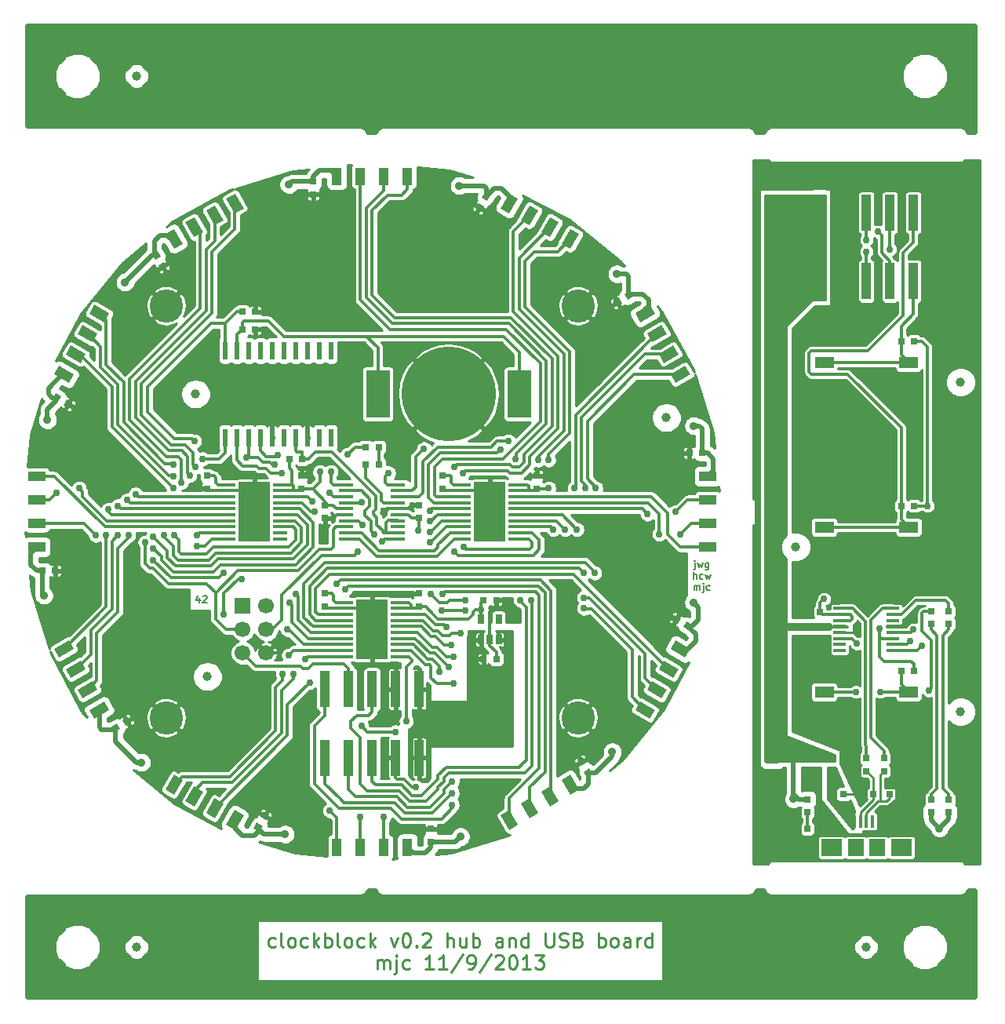
<source format=gtl>
G04 (created by PCBNEW (2013-07-07 BZR 4022)-stable) date 11/9/2013 7:35:54 PM*
%MOIN*%
G04 Gerber Fmt 3.4, Leading zero omitted, Abs format*
%FSLAX34Y34*%
G01*
G70*
G90*
G04 APERTURE LIST*
%ADD10C,0.006*%
%ADD11C,0.01*%
%ADD12C,0.0984252*%
%ADD13R,0.0393701X0.153543*%
%ADD14C,0.141732*%
%ADD15R,0.0275591X0.0275591*%
%ADD16R,0.0826772X0.0511811*%
%ADD17R,0.0551181X0.0649606*%
%ADD18C,0.401575*%
%ADD19R,0.0984252X0.200787*%
%ADD20R,0.0669291X0.0669291*%
%ADD21C,0.0669291*%
%ADD22R,0.0629921X0.011811*%
%ADD23R,0.133858X0.255906*%
%ADD24R,0.015748X0.0551181*%
%ADD25R,0.0905512X0.0748031*%
%ADD26R,0.0708661X0.0748031*%
%ADD27R,0.0208661X0.0779528*%
%ADD28R,0.0255906X0.0417323*%
%ADD29R,0.0551X0.0138*%
%ADD30R,0.0728346X0.0433071*%
%ADD31R,0.0433071X0.0728346*%
%ADD32C,0.0393701*%
%ADD33C,0.03*%
%ADD34C,0.035*%
%ADD35C,0.012*%
%ADD36C,0.02*%
%ADD37C,0.025*%
G04 APERTURE END LIST*
G54D10*
G54D11*
X10878Y2535D02*
X10821Y2507D01*
X10707Y2507D01*
X10650Y2535D01*
X10621Y2564D01*
X10592Y2621D01*
X10592Y2792D01*
X10621Y2850D01*
X10650Y2878D01*
X10707Y2907D01*
X10821Y2907D01*
X10878Y2878D01*
X11221Y2507D02*
X11164Y2535D01*
X11135Y2592D01*
X11135Y3107D01*
X11535Y2507D02*
X11478Y2535D01*
X11450Y2564D01*
X11421Y2621D01*
X11421Y2792D01*
X11450Y2850D01*
X11478Y2878D01*
X11535Y2907D01*
X11621Y2907D01*
X11678Y2878D01*
X11707Y2850D01*
X11735Y2792D01*
X11735Y2621D01*
X11707Y2564D01*
X11678Y2535D01*
X11621Y2507D01*
X11535Y2507D01*
X12250Y2535D02*
X12192Y2507D01*
X12078Y2507D01*
X12021Y2535D01*
X11992Y2564D01*
X11964Y2621D01*
X11964Y2792D01*
X11992Y2850D01*
X12021Y2878D01*
X12078Y2907D01*
X12192Y2907D01*
X12250Y2878D01*
X12507Y2507D02*
X12507Y3107D01*
X12564Y2735D02*
X12735Y2507D01*
X12735Y2907D02*
X12507Y2678D01*
X12992Y2507D02*
X12992Y3107D01*
X12992Y2878D02*
X13050Y2907D01*
X13164Y2907D01*
X13221Y2878D01*
X13250Y2850D01*
X13278Y2792D01*
X13278Y2621D01*
X13250Y2564D01*
X13221Y2535D01*
X13164Y2507D01*
X13050Y2507D01*
X12992Y2535D01*
X13621Y2507D02*
X13564Y2535D01*
X13535Y2592D01*
X13535Y3107D01*
X13935Y2507D02*
X13878Y2535D01*
X13850Y2564D01*
X13821Y2621D01*
X13821Y2792D01*
X13850Y2850D01*
X13878Y2878D01*
X13935Y2907D01*
X14021Y2907D01*
X14078Y2878D01*
X14107Y2850D01*
X14135Y2792D01*
X14135Y2621D01*
X14107Y2564D01*
X14078Y2535D01*
X14021Y2507D01*
X13935Y2507D01*
X14650Y2535D02*
X14592Y2507D01*
X14478Y2507D01*
X14421Y2535D01*
X14392Y2564D01*
X14364Y2621D01*
X14364Y2792D01*
X14392Y2850D01*
X14421Y2878D01*
X14478Y2907D01*
X14592Y2907D01*
X14650Y2878D01*
X14907Y2507D02*
X14907Y3107D01*
X14964Y2735D02*
X15135Y2507D01*
X15135Y2907D02*
X14907Y2678D01*
X15792Y2907D02*
X15935Y2507D01*
X16078Y2907D01*
X16421Y3107D02*
X16478Y3107D01*
X16535Y3078D01*
X16564Y3050D01*
X16592Y2992D01*
X16621Y2878D01*
X16621Y2735D01*
X16592Y2621D01*
X16564Y2564D01*
X16535Y2535D01*
X16478Y2507D01*
X16421Y2507D01*
X16364Y2535D01*
X16335Y2564D01*
X16307Y2621D01*
X16278Y2735D01*
X16278Y2878D01*
X16307Y2992D01*
X16335Y3050D01*
X16364Y3078D01*
X16421Y3107D01*
X16878Y2564D02*
X16907Y2535D01*
X16878Y2507D01*
X16850Y2535D01*
X16878Y2564D01*
X16878Y2507D01*
X17135Y3050D02*
X17164Y3078D01*
X17221Y3107D01*
X17364Y3107D01*
X17421Y3078D01*
X17450Y3050D01*
X17478Y2992D01*
X17478Y2935D01*
X17450Y2850D01*
X17107Y2507D01*
X17478Y2507D01*
X18192Y2507D02*
X18192Y3107D01*
X18450Y2507D02*
X18450Y2821D01*
X18421Y2878D01*
X18364Y2907D01*
X18278Y2907D01*
X18221Y2878D01*
X18192Y2850D01*
X18992Y2907D02*
X18992Y2507D01*
X18735Y2907D02*
X18735Y2592D01*
X18764Y2535D01*
X18821Y2507D01*
X18907Y2507D01*
X18964Y2535D01*
X18992Y2564D01*
X19278Y2507D02*
X19278Y3107D01*
X19278Y2878D02*
X19335Y2907D01*
X19450Y2907D01*
X19507Y2878D01*
X19535Y2850D01*
X19564Y2792D01*
X19564Y2621D01*
X19535Y2564D01*
X19507Y2535D01*
X19450Y2507D01*
X19335Y2507D01*
X19278Y2535D01*
X20535Y2507D02*
X20535Y2821D01*
X20507Y2878D01*
X20450Y2907D01*
X20335Y2907D01*
X20278Y2878D01*
X20535Y2535D02*
X20478Y2507D01*
X20335Y2507D01*
X20278Y2535D01*
X20250Y2592D01*
X20250Y2650D01*
X20278Y2707D01*
X20335Y2735D01*
X20478Y2735D01*
X20535Y2764D01*
X20821Y2907D02*
X20821Y2507D01*
X20821Y2850D02*
X20850Y2878D01*
X20907Y2907D01*
X20992Y2907D01*
X21050Y2878D01*
X21078Y2821D01*
X21078Y2507D01*
X21621Y2507D02*
X21621Y3107D01*
X21621Y2535D02*
X21564Y2507D01*
X21450Y2507D01*
X21392Y2535D01*
X21364Y2564D01*
X21335Y2621D01*
X21335Y2792D01*
X21364Y2850D01*
X21392Y2878D01*
X21450Y2907D01*
X21564Y2907D01*
X21621Y2878D01*
X22364Y3107D02*
X22364Y2621D01*
X22392Y2564D01*
X22421Y2535D01*
X22478Y2507D01*
X22592Y2507D01*
X22650Y2535D01*
X22678Y2564D01*
X22707Y2621D01*
X22707Y3107D01*
X22964Y2535D02*
X23050Y2507D01*
X23192Y2507D01*
X23250Y2535D01*
X23278Y2564D01*
X23307Y2621D01*
X23307Y2678D01*
X23278Y2735D01*
X23250Y2764D01*
X23192Y2792D01*
X23078Y2821D01*
X23021Y2850D01*
X22992Y2878D01*
X22964Y2935D01*
X22964Y2992D01*
X22992Y3050D01*
X23021Y3078D01*
X23078Y3107D01*
X23221Y3107D01*
X23307Y3078D01*
X23764Y2821D02*
X23850Y2792D01*
X23878Y2764D01*
X23907Y2707D01*
X23907Y2621D01*
X23878Y2564D01*
X23850Y2535D01*
X23792Y2507D01*
X23564Y2507D01*
X23564Y3107D01*
X23764Y3107D01*
X23821Y3078D01*
X23850Y3050D01*
X23878Y2992D01*
X23878Y2935D01*
X23850Y2878D01*
X23821Y2850D01*
X23764Y2821D01*
X23564Y2821D01*
X24621Y2507D02*
X24621Y3107D01*
X24621Y2878D02*
X24678Y2907D01*
X24792Y2907D01*
X24850Y2878D01*
X24878Y2850D01*
X24907Y2792D01*
X24907Y2621D01*
X24878Y2564D01*
X24850Y2535D01*
X24792Y2507D01*
X24678Y2507D01*
X24621Y2535D01*
X25250Y2507D02*
X25192Y2535D01*
X25164Y2564D01*
X25135Y2621D01*
X25135Y2792D01*
X25164Y2850D01*
X25192Y2878D01*
X25250Y2907D01*
X25335Y2907D01*
X25392Y2878D01*
X25421Y2850D01*
X25450Y2792D01*
X25450Y2621D01*
X25421Y2564D01*
X25392Y2535D01*
X25335Y2507D01*
X25250Y2507D01*
X25964Y2507D02*
X25964Y2821D01*
X25935Y2878D01*
X25878Y2907D01*
X25764Y2907D01*
X25707Y2878D01*
X25964Y2535D02*
X25907Y2507D01*
X25764Y2507D01*
X25707Y2535D01*
X25678Y2592D01*
X25678Y2650D01*
X25707Y2707D01*
X25764Y2735D01*
X25907Y2735D01*
X25964Y2764D01*
X26250Y2507D02*
X26250Y2907D01*
X26250Y2792D02*
X26278Y2850D01*
X26307Y2878D01*
X26364Y2907D01*
X26421Y2907D01*
X26878Y2507D02*
X26878Y3107D01*
X26878Y2535D02*
X26821Y2507D01*
X26707Y2507D01*
X26650Y2535D01*
X26621Y2564D01*
X26592Y2621D01*
X26592Y2792D01*
X26621Y2850D01*
X26650Y2878D01*
X26707Y2907D01*
X26821Y2907D01*
X26878Y2878D01*
X15235Y1567D02*
X15235Y1967D01*
X15235Y1910D02*
X15264Y1938D01*
X15321Y1967D01*
X15407Y1967D01*
X15464Y1938D01*
X15492Y1881D01*
X15492Y1567D01*
X15492Y1881D02*
X15521Y1938D01*
X15578Y1967D01*
X15664Y1967D01*
X15721Y1938D01*
X15749Y1881D01*
X15749Y1567D01*
X16035Y1967D02*
X16035Y1452D01*
X16007Y1395D01*
X15949Y1367D01*
X15921Y1367D01*
X16035Y2167D02*
X16007Y2138D01*
X16035Y2110D01*
X16064Y2138D01*
X16035Y2167D01*
X16035Y2110D01*
X16578Y1595D02*
X16521Y1567D01*
X16407Y1567D01*
X16349Y1595D01*
X16321Y1624D01*
X16292Y1681D01*
X16292Y1852D01*
X16321Y1910D01*
X16349Y1938D01*
X16407Y1967D01*
X16521Y1967D01*
X16578Y1938D01*
X17607Y1567D02*
X17264Y1567D01*
X17435Y1567D02*
X17435Y2167D01*
X17378Y2081D01*
X17321Y2024D01*
X17264Y1995D01*
X18178Y1567D02*
X17835Y1567D01*
X18007Y1567D02*
X18007Y2167D01*
X17949Y2081D01*
X17892Y2024D01*
X17835Y1995D01*
X18864Y2195D02*
X18350Y1424D01*
X19092Y1567D02*
X19207Y1567D01*
X19264Y1595D01*
X19292Y1624D01*
X19349Y1710D01*
X19378Y1824D01*
X19378Y2052D01*
X19349Y2110D01*
X19321Y2138D01*
X19264Y2167D01*
X19149Y2167D01*
X19092Y2138D01*
X19064Y2110D01*
X19035Y2052D01*
X19035Y1910D01*
X19064Y1852D01*
X19092Y1824D01*
X19149Y1795D01*
X19264Y1795D01*
X19321Y1824D01*
X19349Y1852D01*
X19378Y1910D01*
X20064Y2195D02*
X19550Y1424D01*
X20235Y2110D02*
X20264Y2138D01*
X20321Y2167D01*
X20464Y2167D01*
X20521Y2138D01*
X20549Y2110D01*
X20578Y2052D01*
X20578Y1995D01*
X20549Y1910D01*
X20207Y1567D01*
X20578Y1567D01*
X20950Y2167D02*
X21007Y2167D01*
X21064Y2138D01*
X21092Y2110D01*
X21121Y2052D01*
X21150Y1938D01*
X21150Y1795D01*
X21121Y1681D01*
X21092Y1624D01*
X21064Y1595D01*
X21007Y1567D01*
X20950Y1567D01*
X20892Y1595D01*
X20864Y1624D01*
X20835Y1681D01*
X20807Y1795D01*
X20807Y1938D01*
X20835Y2052D01*
X20864Y2110D01*
X20892Y2138D01*
X20950Y2167D01*
X21721Y1567D02*
X21378Y1567D01*
X21550Y1567D02*
X21550Y2167D01*
X21492Y2081D01*
X21435Y2024D01*
X21378Y1995D01*
X21921Y2167D02*
X22292Y2167D01*
X22092Y1938D01*
X22178Y1938D01*
X22235Y1910D01*
X22264Y1881D01*
X22292Y1824D01*
X22292Y1681D01*
X22264Y1624D01*
X22235Y1595D01*
X22178Y1567D01*
X22007Y1567D01*
X21950Y1595D01*
X21921Y1624D01*
G54D10*
X7664Y17328D02*
X7664Y17128D01*
X7592Y17442D02*
X7521Y17228D01*
X7707Y17228D01*
X7807Y17400D02*
X7821Y17414D01*
X7850Y17428D01*
X7921Y17428D01*
X7950Y17414D01*
X7964Y17400D01*
X7978Y17371D01*
X7978Y17342D01*
X7964Y17300D01*
X7792Y17128D01*
X7978Y17128D01*
X28707Y18828D02*
X28707Y18571D01*
X28692Y18542D01*
X28664Y18528D01*
X28650Y18528D01*
X28707Y18928D02*
X28692Y18914D01*
X28707Y18900D01*
X28721Y18914D01*
X28707Y18928D01*
X28707Y18900D01*
X28821Y18828D02*
X28878Y18628D01*
X28935Y18771D01*
X28992Y18628D01*
X29050Y18828D01*
X29292Y18828D02*
X29292Y18585D01*
X29278Y18557D01*
X29264Y18542D01*
X29235Y18528D01*
X29192Y18528D01*
X29164Y18542D01*
X29292Y18642D02*
X29264Y18628D01*
X29207Y18628D01*
X29178Y18642D01*
X29164Y18657D01*
X29150Y18685D01*
X29150Y18771D01*
X29164Y18800D01*
X29178Y18814D01*
X29207Y18828D01*
X29264Y18828D01*
X29292Y18814D01*
X28650Y18148D02*
X28650Y18448D01*
X28778Y18148D02*
X28778Y18305D01*
X28764Y18334D01*
X28735Y18348D01*
X28692Y18348D01*
X28664Y18334D01*
X28650Y18320D01*
X29050Y18162D02*
X29021Y18148D01*
X28964Y18148D01*
X28935Y18162D01*
X28921Y18177D01*
X28907Y18205D01*
X28907Y18291D01*
X28921Y18320D01*
X28935Y18334D01*
X28964Y18348D01*
X29021Y18348D01*
X29050Y18334D01*
X29150Y18348D02*
X29207Y18148D01*
X29264Y18291D01*
X29321Y18148D01*
X29378Y18348D01*
X28671Y17668D02*
X28671Y17868D01*
X28671Y17840D02*
X28685Y17854D01*
X28714Y17868D01*
X28757Y17868D01*
X28785Y17854D01*
X28800Y17825D01*
X28800Y17668D01*
X28800Y17825D02*
X28814Y17854D01*
X28842Y17868D01*
X28885Y17868D01*
X28914Y17854D01*
X28928Y17825D01*
X28928Y17668D01*
X29071Y17868D02*
X29071Y17611D01*
X29057Y17582D01*
X29028Y17568D01*
X29014Y17568D01*
X29071Y17968D02*
X29057Y17954D01*
X29071Y17940D01*
X29085Y17954D01*
X29071Y17968D01*
X29071Y17940D01*
X29342Y17682D02*
X29314Y17668D01*
X29257Y17668D01*
X29228Y17682D01*
X29214Y17697D01*
X29200Y17725D01*
X29200Y17811D01*
X29214Y17840D01*
X29228Y17854D01*
X29257Y17868D01*
X29314Y17868D01*
X29342Y17854D01*
G54D12*
X40250Y6750D03*
X31750Y6750D03*
X40250Y35250D03*
X31750Y35250D03*
G54D13*
X17000Y13456D03*
X17000Y10543D03*
X16000Y13456D03*
X16000Y10543D03*
X15000Y13456D03*
X15000Y10543D03*
X14000Y13456D03*
X14000Y10543D03*
X13000Y13456D03*
X13000Y10543D03*
X34000Y30793D03*
X34000Y33706D03*
X35000Y30793D03*
X35000Y33706D03*
X36000Y30793D03*
X36000Y33706D03*
X37000Y30793D03*
X37000Y33706D03*
X38000Y30793D03*
X38000Y33706D03*
G54D14*
X6250Y29750D03*
G54D15*
X33500Y6974D03*
X33500Y7525D03*
X33500Y8224D03*
X33500Y8775D03*
G54D16*
X34208Y13346D03*
X37791Y11653D03*
X34208Y11653D03*
X37791Y13346D03*
X34208Y20346D03*
X37791Y18653D03*
X34208Y18653D03*
X37791Y20346D03*
X34208Y27346D03*
X37791Y25653D03*
X34208Y25653D03*
X37791Y27346D03*
G54D15*
X9474Y28750D03*
X10025Y28750D03*
G54D14*
X23750Y12250D03*
X6250Y12250D03*
X23750Y29750D03*
G54D17*
X32000Y10600D03*
X32000Y9399D03*
G54D18*
X18250Y26000D03*
G54D19*
X15238Y26000D03*
X21261Y26000D03*
G54D10*
G36*
X5633Y31949D02*
X5872Y32086D01*
X6010Y31848D01*
X5771Y31710D01*
X5633Y31949D01*
X5633Y31949D01*
G37*
G36*
X5909Y31471D02*
X6148Y31609D01*
X6286Y31370D01*
X6047Y31233D01*
X5909Y31471D01*
X5909Y31471D01*
G37*
G36*
X1413Y25797D02*
X1550Y26036D01*
X1789Y25898D01*
X1651Y25659D01*
X1413Y25797D01*
X1413Y25797D01*
G37*
G36*
X1890Y25521D02*
X2028Y25760D01*
X2266Y25622D01*
X2129Y25383D01*
X1890Y25521D01*
X1890Y25521D01*
G37*
G54D15*
X37474Y14250D03*
X38025Y14250D03*
X35025Y9000D03*
X34474Y9000D03*
X34500Y9974D03*
X34500Y10525D03*
X33750Y10525D03*
X33750Y9974D03*
X37525Y9000D03*
X36974Y9000D03*
X35724Y9000D03*
X36275Y9000D03*
X36000Y9974D03*
X36000Y10525D03*
X974Y18500D03*
X1525Y18500D03*
X33474Y16750D03*
X34025Y16750D03*
X38750Y16775D03*
X38750Y16224D03*
X39500Y16775D03*
X39500Y16224D03*
X10025Y29500D03*
X9474Y29500D03*
X11474Y23250D03*
X12025Y23250D03*
X8000Y22525D03*
X8000Y21974D03*
X18000Y21974D03*
X18000Y22525D03*
X37474Y28250D03*
X38025Y28250D03*
X37474Y21250D03*
X38025Y21250D03*
X36750Y9974D03*
X36750Y10525D03*
X17000Y20724D03*
X17000Y21275D03*
X13000Y21275D03*
X13000Y20724D03*
X15275Y23000D03*
X14724Y23000D03*
X12000Y22525D03*
X12000Y21974D03*
X17000Y17525D03*
X17000Y16974D03*
X13000Y17525D03*
X13000Y16974D03*
X22000Y22525D03*
X22000Y21974D03*
X20275Y14750D03*
X19724Y14750D03*
X20275Y17250D03*
X19724Y17250D03*
G54D10*
G36*
X19797Y34586D02*
X20036Y34449D01*
X19898Y34210D01*
X19659Y34348D01*
X19797Y34586D01*
X19797Y34586D01*
G37*
G36*
X19521Y34109D02*
X19760Y33971D01*
X19622Y33733D01*
X19383Y33870D01*
X19521Y34109D01*
X19521Y34109D01*
G37*
G54D15*
X29025Y23500D03*
X28474Y23500D03*
G54D10*
G36*
X25949Y30366D02*
X26086Y30127D01*
X25848Y29989D01*
X25710Y30228D01*
X25949Y30366D01*
X25949Y30366D01*
G37*
G36*
X25471Y30090D02*
X25609Y29851D01*
X25370Y29713D01*
X25233Y29952D01*
X25471Y30090D01*
X25471Y30090D01*
G37*
G54D15*
X12500Y35025D03*
X12500Y34474D03*
G54D10*
G36*
X24366Y9850D02*
X24127Y9713D01*
X23989Y9951D01*
X24228Y10089D01*
X24366Y9850D01*
X24366Y9850D01*
G37*
G36*
X24090Y10328D02*
X23851Y10190D01*
X23713Y10429D01*
X23952Y10566D01*
X24090Y10328D01*
X24090Y10328D01*
G37*
G36*
X10202Y7413D02*
X9963Y7550D01*
X10101Y7789D01*
X10340Y7651D01*
X10202Y7413D01*
X10202Y7413D01*
G37*
G36*
X10478Y7890D02*
X10239Y8028D01*
X10377Y8266D01*
X10616Y8129D01*
X10478Y7890D01*
X10478Y7890D01*
G37*
G54D15*
X17500Y6974D03*
X17500Y7525D03*
G54D10*
G36*
X4050Y11633D02*
X3913Y11872D01*
X4151Y12010D01*
X4289Y11771D01*
X4050Y11633D01*
X4050Y11633D01*
G37*
G36*
X4528Y11909D02*
X4390Y12148D01*
X4629Y12286D01*
X4766Y12047D01*
X4528Y11909D01*
X4528Y11909D01*
G37*
G36*
X28586Y16202D02*
X28449Y15963D01*
X28210Y16101D01*
X28348Y16340D01*
X28586Y16202D01*
X28586Y16202D01*
G37*
G36*
X28109Y16478D02*
X27971Y16239D01*
X27733Y16377D01*
X27870Y16616D01*
X28109Y16478D01*
X28109Y16478D01*
G37*
G54D15*
X38750Y8775D03*
X38750Y8224D03*
X39500Y8775D03*
X39500Y8224D03*
X15275Y23750D03*
X14724Y23750D03*
G54D20*
X9500Y17000D03*
G54D21*
X10500Y17000D03*
X9500Y16000D03*
X10500Y16000D03*
X9500Y15000D03*
X10500Y15000D03*
G54D22*
X11102Y21895D03*
X11102Y22151D03*
X11102Y21639D03*
X11102Y21383D03*
X11102Y21127D03*
X11102Y20872D03*
X11102Y20616D03*
X11102Y20360D03*
X8897Y19848D03*
X8897Y20104D03*
X8897Y20360D03*
X8897Y20616D03*
X8897Y22151D03*
X8897Y21895D03*
X8897Y21639D03*
X8897Y21383D03*
X8897Y21127D03*
X8897Y20872D03*
G54D23*
X10000Y21000D03*
G54D22*
X11102Y20104D03*
X11102Y19848D03*
X16102Y16895D03*
X16102Y17151D03*
X16102Y16639D03*
X16102Y16383D03*
X16102Y16127D03*
X16102Y15872D03*
X16102Y15616D03*
X16102Y15360D03*
X13897Y14848D03*
X13897Y15104D03*
X13897Y15360D03*
X13897Y15616D03*
X13897Y17151D03*
X13897Y16895D03*
X13897Y16639D03*
X13897Y16383D03*
X13897Y16127D03*
X13897Y15872D03*
G54D23*
X15000Y16000D03*
G54D22*
X16102Y15104D03*
X16102Y14848D03*
X21102Y21895D03*
X21102Y22151D03*
X21102Y21639D03*
X21102Y21383D03*
X21102Y21127D03*
X21102Y20872D03*
X21102Y20616D03*
X21102Y20360D03*
X18897Y19848D03*
X18897Y20104D03*
X18897Y20360D03*
X18897Y20616D03*
X18897Y22151D03*
X18897Y21895D03*
X18897Y21639D03*
X18897Y21383D03*
X18897Y21127D03*
X18897Y20872D03*
G54D23*
X20000Y21000D03*
G54D22*
X21102Y20104D03*
X21102Y19848D03*
G54D24*
X35488Y7852D03*
X35744Y7852D03*
X36000Y7852D03*
X36255Y7852D03*
X36511Y7852D03*
G54D25*
X34523Y6730D03*
X37476Y6730D03*
G54D26*
X36452Y6730D03*
X35547Y6730D03*
G54D27*
X8750Y24155D03*
X9250Y24155D03*
X9750Y24155D03*
X10250Y24155D03*
X10750Y24155D03*
X11250Y24155D03*
X11750Y24155D03*
X12250Y24155D03*
X12750Y24155D03*
X13250Y24155D03*
X13250Y27844D03*
X12750Y27844D03*
X12250Y27844D03*
X11750Y27844D03*
X11250Y27844D03*
X10750Y27844D03*
X10250Y27844D03*
X9750Y27844D03*
X9250Y27844D03*
X8750Y27844D03*
G54D28*
X19625Y15566D03*
X20000Y15566D03*
X20374Y15566D03*
X20374Y16433D03*
X19625Y16433D03*
G54D29*
X34868Y16896D03*
X34868Y16640D03*
X34868Y16384D03*
X34868Y16128D03*
X34868Y15872D03*
X34868Y15616D03*
X34868Y15360D03*
X34868Y15104D03*
X37132Y15104D03*
X37132Y15360D03*
X37132Y15616D03*
X37132Y15872D03*
X37132Y16128D03*
X37132Y16384D03*
X37132Y16640D03*
X37132Y16896D03*
G54D30*
X748Y19500D03*
X748Y20500D03*
G54D10*
G36*
X2112Y15538D02*
X2328Y15163D01*
X1698Y14799D01*
X1481Y15174D01*
X2112Y15538D01*
X2112Y15538D01*
G37*
G36*
X2612Y14678D02*
X2828Y14303D01*
X2198Y13939D01*
X1981Y14314D01*
X2612Y14678D01*
X2612Y14678D01*
G37*
G36*
X3112Y13808D02*
X3328Y13433D01*
X2698Y13069D01*
X2481Y13444D01*
X3112Y13808D01*
X3112Y13808D01*
G37*
G36*
X3612Y12948D02*
X3828Y12573D01*
X3198Y12209D01*
X2981Y12584D01*
X3612Y12948D01*
X3612Y12948D01*
G37*
G36*
X6573Y9828D02*
X6948Y9612D01*
X6584Y8981D01*
X6209Y9198D01*
X6573Y9828D01*
X6573Y9828D01*
G37*
G36*
X7433Y9328D02*
X7808Y9112D01*
X7444Y8481D01*
X7069Y8698D01*
X7433Y9328D01*
X7433Y9328D01*
G37*
G36*
X8303Y8828D02*
X8678Y8612D01*
X8314Y7981D01*
X7939Y8198D01*
X8303Y8828D01*
X8303Y8828D01*
G37*
G54D30*
X748Y21500D03*
X748Y22500D03*
G54D10*
G36*
X2328Y26836D02*
X2112Y26461D01*
X1481Y26825D01*
X1698Y27200D01*
X2328Y26836D01*
X2328Y26836D01*
G37*
G36*
X2828Y27696D02*
X2612Y27321D01*
X1981Y27685D01*
X2198Y28060D01*
X2828Y27696D01*
X2828Y27696D01*
G37*
G36*
X3828Y29426D02*
X3612Y29051D01*
X2981Y29415D01*
X3198Y29790D01*
X3828Y29426D01*
X3828Y29426D01*
G37*
G36*
X6948Y32387D02*
X6573Y32171D01*
X6209Y32801D01*
X6584Y33018D01*
X6948Y32387D01*
X6948Y32387D01*
G37*
G36*
X7808Y32887D02*
X7433Y32671D01*
X7069Y33301D01*
X7444Y33518D01*
X7808Y32887D01*
X7808Y32887D01*
G37*
G36*
X8678Y33387D02*
X8303Y33171D01*
X7939Y33801D01*
X8314Y34018D01*
X8678Y33387D01*
X8678Y33387D01*
G37*
G36*
X9538Y33887D02*
X9163Y33671D01*
X8799Y34301D01*
X9174Y34518D01*
X9538Y33887D01*
X9538Y33887D01*
G37*
G36*
X3328Y28566D02*
X3112Y28191D01*
X2481Y28555D01*
X2698Y28930D01*
X3328Y28566D01*
X3328Y28566D01*
G37*
G36*
X22566Y32671D02*
X22191Y32887D01*
X22555Y33518D01*
X22930Y33301D01*
X22566Y32671D01*
X22566Y32671D01*
G37*
G36*
X21696Y33171D02*
X21321Y33387D01*
X21685Y34018D01*
X22060Y33801D01*
X21696Y33171D01*
X21696Y33171D01*
G37*
G36*
X20836Y33671D02*
X20461Y33887D01*
X20825Y34518D01*
X21200Y34301D01*
X20836Y33671D01*
X20836Y33671D01*
G37*
G54D31*
X16500Y35251D03*
X15500Y35251D03*
X14500Y35251D03*
X13500Y35251D03*
G54D10*
G36*
X23426Y32171D02*
X23051Y32387D01*
X23415Y33018D01*
X23790Y32801D01*
X23426Y32171D01*
X23426Y32171D01*
G37*
G36*
X26387Y29051D02*
X26171Y29426D01*
X26801Y29790D01*
X27018Y29415D01*
X26387Y29051D01*
X26387Y29051D01*
G37*
G36*
X26887Y28191D02*
X26671Y28566D01*
X27301Y28930D01*
X27518Y28555D01*
X26887Y28191D01*
X26887Y28191D01*
G37*
G36*
X27387Y27321D02*
X27171Y27696D01*
X27801Y28060D01*
X28018Y27685D01*
X27387Y27321D01*
X27387Y27321D01*
G37*
G36*
X27887Y26461D02*
X27671Y26836D01*
X28301Y27200D01*
X28518Y26825D01*
X27887Y26461D01*
X27887Y26461D01*
G37*
G54D30*
X29251Y22500D03*
G54D10*
G36*
X20461Y8112D02*
X20836Y8328D01*
X21200Y7698D01*
X20825Y7481D01*
X20461Y8112D01*
X20461Y8112D01*
G37*
G54D30*
X29251Y20500D03*
X29251Y19500D03*
G54D10*
G36*
X27671Y15163D02*
X27887Y15538D01*
X28518Y15174D01*
X28301Y14799D01*
X27671Y15163D01*
X27671Y15163D01*
G37*
G36*
X27171Y14303D02*
X27387Y14678D01*
X28018Y14314D01*
X27801Y13939D01*
X27171Y14303D01*
X27171Y14303D01*
G37*
G36*
X26671Y13433D02*
X26887Y13808D01*
X27518Y13444D01*
X27301Y13069D01*
X26671Y13433D01*
X26671Y13433D01*
G37*
G36*
X26171Y12573D02*
X26387Y12948D01*
X27018Y12584D01*
X26801Y12209D01*
X26171Y12573D01*
X26171Y12573D01*
G37*
G36*
X23051Y9612D02*
X23426Y9828D01*
X23790Y9198D01*
X23415Y8981D01*
X23051Y9612D01*
X23051Y9612D01*
G37*
G36*
X22191Y9112D02*
X22566Y9328D01*
X22930Y8698D01*
X22555Y8481D01*
X22191Y9112D01*
X22191Y9112D01*
G37*
G36*
X21321Y8612D02*
X21696Y8828D01*
X22060Y8198D01*
X21685Y7981D01*
X21321Y8612D01*
X21321Y8612D01*
G37*
G54D31*
X16500Y6748D03*
X15500Y6748D03*
X14500Y6748D03*
X13500Y6748D03*
G54D10*
G36*
X9163Y8328D02*
X9538Y8112D01*
X9174Y7481D01*
X8799Y7698D01*
X9163Y8328D01*
X9163Y8328D01*
G37*
G54D30*
X29251Y21500D03*
G54D22*
X16102Y21895D03*
X16102Y22151D03*
X16102Y21639D03*
X16102Y21383D03*
X16102Y21127D03*
X16102Y20872D03*
X16102Y20616D03*
X16102Y20360D03*
X13897Y19848D03*
X13897Y20104D03*
X13897Y20360D03*
X13897Y20616D03*
X13897Y22151D03*
X13897Y21895D03*
X13897Y21639D03*
X13897Y21383D03*
X13897Y21127D03*
X13897Y20872D03*
X16102Y20104D03*
X16102Y19848D03*
G54D32*
X8000Y14000D03*
X7500Y26000D03*
X27500Y25000D03*
X5000Y39500D03*
X5000Y2500D03*
X36000Y2500D03*
X40000Y26500D03*
X40000Y12500D03*
X33000Y19500D03*
G54D33*
X15425Y19750D03*
X9450Y18125D03*
X8700Y16650D03*
X37850Y15500D03*
X36500Y32900D03*
X38000Y16000D03*
X36000Y32550D03*
X38350Y15300D03*
X36000Y32050D03*
X34950Y11600D03*
X35600Y15900D03*
X37800Y26250D03*
X37900Y16450D03*
X17200Y23675D03*
X18400Y8550D03*
X18400Y9050D03*
X15700Y22650D03*
X20775Y24000D03*
X18400Y9550D03*
X10850Y23000D03*
X13200Y21800D03*
X9650Y23300D03*
X14600Y20450D03*
X14400Y19300D03*
X11150Y22650D03*
X14550Y21400D03*
X11000Y23400D03*
X5350Y19700D03*
X7800Y23250D03*
X35550Y13350D03*
X36600Y13350D03*
X37000Y32150D03*
X21750Y17250D03*
X13250Y22700D03*
X21300Y17250D03*
X15100Y20050D03*
X36550Y16050D03*
X34200Y17300D03*
X38600Y21250D03*
G54D34*
X18750Y7200D03*
X25200Y10800D03*
X28650Y17150D03*
X28650Y24650D03*
X25400Y31100D03*
X18700Y34850D03*
X4500Y30750D03*
X1200Y24900D03*
X1050Y17450D03*
X5200Y10350D03*
X11300Y7300D03*
X11450Y34900D03*
X20550Y11500D03*
X32900Y8800D03*
X39100Y7550D03*
G54D33*
X10550Y28650D03*
X19750Y22000D03*
X20250Y22000D03*
X19750Y20000D03*
X20250Y20000D03*
X19750Y20500D03*
X20250Y20500D03*
X19750Y21000D03*
X20250Y21000D03*
X19750Y21500D03*
X20250Y21500D03*
X14750Y16000D03*
X15250Y16000D03*
X14750Y15500D03*
X15250Y15500D03*
X14750Y15000D03*
X15250Y15000D03*
X14750Y16500D03*
X15250Y16500D03*
X14750Y17000D03*
X15250Y17000D03*
X9750Y21000D03*
X10250Y21000D03*
X9750Y20500D03*
X10250Y20500D03*
X9750Y20000D03*
X10250Y20000D03*
X9750Y21500D03*
X10250Y21500D03*
X10250Y22000D03*
X19800Y7100D03*
X27950Y23500D03*
X2000Y18500D03*
X22800Y22800D03*
X10050Y30100D03*
X21200Y16550D03*
X11400Y15400D03*
X16850Y9300D03*
X19100Y8050D03*
X12950Y20150D03*
X22550Y19300D03*
X9750Y22000D03*
X15500Y21000D03*
X12700Y23150D03*
X16550Y24300D03*
X20050Y27800D03*
X16400Y27850D03*
X8200Y23700D03*
X16350Y22700D03*
X10200Y14000D03*
X12150Y14750D03*
X18900Y19500D03*
X18950Y16800D03*
X17950Y16800D03*
X38650Y13400D03*
X35600Y15400D03*
X4200Y20000D03*
X4600Y21500D03*
X6150Y20000D03*
X6550Y22500D03*
X6550Y22000D03*
X6600Y20000D03*
X2550Y22000D03*
X1600Y21800D03*
X4950Y21750D03*
X4650Y20000D03*
X3700Y20000D03*
X4200Y21250D03*
X3800Y21100D03*
X3250Y20000D03*
X24450Y18400D03*
X24000Y16900D03*
X13500Y17950D03*
X11750Y17500D03*
X12450Y21450D03*
X7500Y22900D03*
X12550Y21000D03*
X7250Y22550D03*
X5700Y18950D03*
X8700Y18400D03*
X5700Y19450D03*
X6900Y22250D03*
X5700Y19950D03*
X6550Y23000D03*
X7550Y19550D03*
X16450Y12100D03*
X17450Y21050D03*
X18500Y22900D03*
X22050Y23200D03*
X17450Y20150D03*
X22700Y20250D03*
X23600Y22000D03*
X11500Y17150D03*
X13850Y17700D03*
X24050Y22000D03*
X23200Y20250D03*
X24500Y22000D03*
X23700Y20250D03*
X26700Y20900D03*
X27900Y21000D03*
X18500Y19300D03*
X11450Y14900D03*
X17500Y17500D03*
X18950Y17250D03*
X17850Y14200D03*
X15500Y8050D03*
X13200Y8300D03*
X18450Y14850D03*
X12350Y13750D03*
X18350Y15350D03*
X11200Y14100D03*
X18150Y16100D03*
X7550Y20000D03*
X18450Y13700D03*
X20450Y23650D03*
X21100Y23250D03*
X17450Y20600D03*
X18850Y22650D03*
X22500Y23200D03*
X17450Y19700D03*
X27200Y20050D03*
X28100Y20050D03*
X24000Y17350D03*
X24000Y18400D03*
X18000Y17500D03*
X11400Y16000D03*
X11650Y14100D03*
X18750Y15850D03*
X14500Y8050D03*
X18250Y14400D03*
X12775Y22700D03*
X13950Y23425D03*
X19625Y16850D03*
X22500Y22000D03*
X7450Y24000D03*
X16950Y20200D03*
X14550Y11900D03*
X16000Y11650D03*
G54D35*
X15523Y19848D02*
X15425Y19750D01*
X16102Y19848D02*
X15523Y19848D01*
X14000Y14350D02*
X13800Y14550D01*
X13800Y14550D02*
X12500Y14550D01*
X12500Y14550D02*
X12300Y14350D01*
X12300Y14350D02*
X12050Y14350D01*
X12050Y14350D02*
X11950Y14450D01*
X11950Y14450D02*
X10050Y14450D01*
X10050Y14450D02*
X9500Y15000D01*
X14000Y13456D02*
X14000Y14350D01*
X9450Y18125D02*
X9444Y18130D01*
X9444Y18130D02*
X9305Y18130D01*
X9305Y18130D02*
X8700Y17525D01*
X8700Y17525D02*
X8700Y16650D01*
X37710Y15360D02*
X37850Y15500D01*
X36500Y32900D02*
X36650Y32750D01*
X36650Y32750D02*
X36650Y32000D01*
X36650Y32000D02*
X37000Y31650D01*
X37000Y31650D02*
X37000Y30793D01*
X37132Y15360D02*
X37710Y15360D01*
X37872Y15872D02*
X38000Y16000D01*
X36000Y32550D02*
X36000Y33706D01*
X37132Y15872D02*
X37872Y15872D01*
X38154Y15104D02*
X38350Y15300D01*
X36000Y32050D02*
X36000Y30793D01*
X37132Y15104D02*
X38154Y15104D01*
G54D11*
X35025Y9000D02*
X35724Y9000D01*
X34896Y11653D02*
X34950Y11600D01*
X34208Y11653D02*
X34896Y11653D01*
X36852Y7852D02*
X37525Y8525D01*
X37525Y8525D02*
X37525Y9000D01*
X36511Y7852D02*
X36852Y7852D01*
X35572Y15872D02*
X35600Y15900D01*
X34868Y15872D02*
X35572Y15872D01*
X37791Y26241D02*
X37800Y26250D01*
X37791Y25653D02*
X37791Y26241D01*
X37578Y16128D02*
X37900Y16450D01*
X37132Y16128D02*
X37578Y16128D01*
G54D35*
X13300Y8700D02*
X12550Y9450D01*
X12550Y9450D02*
X12550Y11900D01*
X12550Y11900D02*
X13000Y12350D01*
X13000Y12350D02*
X13000Y13456D01*
X16850Y22050D02*
X16850Y23325D01*
X16850Y23325D02*
X17200Y23675D01*
X16102Y21895D02*
X16695Y21895D01*
X16695Y21895D02*
X16850Y22050D01*
X13450Y8550D02*
X13300Y8700D01*
X15800Y8400D02*
X13600Y8400D01*
X13600Y8400D02*
X13450Y8550D01*
X18400Y8400D02*
X17950Y7950D01*
X17950Y7950D02*
X16250Y7950D01*
X16250Y7950D02*
X15800Y8400D01*
X18400Y8550D02*
X18400Y8400D01*
X13000Y9450D02*
X13000Y10543D01*
X16102Y22151D02*
X15648Y22151D01*
X13650Y8800D02*
X13000Y9450D01*
X15950Y8650D02*
X13800Y8650D01*
X13800Y8650D02*
X13650Y8800D01*
X17550Y8200D02*
X16400Y8200D01*
X16400Y8200D02*
X15950Y8650D01*
X18400Y9050D02*
X17550Y8200D01*
X15700Y22650D02*
X15550Y22500D01*
X15550Y22500D02*
X15550Y22250D01*
X15550Y22250D02*
X15648Y22151D01*
X18050Y9050D02*
X18050Y9200D01*
X18050Y9200D02*
X18400Y9550D01*
X16974Y21639D02*
X16102Y21639D01*
X20300Y24000D02*
X20775Y24000D01*
X20050Y23750D02*
X20300Y24000D01*
X17775Y23750D02*
X20050Y23750D01*
X17150Y23125D02*
X17775Y23750D01*
X17150Y21815D02*
X17150Y23125D01*
X16974Y21639D02*
X17150Y21815D01*
X14000Y9190D02*
X14290Y8900D01*
X14290Y8900D02*
X16050Y8900D01*
X14000Y10543D02*
X14000Y9190D01*
X17450Y8450D02*
X16500Y8450D01*
X16500Y8450D02*
X16050Y8900D01*
X18050Y9050D02*
X17450Y8450D01*
X18304Y20104D02*
X17800Y19600D01*
X17800Y19600D02*
X17800Y19500D01*
X17800Y19500D02*
X17650Y19350D01*
X17650Y19350D02*
X15300Y19350D01*
X15300Y19350D02*
X14545Y20104D01*
X14545Y20104D02*
X13897Y20104D01*
X18897Y20104D02*
X18304Y20104D01*
X18498Y19848D02*
X17750Y19100D01*
X14451Y19848D02*
X13897Y19848D01*
X15200Y19100D02*
X17750Y19100D01*
X14451Y19848D02*
X15200Y19100D01*
X18897Y19848D02*
X18498Y19848D01*
X9750Y23400D02*
X9650Y23300D01*
X9750Y24155D02*
X9750Y23400D01*
X13360Y21639D02*
X13200Y21800D01*
X13897Y21639D02*
X13360Y21639D01*
X10759Y23000D02*
X10659Y23100D01*
X10659Y23100D02*
X10350Y23100D01*
X10350Y23100D02*
X10150Y23300D01*
X10150Y23300D02*
X9650Y23300D01*
X10850Y23000D02*
X10759Y23000D01*
X10750Y16000D02*
X11150Y16400D01*
X11150Y16400D02*
X11150Y17460D01*
X11150Y17460D02*
X12844Y19155D01*
X14600Y20450D02*
X14433Y20616D01*
X14433Y20616D02*
X13897Y20616D01*
X10500Y16000D02*
X10750Y16000D01*
X14255Y19155D02*
X14400Y19300D01*
X12844Y19155D02*
X14255Y19155D01*
X10100Y22950D02*
X9500Y22950D01*
X10200Y22850D02*
X10100Y22950D01*
X10500Y22850D02*
X10200Y22850D01*
X10700Y22650D02*
X10500Y22850D01*
X9250Y24155D02*
X9250Y23200D01*
X9250Y23200D02*
X9500Y22950D01*
X11150Y22650D02*
X10700Y22650D01*
X14533Y21383D02*
X14550Y21400D01*
X11000Y23400D02*
X10950Y23350D01*
X10950Y23350D02*
X10500Y23350D01*
X10500Y23350D02*
X10250Y23600D01*
X10250Y23600D02*
X10250Y24155D01*
X13897Y21383D02*
X14533Y21383D01*
X12025Y23524D02*
X12025Y23250D01*
X12000Y23550D02*
X12025Y23524D01*
X11800Y23550D02*
X12000Y23550D01*
X11750Y23600D02*
X11800Y23550D01*
X11750Y24155D02*
X11750Y23600D01*
X15645Y20104D02*
X15600Y20150D01*
X15600Y20150D02*
X15600Y20550D01*
X15600Y20550D02*
X15682Y20632D01*
X15682Y20632D02*
X16102Y20632D01*
X16102Y20632D02*
X16102Y20616D01*
X15650Y20104D02*
X15645Y20104D01*
X16102Y20104D02*
X15650Y20104D01*
X15200Y20450D02*
X15450Y20200D01*
X15650Y20104D02*
X15495Y20104D01*
X15495Y20104D02*
X15450Y20150D01*
X15450Y20150D02*
X15450Y20200D01*
X15044Y20994D02*
X15140Y21090D01*
X15044Y20905D02*
X15044Y20994D01*
X15200Y20750D02*
X15044Y20905D01*
X15140Y21090D02*
X15140Y21684D01*
X15140Y21684D02*
X13575Y23250D01*
X15200Y20750D02*
X15200Y20450D01*
X12300Y23250D02*
X12600Y23550D01*
X12600Y23550D02*
X13275Y23550D01*
X13275Y23550D02*
X13575Y23250D01*
X12025Y23250D02*
X12300Y23250D01*
X8800Y16000D02*
X8350Y16450D01*
X8350Y16450D02*
X8350Y17550D01*
X8350Y17550D02*
X9300Y18500D01*
X9300Y18500D02*
X11850Y18500D01*
X11850Y18500D02*
X12750Y19400D01*
X9500Y16000D02*
X8800Y16000D01*
X8350Y17559D02*
X7959Y17950D01*
X7959Y17950D02*
X6350Y17950D01*
X6350Y17950D02*
X5700Y18600D01*
X5700Y18600D02*
X5550Y18600D01*
X5550Y18600D02*
X5350Y18800D01*
X5350Y18800D02*
X5350Y19700D01*
X7800Y23250D02*
X8500Y23250D01*
X8500Y23250D02*
X8750Y23500D01*
X8750Y23500D02*
X8750Y24155D01*
X8350Y17550D02*
X8350Y17559D01*
X13460Y20360D02*
X13350Y20250D01*
X13350Y20250D02*
X13350Y19500D01*
X13350Y19500D02*
X13250Y19400D01*
X13250Y19400D02*
X12750Y19400D01*
X13897Y20360D02*
X13460Y20360D01*
X34208Y27346D02*
X37791Y27346D01*
X37474Y27663D02*
X37791Y27346D01*
X37474Y28250D02*
X37474Y27663D01*
X37474Y28874D02*
X38000Y29400D01*
X38000Y29400D02*
X38000Y30793D01*
X37474Y28250D02*
X37474Y28874D01*
X34208Y20346D02*
X37791Y20346D01*
X37474Y20663D02*
X37791Y20346D01*
X37474Y21250D02*
X37474Y20663D01*
X37474Y24575D02*
X35200Y26850D01*
X35200Y26850D02*
X33650Y26850D01*
X33650Y26850D02*
X33550Y26950D01*
X33550Y26950D02*
X33550Y27750D01*
X33550Y27750D02*
X33650Y27850D01*
X33650Y27850D02*
X36050Y27850D01*
X36050Y27850D02*
X37550Y29350D01*
X37550Y29350D02*
X37550Y32000D01*
X37550Y32000D02*
X38000Y32450D01*
X38000Y32450D02*
X38000Y33706D01*
X37474Y21250D02*
X37474Y24575D01*
X35546Y13346D02*
X35550Y13350D01*
X36600Y13350D02*
X36603Y13346D01*
X36603Y13346D02*
X37791Y13346D01*
X34208Y13346D02*
X35546Y13346D01*
X37474Y13663D02*
X37791Y13346D01*
X37474Y14250D02*
X37474Y13663D01*
X37000Y32150D02*
X37000Y33706D01*
X15750Y9150D02*
X14800Y9150D01*
X14800Y9150D02*
X14500Y9450D01*
X14500Y9450D02*
X14500Y10900D01*
X14850Y12350D02*
X15000Y12500D01*
X15000Y12500D02*
X15000Y13456D01*
X14500Y11400D02*
X14100Y11800D01*
X14100Y11800D02*
X14100Y12100D01*
X14100Y12100D02*
X14350Y12350D01*
X14350Y12350D02*
X14850Y12350D01*
X14500Y10900D02*
X14500Y11400D01*
X21800Y10200D02*
X21500Y9900D01*
X21500Y9900D02*
X18250Y9900D01*
X18250Y9900D02*
X18050Y9700D01*
X18050Y9700D02*
X18050Y9550D01*
X18050Y9550D02*
X17800Y9300D01*
X21800Y10300D02*
X21800Y17200D01*
X21800Y17200D02*
X21750Y17250D01*
X13250Y22700D02*
X13250Y22250D01*
X13250Y22250D02*
X13350Y22150D01*
X13350Y22150D02*
X13896Y22150D01*
X13897Y22151D02*
X13896Y22150D01*
X21800Y10300D02*
X21800Y10200D01*
X16139Y9150D02*
X16589Y8700D01*
X16589Y8700D02*
X17300Y8700D01*
X17300Y8700D02*
X17800Y9200D01*
X17800Y9200D02*
X17800Y9300D01*
X15750Y9150D02*
X16139Y9150D01*
X14700Y21050D02*
X14900Y21250D01*
X14700Y20850D02*
X14700Y21050D01*
X14950Y20600D02*
X14700Y20850D01*
X14554Y21895D02*
X13897Y21895D01*
X14554Y21895D02*
X14900Y21550D01*
X14900Y21550D02*
X14900Y21250D01*
X15000Y9540D02*
X15140Y9400D01*
X15140Y9400D02*
X15700Y9400D01*
X15000Y10543D02*
X15000Y9540D01*
X21550Y16950D02*
X21300Y17200D01*
X21300Y17200D02*
X21300Y17250D01*
X21400Y10300D02*
X21550Y10450D01*
X21550Y10450D02*
X21550Y16950D01*
X21250Y10150D02*
X21400Y10300D01*
X18150Y10150D02*
X21250Y10150D01*
X17800Y9800D02*
X18150Y10150D01*
X17800Y9650D02*
X17800Y9800D01*
X17550Y9400D02*
X17800Y9650D01*
X16250Y9400D02*
X16700Y8950D01*
X16700Y8950D02*
X17100Y8950D01*
X17100Y8950D02*
X17550Y9400D01*
X15700Y9400D02*
X16250Y9400D01*
X14950Y20200D02*
X15100Y20050D01*
X14950Y20600D02*
X14950Y20200D01*
X9250Y28525D02*
X9474Y28750D01*
X9250Y27844D02*
X9250Y28525D01*
X9474Y29024D02*
X9550Y29100D01*
X9550Y29100D02*
X10600Y29100D01*
X10600Y29100D02*
X11250Y28450D01*
X11250Y28450D02*
X14750Y28450D01*
X14750Y28450D02*
X15238Y27961D01*
X15238Y27961D02*
X15238Y26000D01*
X9474Y28750D02*
X9474Y29024D01*
X20600Y28450D02*
X21261Y27788D01*
X21261Y27788D02*
X21261Y26000D01*
X14750Y28450D02*
X20600Y28450D01*
X34135Y16640D02*
X34025Y16750D01*
X34868Y16640D02*
X34135Y16640D01*
X35310Y16640D02*
X35400Y16550D01*
X35400Y16550D02*
X35400Y16450D01*
X35400Y16450D02*
X35334Y16384D01*
X35334Y16384D02*
X34868Y16384D01*
X34868Y16640D02*
X35310Y16640D01*
X36634Y15616D02*
X36550Y15700D01*
X36550Y15700D02*
X36550Y16050D01*
X34200Y17300D02*
X34025Y17125D01*
X34025Y17125D02*
X34025Y16750D01*
X37132Y15616D02*
X36634Y15616D01*
X36550Y14850D02*
X36750Y14650D01*
X36750Y14650D02*
X37900Y14650D01*
X37900Y14650D02*
X38025Y14524D01*
X38025Y14524D02*
X38025Y14250D01*
X36550Y16050D02*
X36550Y14850D01*
X38600Y21250D02*
X38025Y21250D01*
X38600Y28000D02*
X38350Y28250D01*
X38350Y28250D02*
X38025Y28250D01*
X38600Y21250D02*
X38600Y28000D01*
G54D36*
X29250Y23500D02*
X29025Y23500D01*
X29500Y23250D02*
X29250Y23500D01*
X29500Y22750D02*
X29500Y23250D01*
X29251Y22501D02*
X29500Y22750D01*
X29251Y22500D02*
X29251Y22501D01*
X25970Y30250D02*
X25898Y30177D01*
X26500Y30250D02*
X25970Y30250D01*
X26750Y30000D02*
X26500Y30250D01*
X26750Y29750D02*
X26750Y30000D01*
X26594Y29594D02*
X26750Y29750D01*
X26594Y29420D02*
X26594Y29594D01*
X20199Y34750D02*
X19847Y34398D01*
X20500Y34750D02*
X20199Y34750D01*
X20830Y34419D02*
X20500Y34750D01*
X20830Y34094D02*
X20830Y34419D01*
X12500Y35250D02*
X12500Y35025D01*
X12750Y35500D02*
X12500Y35250D01*
X13250Y35500D02*
X12750Y35500D01*
X13498Y35251D02*
X13250Y35500D01*
X13500Y35251D02*
X13498Y35251D01*
X5750Y31970D02*
X5822Y31898D01*
X5750Y32500D02*
X5750Y31970D01*
X6000Y32750D02*
X5750Y32500D01*
X6250Y32750D02*
X6000Y32750D01*
X6405Y32594D02*
X6250Y32750D01*
X6579Y32594D02*
X6405Y32594D01*
X1402Y25847D02*
X1601Y25847D01*
X1250Y26000D02*
X1402Y25847D01*
X1250Y26250D02*
X1250Y26000D01*
X1830Y26830D02*
X1250Y26250D01*
X1905Y26830D02*
X1830Y26830D01*
X750Y18500D02*
X974Y18500D01*
X500Y18750D02*
X750Y18500D01*
X500Y19250D02*
X500Y18750D01*
X748Y19498D02*
X500Y19250D01*
X748Y19500D02*
X748Y19498D01*
X4029Y11750D02*
X4101Y11822D01*
X3500Y11750D02*
X4029Y11750D01*
X3405Y11844D02*
X3500Y11750D01*
X3405Y12579D02*
X3405Y11844D01*
X10152Y7402D02*
X10152Y7601D01*
X10000Y7250D02*
X10152Y7402D01*
X9500Y7250D02*
X10000Y7250D01*
X9169Y7580D02*
X9500Y7250D01*
X9169Y7905D02*
X9169Y7580D01*
X16501Y6748D02*
X16750Y6500D01*
X16750Y6500D02*
X17250Y6500D01*
X17250Y6500D02*
X17500Y6750D01*
X17500Y6750D02*
X17500Y6974D01*
X16500Y6748D02*
X16501Y6748D01*
X23576Y9250D02*
X23420Y9405D01*
X24000Y9250D02*
X23576Y9250D01*
X24177Y9427D02*
X24000Y9250D01*
X24177Y9901D02*
X24177Y9427D01*
X28750Y15800D02*
X28398Y16152D01*
X28750Y15500D02*
X28750Y15800D01*
X28419Y15169D02*
X28750Y15500D01*
X28094Y15169D02*
X28419Y15169D01*
X10152Y7497D02*
X10152Y7601D01*
X974Y17525D02*
X1050Y17450D01*
X18524Y6974D02*
X18750Y7200D01*
X17500Y6974D02*
X18524Y6974D01*
X24501Y9901D02*
X25200Y10600D01*
X25200Y10600D02*
X25200Y10800D01*
X24177Y9901D02*
X24501Y9901D01*
X28850Y16400D02*
X28850Y16950D01*
X28850Y16950D02*
X28650Y17150D01*
X28602Y16152D02*
X28850Y16400D01*
X28398Y16152D02*
X28602Y16152D01*
X29025Y24524D02*
X28900Y24650D01*
X28900Y24650D02*
X28650Y24650D01*
X29025Y23500D02*
X29025Y24524D01*
X25898Y30998D02*
X25797Y31100D01*
X25797Y31100D02*
X25400Y31100D01*
X25898Y30177D02*
X25898Y30998D01*
X19750Y34850D02*
X18700Y34850D01*
X19847Y34752D02*
X19750Y34850D01*
X19847Y34398D02*
X19847Y34752D01*
X11575Y35025D02*
X11450Y34900D01*
X12500Y35025D02*
X11575Y35025D01*
X5648Y31898D02*
X4500Y30750D01*
X5822Y31898D02*
X5648Y31898D01*
X1601Y25751D02*
X1200Y25350D01*
X1200Y25350D02*
X1200Y24900D01*
X1601Y25847D02*
X1601Y25751D01*
X974Y17525D02*
X974Y18500D01*
X4101Y11248D02*
X5000Y10350D01*
X5000Y10350D02*
X5200Y10350D01*
X4101Y11822D02*
X4101Y11248D01*
X10152Y7547D02*
X10400Y7300D01*
X10400Y7300D02*
X11300Y7300D01*
X10152Y7601D02*
X10152Y7547D01*
X32699Y10600D02*
X32900Y10400D01*
X32900Y10400D02*
X32900Y9000D01*
X32900Y9000D02*
X33124Y8775D01*
X33124Y8775D02*
X33500Y8775D01*
X32000Y10600D02*
X32699Y10600D01*
X39100Y7550D02*
X39500Y7950D01*
X39500Y7950D02*
X39500Y8224D01*
X32900Y9000D02*
X32900Y8800D01*
X38750Y7900D02*
X38750Y8224D01*
X39100Y7550D02*
X38750Y7900D01*
G54D35*
X16527Y21127D02*
X16675Y21275D01*
X16675Y21275D02*
X17000Y21275D01*
X16102Y21127D02*
X16527Y21127D01*
X13472Y20872D02*
X13324Y20724D01*
X13324Y20724D02*
X13000Y20724D01*
X13897Y20872D02*
X13472Y20872D01*
X8078Y21895D02*
X8000Y21974D01*
X8897Y21895D02*
X8078Y21895D01*
X20000Y16700D02*
X20275Y16975D01*
X20275Y16975D02*
X20275Y17250D01*
X20000Y15566D02*
X20000Y16700D01*
X20275Y15024D02*
X20000Y15300D01*
X20000Y15300D02*
X20000Y15566D01*
X20275Y14750D02*
X20275Y15024D01*
X13078Y16895D02*
X13000Y16974D01*
X13897Y16895D02*
X13078Y16895D01*
X18078Y21895D02*
X18000Y21974D01*
X18897Y21895D02*
X18078Y21895D01*
X10450Y28750D02*
X10550Y28650D01*
X10025Y28750D02*
X10450Y28750D01*
X20000Y21750D02*
X19750Y22000D01*
X20000Y21750D02*
X20250Y22000D01*
X20000Y21000D02*
X20000Y21750D01*
X20000Y20250D02*
X19750Y20000D01*
X20000Y20250D02*
X20250Y20000D01*
X20000Y21000D02*
X20000Y20250D01*
X20000Y20750D02*
X19750Y20500D01*
X20000Y20750D02*
X20250Y20500D01*
X20000Y21000D02*
X20000Y20750D01*
X20000Y21000D02*
X19750Y21000D01*
X20000Y21000D02*
X20250Y21000D01*
X20000Y21250D02*
X19750Y21500D01*
X20000Y21250D02*
X20250Y21500D01*
X20000Y21000D02*
X20000Y21250D01*
X15000Y16000D02*
X14750Y16000D01*
X15000Y16000D02*
X15250Y16000D01*
X15000Y15750D02*
X14750Y15500D01*
X15000Y15750D02*
X15250Y15500D01*
X15000Y16000D02*
X15000Y15750D01*
X15000Y15250D02*
X14750Y15000D01*
X15000Y15250D02*
X15250Y15000D01*
X15000Y16000D02*
X15000Y15250D01*
X15000Y16250D02*
X14750Y16500D01*
X15000Y16250D02*
X15250Y16500D01*
X15000Y16000D02*
X15000Y16250D01*
X15000Y16750D02*
X14750Y17000D01*
X15000Y16750D02*
X15250Y17000D01*
X15000Y16000D02*
X15000Y16750D01*
X10000Y21000D02*
X9750Y21000D01*
X10000Y21000D02*
X10250Y21000D01*
X10000Y20750D02*
X9750Y20500D01*
X10000Y20750D02*
X10250Y20500D01*
X10000Y21000D02*
X10000Y20750D01*
X10000Y20250D02*
X9750Y20000D01*
X10000Y20250D02*
X10250Y20000D01*
X10000Y21000D02*
X10000Y20250D01*
X10000Y21250D02*
X9750Y21500D01*
X10000Y21250D02*
X10250Y21500D01*
X10000Y21000D02*
X10000Y21250D01*
X10000Y21750D02*
X10250Y22000D01*
X10000Y21000D02*
X10000Y21750D01*
X9604Y21895D02*
X9750Y21750D01*
X9750Y21750D02*
X10000Y21000D01*
X8897Y21895D02*
X9604Y21895D01*
X19604Y21895D02*
X19750Y21750D01*
X19750Y21750D02*
X20000Y21000D01*
X18897Y21895D02*
X19604Y21895D01*
X15000Y16750D02*
X15000Y16000D01*
X14854Y16895D02*
X15000Y16750D01*
X13897Y16895D02*
X14854Y16895D01*
X18225Y7525D02*
X18500Y7800D01*
X18500Y7800D02*
X19100Y7800D01*
X19100Y7800D02*
X19800Y7100D01*
X17500Y7525D02*
X18225Y7525D01*
X28474Y23500D02*
X27950Y23500D01*
X1525Y18500D02*
X2000Y18500D01*
X22525Y22525D02*
X22800Y22800D01*
X22000Y22525D02*
X22525Y22525D01*
X10025Y30075D02*
X10050Y30100D01*
X10025Y29500D02*
X10025Y30075D01*
X20650Y17250D02*
X21200Y16700D01*
X21200Y16700D02*
X21200Y16550D01*
X20275Y17250D02*
X20650Y17250D01*
X11000Y15000D02*
X11400Y15400D01*
X10500Y15000D02*
X11000Y15000D01*
X16000Y9690D02*
X16040Y9650D01*
X16040Y9650D02*
X16350Y9650D01*
X16350Y9650D02*
X16700Y9300D01*
X16700Y9300D02*
X16850Y9300D01*
X16000Y10543D02*
X16000Y9690D01*
X19100Y7800D02*
X19100Y8050D01*
X13000Y20200D02*
X12950Y20150D01*
X13000Y20724D02*
X13000Y20200D01*
X27672Y16427D02*
X24800Y19300D01*
X24800Y19300D02*
X22550Y19300D01*
X27921Y16427D02*
X27672Y16427D01*
X10000Y21750D02*
X9750Y22000D01*
X16102Y21127D02*
X15627Y21127D01*
X15627Y21127D02*
X15500Y21000D01*
X12075Y22525D02*
X12700Y23150D01*
X12000Y22525D02*
X12075Y22525D01*
X18250Y26000D02*
X16550Y24300D01*
X18250Y26000D02*
X20050Y27800D01*
X18250Y26000D02*
X16400Y27850D01*
G54D11*
X35744Y8244D02*
X36275Y8775D01*
X36275Y8775D02*
X36275Y9000D01*
X35744Y7852D02*
X35744Y8244D01*
X36275Y9698D02*
X36000Y9974D01*
X36275Y9000D02*
X36275Y9698D01*
G54D35*
X12800Y14848D02*
X13897Y14848D01*
X12798Y14848D02*
X12800Y14848D01*
X12248Y14848D02*
X12150Y14750D01*
X12800Y14848D02*
X12248Y14848D01*
X21651Y19848D02*
X21800Y19700D01*
X21651Y19848D02*
X21102Y19848D01*
X19000Y19400D02*
X18900Y19500D01*
X21700Y19400D02*
X19000Y19400D01*
X21800Y19500D02*
X21700Y19400D01*
X21800Y19700D02*
X21800Y19500D01*
X18950Y16800D02*
X17950Y16800D01*
X8448Y22151D02*
X8350Y22250D01*
X8350Y22250D02*
X8350Y22450D01*
X8350Y22450D02*
X8274Y22525D01*
X8274Y22525D02*
X8000Y22525D01*
X8897Y22151D02*
X8448Y22151D01*
X39350Y17250D02*
X39500Y17100D01*
X38350Y17250D02*
X39350Y17250D01*
X39500Y17100D02*
X39500Y16775D01*
X37490Y16640D02*
X38100Y17250D01*
X38100Y17250D02*
X38350Y17250D01*
X37132Y16640D02*
X37490Y16640D01*
X38650Y13400D02*
X38750Y13500D01*
X38750Y13500D02*
X38750Y15550D01*
X38750Y15550D02*
X38350Y15950D01*
X38350Y15950D02*
X38350Y16700D01*
X38350Y16700D02*
X38425Y16775D01*
X38425Y16775D02*
X38750Y16775D01*
X34868Y15616D02*
X35384Y15616D01*
X35384Y15616D02*
X35600Y15400D01*
X39500Y8775D02*
X39500Y9000D01*
X39500Y16000D02*
X39250Y15750D01*
X39250Y15750D02*
X39250Y9250D01*
X39250Y9250D02*
X39500Y9000D01*
X39500Y16224D02*
X39500Y16000D01*
X38750Y16224D02*
X38750Y16000D01*
X38750Y8990D02*
X39000Y9240D01*
X39000Y9240D02*
X39000Y15750D01*
X39000Y15750D02*
X38750Y16000D01*
X38750Y8775D02*
X38750Y8990D01*
X3050Y15950D02*
X3050Y15974D01*
X3050Y15950D02*
X3050Y14953D01*
X3050Y14953D02*
X2405Y14309D01*
X3950Y16874D02*
X3950Y19750D01*
X3050Y15974D02*
X3950Y16874D01*
X5850Y21383D02*
X4716Y21383D01*
X4716Y21383D02*
X4600Y21500D01*
X8897Y21383D02*
X5850Y21383D01*
X3950Y19750D02*
X4200Y20000D01*
X12000Y20350D02*
X12000Y20100D01*
X11733Y20616D02*
X11102Y20616D01*
X12000Y19700D02*
X11550Y19250D01*
X11550Y19250D02*
X8750Y19250D01*
X12000Y20100D02*
X12000Y19700D01*
X11733Y20616D02*
X12000Y20350D01*
X2905Y28560D02*
X3450Y28016D01*
X3450Y27150D02*
X3450Y28016D01*
X4200Y26400D02*
X3450Y27150D01*
X4200Y24700D02*
X4200Y26400D01*
X6350Y22550D02*
X4200Y24700D01*
X6500Y22550D02*
X6350Y22550D01*
X6550Y22500D02*
X6500Y22550D01*
X6150Y19950D02*
X6550Y19550D01*
X6150Y20000D02*
X6150Y19950D01*
X8350Y19250D02*
X8050Y18950D01*
X8050Y18950D02*
X6750Y18950D01*
X6750Y18950D02*
X6550Y19150D01*
X6550Y19150D02*
X6550Y19550D01*
X8750Y19250D02*
X8350Y19250D01*
X11639Y20360D02*
X11750Y20250D01*
X11750Y20250D02*
X11750Y19900D01*
X3950Y26300D02*
X2559Y27690D01*
X3950Y24600D02*
X3950Y26300D01*
X6550Y22000D02*
X3950Y24600D01*
X2559Y27690D02*
X2405Y27690D01*
X11102Y20360D02*
X11639Y20360D01*
X11750Y19800D02*
X11450Y19500D01*
X11450Y19500D02*
X8700Y19500D01*
X11750Y19900D02*
X11750Y19800D01*
X6800Y19800D02*
X6600Y20000D01*
X8250Y19500D02*
X7950Y19200D01*
X7950Y19200D02*
X6890Y19200D01*
X6890Y19200D02*
X6800Y19290D01*
X6800Y19290D02*
X6800Y19800D01*
X8700Y19500D02*
X8250Y19500D01*
X3639Y20360D02*
X1500Y22500D01*
X1500Y22500D02*
X748Y22500D01*
X8897Y20360D02*
X3639Y20360D01*
G54D11*
X36000Y8200D02*
X36500Y8700D01*
X36500Y8700D02*
X36550Y8700D01*
X36550Y8700D02*
X36600Y8750D01*
X36600Y8750D02*
X36600Y9824D01*
X36600Y9824D02*
X36750Y9974D01*
X36000Y7852D02*
X36000Y8200D01*
X36850Y8700D02*
X36974Y8824D01*
X36974Y8824D02*
X36974Y9000D01*
X36550Y8700D02*
X36850Y8700D01*
G54D35*
X2700Y21850D02*
X2550Y22000D01*
X1300Y21500D02*
X748Y21500D01*
X3733Y20616D02*
X3883Y20616D01*
X2700Y21650D02*
X3733Y20616D01*
X1300Y21500D02*
X1600Y21800D01*
X8897Y20616D02*
X3883Y20616D01*
X2700Y21650D02*
X2700Y21850D01*
X3950Y16500D02*
X3300Y15850D01*
X3300Y15850D02*
X3300Y13833D01*
X3300Y13833D02*
X2905Y13439D01*
X8897Y21639D02*
X5850Y21639D01*
X5060Y21639D02*
X4950Y21750D01*
X4650Y20000D02*
X4650Y19900D01*
X4650Y19900D02*
X4200Y19450D01*
X4200Y19450D02*
X4200Y16750D01*
X4200Y16750D02*
X3950Y16500D01*
X5850Y21639D02*
X5060Y21639D01*
X8897Y21127D02*
X5800Y21127D01*
X3700Y16963D02*
X1905Y15169D01*
X5800Y21127D02*
X4322Y21127D01*
X4322Y21127D02*
X4200Y21250D01*
X3700Y20000D02*
X3700Y16963D01*
X3927Y20872D02*
X4177Y20872D01*
X3800Y21000D02*
X3927Y20872D01*
X8897Y20872D02*
X4177Y20872D01*
X3800Y21000D02*
X3800Y21100D01*
X3250Y20000D02*
X2750Y20500D01*
X2750Y20500D02*
X748Y20500D01*
X24050Y18850D02*
X24450Y18450D01*
X24450Y18450D02*
X24450Y18400D01*
X24000Y16900D02*
X24012Y16887D01*
X24012Y16887D02*
X24312Y16887D01*
X24312Y16887D02*
X26050Y15150D01*
X26050Y15150D02*
X26050Y13123D01*
X26050Y13123D02*
X26594Y12579D01*
X12100Y17950D02*
X12100Y17600D01*
X13000Y18850D02*
X12100Y17950D01*
X14250Y18850D02*
X13850Y18850D01*
X13897Y16127D02*
X12472Y16127D01*
X12100Y16500D02*
X12100Y17600D01*
X12472Y16127D02*
X12100Y16500D01*
X14250Y18850D02*
X18100Y18850D01*
X13850Y18850D02*
X13000Y18850D01*
X18100Y18850D02*
X24050Y18850D01*
X13800Y18100D02*
X22150Y18100D01*
X22150Y18100D02*
X22600Y17650D01*
X22600Y17650D02*
X22600Y10500D01*
X13650Y18100D02*
X13500Y17950D01*
X11859Y16390D02*
X11859Y17390D01*
X12377Y15872D02*
X11859Y16390D01*
X12377Y15872D02*
X13897Y15872D01*
X11859Y17390D02*
X11750Y17500D01*
X13800Y18100D02*
X13650Y18100D01*
X22600Y8944D02*
X22560Y8905D01*
X22600Y10500D02*
X22600Y8944D01*
X12260Y21639D02*
X12450Y21450D01*
X11102Y21639D02*
X12260Y21639D01*
X7500Y22900D02*
X7400Y23000D01*
X7400Y23000D02*
X7400Y23500D01*
X7400Y23500D02*
X7050Y23850D01*
X7050Y23850D02*
X6450Y23850D01*
X6450Y23850D02*
X5200Y25100D01*
X5200Y25100D02*
X5200Y26450D01*
X5200Y26450D02*
X8200Y29450D01*
X8200Y29450D02*
X8200Y32050D01*
X8200Y32050D02*
X9169Y33019D01*
X9169Y33019D02*
X9169Y34094D01*
X12016Y21383D02*
X12400Y21000D01*
X12400Y21000D02*
X12550Y21000D01*
X11102Y21383D02*
X12016Y21383D01*
X8309Y32509D02*
X8309Y33594D01*
X7250Y22550D02*
X7150Y22650D01*
X7150Y22650D02*
X7150Y23350D01*
X7150Y23350D02*
X6909Y23590D01*
X6909Y23590D02*
X6359Y23590D01*
X6359Y23590D02*
X4950Y25000D01*
X4950Y25000D02*
X4950Y26550D01*
X4950Y26550D02*
X7950Y29550D01*
X7950Y29550D02*
X7950Y32150D01*
X7950Y32150D02*
X8309Y32509D01*
X8700Y18400D02*
X8500Y18200D01*
X6450Y18200D02*
X5700Y18950D01*
X8500Y18200D02*
X6450Y18200D01*
X6900Y22250D02*
X6900Y23200D01*
X6900Y23200D02*
X6750Y23350D01*
X6750Y23350D02*
X6250Y23350D01*
X6250Y23350D02*
X4700Y24900D01*
X4700Y24900D02*
X4700Y26650D01*
X4700Y26650D02*
X7700Y29650D01*
X7700Y29650D02*
X7700Y32833D01*
X7700Y32833D02*
X7439Y33094D01*
X11922Y21127D02*
X12500Y20550D01*
X12500Y20550D02*
X12500Y19500D01*
X12500Y19500D02*
X11750Y18750D01*
X11750Y18750D02*
X8550Y18750D01*
X11102Y21127D02*
X11922Y21127D01*
X6050Y19100D02*
X6050Y18950D01*
X6050Y18950D02*
X6550Y18450D01*
X6550Y18450D02*
X8250Y18450D01*
X8250Y18450D02*
X8550Y18750D01*
X5700Y19450D02*
X6050Y19100D01*
X11827Y20872D02*
X12250Y20450D01*
X12250Y20450D02*
X12250Y19600D01*
X12250Y19600D02*
X11659Y19009D01*
X11659Y19009D02*
X8900Y19009D01*
X6300Y19350D02*
X5700Y19950D01*
X6550Y23000D02*
X6500Y23050D01*
X6500Y23050D02*
X6200Y23050D01*
X6200Y23050D02*
X4440Y24809D01*
X4440Y24809D02*
X4440Y26509D01*
X4440Y26509D02*
X3700Y27250D01*
X3700Y27250D02*
X3700Y29126D01*
X3700Y29126D02*
X3405Y29420D01*
X11102Y20872D02*
X11827Y20872D01*
X8459Y19009D02*
X8150Y18700D01*
X8150Y18700D02*
X6650Y18700D01*
X6650Y18700D02*
X6300Y19050D01*
X6300Y19050D02*
X6300Y19350D01*
X8900Y19009D02*
X8459Y19009D01*
X36696Y16896D02*
X36200Y16400D01*
X36200Y16400D02*
X36200Y11400D01*
X36200Y11400D02*
X36750Y10850D01*
X36750Y10850D02*
X36750Y10525D01*
X37132Y16896D02*
X36696Y16896D01*
X15275Y23000D02*
X15275Y23750D01*
X15491Y21383D02*
X15400Y21475D01*
X15400Y21475D02*
X15400Y21775D01*
X15400Y21775D02*
X14724Y22450D01*
X14724Y22450D02*
X14724Y23000D01*
X16102Y21383D02*
X15491Y21383D01*
X8198Y19848D02*
X8897Y19848D01*
X7900Y19550D02*
X7550Y19550D01*
X8198Y19848D02*
X7900Y19550D01*
X16551Y14848D02*
X16700Y14700D01*
X16700Y14700D02*
X16700Y14650D01*
X16700Y14650D02*
X16450Y14400D01*
X16450Y14400D02*
X16450Y12100D01*
X16102Y14848D02*
X16551Y14848D01*
X17527Y21127D02*
X17450Y21050D01*
X18897Y21127D02*
X17527Y21127D01*
X16500Y34700D02*
X16500Y35251D01*
X16250Y34450D02*
X16500Y34700D01*
X15650Y34450D02*
X16250Y34450D01*
X15000Y33800D02*
X15650Y34450D01*
X15000Y30200D02*
X15000Y33800D01*
X15950Y29250D02*
X15000Y30200D01*
X20900Y29250D02*
X15950Y29250D01*
X22640Y27509D02*
X20900Y29250D01*
X22640Y24640D02*
X22640Y27509D01*
X21450Y23450D02*
X22640Y24640D01*
X21450Y23100D02*
X21450Y23450D01*
X21250Y22900D02*
X21450Y23100D01*
X20950Y22900D02*
X21250Y22900D01*
X20850Y23000D02*
X20950Y22900D01*
X18600Y23000D02*
X20850Y23000D01*
X18500Y22900D02*
X18600Y23000D01*
X22050Y23200D02*
X22050Y23350D01*
X22050Y23350D02*
X23140Y24440D01*
X23140Y24440D02*
X23140Y27709D01*
X23140Y27709D02*
X21250Y29600D01*
X21250Y29600D02*
X21250Y31783D01*
X21250Y31783D02*
X22560Y33094D01*
X17966Y20616D02*
X17500Y20150D01*
X17500Y20150D02*
X17450Y20150D01*
X18897Y20616D02*
X17966Y20616D01*
X35404Y16896D02*
X34868Y16896D01*
X36000Y11050D02*
X35959Y11090D01*
X35959Y11090D02*
X35959Y16340D01*
X35959Y16340D02*
X35404Y16896D01*
X36000Y10525D02*
X36000Y11050D01*
X22589Y20360D02*
X22700Y20250D01*
X23600Y22000D02*
X23650Y22050D01*
X23650Y22050D02*
X23650Y25116D01*
X23650Y25116D02*
X27094Y28560D01*
X21102Y20360D02*
X22589Y20360D01*
X33500Y8224D02*
X33500Y7525D01*
X22350Y10600D02*
X22350Y17560D01*
X22350Y17560D02*
X22060Y17850D01*
X22060Y17850D02*
X14000Y17850D01*
X21690Y8405D02*
X21690Y9290D01*
X12283Y15616D02*
X11600Y16300D01*
X11600Y16300D02*
X11600Y17050D01*
X13897Y15616D02*
X12283Y15616D01*
X11600Y17050D02*
X11500Y17150D01*
X13850Y17700D02*
X14000Y17850D01*
X22350Y9950D02*
X21690Y9290D01*
X22350Y10600D02*
X22350Y9950D01*
X24050Y22150D02*
X23900Y22300D01*
X23900Y22300D02*
X23900Y25000D01*
X23900Y25000D02*
X26590Y27690D01*
X26590Y27690D02*
X27594Y27690D01*
X21102Y20616D02*
X22833Y20616D01*
X22833Y20616D02*
X23200Y20250D01*
X24050Y22000D02*
X24050Y22150D01*
X24500Y22050D02*
X24150Y22400D01*
X24150Y22400D02*
X24150Y24850D01*
X24150Y24850D02*
X26130Y26830D01*
X26130Y26830D02*
X28094Y26830D01*
X21102Y20872D02*
X23077Y20872D01*
X23077Y20872D02*
X23700Y20250D01*
X24500Y22000D02*
X24500Y22050D01*
X26472Y21127D02*
X26700Y20900D01*
X21102Y21127D02*
X26472Y21127D01*
X27900Y21000D02*
X28400Y21500D01*
X28400Y21500D02*
X29251Y21500D01*
X13897Y15104D02*
X12454Y15104D01*
X12454Y15104D02*
X12200Y15104D01*
X21102Y20104D02*
X21795Y20104D01*
X18650Y19150D02*
X18500Y19300D01*
X21850Y19150D02*
X18650Y19150D01*
X22100Y19400D02*
X21850Y19150D01*
X22100Y19800D02*
X22100Y19400D01*
X21795Y20104D02*
X22100Y19800D01*
X11450Y14900D02*
X11654Y15104D01*
X11654Y15104D02*
X12195Y15104D01*
X12195Y15104D02*
X12200Y15100D01*
X12200Y15100D02*
X12200Y15104D01*
X18300Y17250D02*
X18200Y17150D01*
X17850Y17150D02*
X17500Y17500D01*
X17850Y17150D02*
X18200Y17150D01*
X18950Y17250D02*
X18300Y17250D01*
X26860Y21639D02*
X27550Y20950D01*
X27550Y20950D02*
X27550Y20050D01*
X27550Y20050D02*
X28100Y19500D01*
X28100Y19500D02*
X29251Y19500D01*
X21102Y21639D02*
X26860Y21639D01*
X12600Y17750D02*
X13200Y18350D01*
X13200Y18350D02*
X13800Y18350D01*
X23553Y18350D02*
X27594Y14309D01*
X13800Y18350D02*
X18000Y18350D01*
X18000Y18350D02*
X23553Y18350D01*
X12950Y16639D02*
X12710Y16639D01*
X13897Y16639D02*
X12950Y16639D01*
X12710Y16639D02*
X12600Y16750D01*
X12600Y16750D02*
X12600Y17600D01*
X12600Y17600D02*
X12600Y17750D01*
X16739Y15360D02*
X17350Y14750D01*
X17350Y14750D02*
X17550Y14750D01*
X17550Y14750D02*
X17850Y14450D01*
X17850Y14450D02*
X17850Y14200D01*
X16102Y15360D02*
X16739Y15360D01*
X15500Y8050D02*
X15500Y6748D01*
X13200Y8300D02*
X13500Y8000D01*
X13500Y8000D02*
X13500Y6748D01*
X16102Y15872D02*
X16927Y15872D01*
X18150Y14850D02*
X18450Y14850D01*
X17750Y15250D02*
X18150Y14850D01*
X17550Y15250D02*
X17750Y15250D01*
X16927Y15872D02*
X17550Y15250D01*
X12350Y13750D02*
X11400Y12800D01*
X11400Y12800D02*
X11400Y11500D01*
X11400Y11500D02*
X8309Y8409D01*
X8309Y8409D02*
X8309Y8405D01*
X16102Y16127D02*
X17072Y16127D01*
X18050Y15350D02*
X18350Y15350D01*
X17700Y15700D02*
X18050Y15350D01*
X17500Y15700D02*
X17700Y15700D01*
X17072Y16127D02*
X17500Y15700D01*
X11200Y14100D02*
X11200Y13850D01*
X11200Y13850D02*
X10900Y13550D01*
X10900Y13550D02*
X10900Y11700D01*
X10900Y11700D02*
X8950Y9750D01*
X8950Y9750D02*
X6923Y9750D01*
X6923Y9750D02*
X6579Y9405D01*
X17260Y16639D02*
X17700Y16200D01*
X17700Y16200D02*
X18050Y16200D01*
X18050Y16200D02*
X18150Y16100D01*
X17210Y16639D02*
X16102Y16639D01*
X17210Y16639D02*
X17260Y16639D01*
X13448Y17151D02*
X13350Y17250D01*
X13350Y17250D02*
X13350Y17450D01*
X13350Y17450D02*
X13274Y17525D01*
X13274Y17525D02*
X13000Y17525D01*
X13897Y17151D02*
X13448Y17151D01*
X7654Y20104D02*
X7550Y20000D01*
X7654Y20104D02*
X8897Y20104D01*
X17750Y13700D02*
X18450Y13700D01*
X17500Y13950D02*
X17750Y13700D01*
X17500Y14450D02*
X17500Y13950D01*
X17450Y14500D02*
X17500Y14450D01*
X17250Y14500D02*
X17450Y14500D01*
X16645Y15104D02*
X17250Y14500D01*
X16102Y15104D02*
X16645Y15104D01*
X18448Y22151D02*
X18350Y22250D01*
X18350Y22250D02*
X18350Y22500D01*
X18350Y22500D02*
X18324Y22525D01*
X18324Y22525D02*
X18000Y22525D01*
X18897Y22151D02*
X18448Y22151D01*
X14500Y30000D02*
X15750Y28750D01*
X15750Y28750D02*
X20700Y28750D01*
X20700Y28750D02*
X22150Y27300D01*
X22150Y27300D02*
X22150Y24850D01*
X17650Y22450D02*
X17650Y21700D01*
X17650Y21700D02*
X17710Y21639D01*
X17710Y21639D02*
X18897Y21639D01*
X14500Y35251D02*
X14500Y30000D01*
X17650Y22900D02*
X18000Y23250D01*
X18000Y23250D02*
X20550Y23250D01*
X20550Y23250D02*
X22150Y24850D01*
X17650Y22450D02*
X17650Y22900D01*
X17616Y21383D02*
X17400Y21600D01*
X17400Y21600D02*
X17400Y23000D01*
X17400Y23000D02*
X17890Y23490D01*
X17890Y23490D02*
X20290Y23490D01*
X20290Y23490D02*
X20450Y23650D01*
X21100Y23250D02*
X21119Y23269D01*
X21119Y23269D02*
X21119Y23469D01*
X21119Y23469D02*
X22400Y24750D01*
X22400Y24750D02*
X22400Y27400D01*
X22400Y27400D02*
X20809Y28990D01*
X20809Y28990D02*
X15859Y28990D01*
X15859Y28990D02*
X14750Y30100D01*
X14750Y30100D02*
X14750Y33900D01*
X14750Y33900D02*
X15500Y34650D01*
X15500Y34650D02*
X15500Y35251D01*
X18897Y21383D02*
X17616Y21383D01*
X17772Y20872D02*
X17500Y20600D01*
X17500Y20600D02*
X17450Y20600D01*
X18897Y20872D02*
X17772Y20872D01*
X18850Y22650D02*
X18950Y22750D01*
X18950Y22750D02*
X20750Y22750D01*
X20750Y22750D02*
X20850Y22650D01*
X20850Y22650D02*
X21350Y22650D01*
X21350Y22650D02*
X21700Y23000D01*
X21700Y23000D02*
X21700Y23350D01*
X21700Y23350D02*
X22900Y24550D01*
X22900Y24550D02*
X22900Y27600D01*
X22900Y27600D02*
X21000Y29500D01*
X21000Y29500D02*
X21000Y32903D01*
X21000Y32903D02*
X21690Y33594D01*
X22500Y23200D02*
X22500Y23450D01*
X22500Y23450D02*
X23400Y24350D01*
X23400Y24350D02*
X23400Y27800D01*
X23400Y27800D02*
X21500Y29700D01*
X21500Y29700D02*
X21500Y31650D01*
X21500Y31650D02*
X21900Y32050D01*
X21900Y32050D02*
X22876Y32050D01*
X22876Y32050D02*
X23420Y32594D01*
X18160Y20360D02*
X17500Y19700D01*
X17500Y19700D02*
X17450Y19700D01*
X18897Y20360D02*
X18160Y20360D01*
X28100Y20050D02*
X28550Y20500D01*
X28550Y20500D02*
X29251Y20500D01*
X21102Y21383D02*
X26716Y21383D01*
X27200Y20900D02*
X27200Y20550D01*
X26716Y21383D02*
X27200Y20900D01*
X27200Y20550D02*
X27200Y20050D01*
X27094Y13439D02*
X26600Y13933D01*
X26600Y14964D02*
X26600Y13933D01*
X24232Y17332D02*
X26600Y14964D01*
X24017Y17332D02*
X24232Y17332D01*
X24000Y17350D02*
X24017Y17332D01*
X23800Y18600D02*
X24000Y18400D01*
X12350Y17850D02*
X12350Y17550D01*
X13100Y18600D02*
X12350Y17850D01*
X17800Y18600D02*
X13300Y18600D01*
X12600Y16383D02*
X13897Y16383D01*
X12350Y16634D02*
X12600Y16383D01*
X12350Y17550D02*
X12350Y16634D01*
X17800Y18600D02*
X18100Y18600D01*
X13300Y18600D02*
X13100Y18600D01*
X18100Y18600D02*
X23800Y18600D01*
X21950Y17600D02*
X22100Y17450D01*
X22100Y17450D02*
X22100Y17300D01*
X22100Y17300D02*
X22100Y11100D01*
X18100Y17600D02*
X21390Y17600D01*
X18000Y17500D02*
X18100Y17600D01*
X21390Y17600D02*
X21950Y17600D01*
X22100Y10100D02*
X20830Y8830D01*
X20830Y8830D02*
X20830Y7905D01*
X22100Y11100D02*
X22100Y10100D01*
X13897Y15360D02*
X12400Y15360D01*
X11450Y16000D02*
X11400Y16000D01*
X12089Y15360D02*
X11450Y16000D01*
X12400Y15360D02*
X12089Y15360D01*
X7439Y8905D02*
X7439Y9139D01*
X11650Y13900D02*
X11650Y14100D01*
X11150Y13400D02*
X11650Y13900D01*
X11150Y11600D02*
X11150Y13400D01*
X9042Y9492D02*
X11150Y11600D01*
X7792Y9492D02*
X9042Y9492D01*
X7439Y9139D02*
X7792Y9492D01*
X17166Y16383D02*
X17600Y15950D01*
X17600Y15950D02*
X17800Y15950D01*
X17800Y15950D02*
X18000Y15750D01*
X18000Y15750D02*
X18300Y15750D01*
X18300Y15750D02*
X18400Y15850D01*
X18400Y15850D02*
X18750Y15850D01*
X17116Y16383D02*
X16102Y16383D01*
X17116Y16383D02*
X17166Y16383D01*
X14500Y8050D02*
X14500Y6748D01*
X16833Y15616D02*
X17459Y14990D01*
X17459Y14990D02*
X17659Y14990D01*
X17659Y14990D02*
X18250Y14400D01*
X16102Y15616D02*
X16833Y15616D01*
G54D11*
X35488Y7861D02*
X34474Y8875D01*
X34474Y8875D02*
X34474Y9000D01*
X35488Y7852D02*
X35488Y7861D01*
G54D35*
X16527Y20872D02*
X16675Y20724D01*
X16675Y20724D02*
X17000Y20724D01*
X16102Y20872D02*
X16527Y20872D01*
X13324Y21275D02*
X13000Y21275D01*
X13472Y21127D02*
X13324Y21275D01*
X13897Y21127D02*
X13472Y21127D01*
X8750Y29000D02*
X9250Y29500D01*
X9250Y29500D02*
X9474Y29500D01*
X8750Y27844D02*
X8750Y29000D01*
X11921Y21895D02*
X12000Y21974D01*
X11650Y21895D02*
X11921Y21895D01*
X11102Y21895D02*
X11650Y21895D01*
X11598Y22151D02*
X11650Y22100D01*
X11650Y22100D02*
X11650Y21895D01*
X11102Y22151D02*
X11598Y22151D01*
X11598Y22751D02*
X11474Y22875D01*
X11474Y22875D02*
X11474Y23250D01*
X11598Y22151D02*
X11598Y22751D01*
X19625Y17151D02*
X19724Y17250D01*
X19625Y16850D02*
X19625Y17151D01*
X19625Y16433D02*
X19625Y16850D01*
X16921Y16895D02*
X17000Y16974D01*
X16650Y16895D02*
X16921Y16895D01*
X16102Y16895D02*
X16650Y16895D01*
X16548Y17151D02*
X16650Y17050D01*
X16650Y17050D02*
X16650Y16895D01*
X16102Y17151D02*
X16548Y17151D01*
X21921Y21895D02*
X22000Y21974D01*
X21650Y21895D02*
X21921Y21895D01*
X21102Y21895D02*
X21650Y21895D01*
X21598Y22151D02*
X21650Y22100D01*
X21650Y22100D02*
X21650Y21895D01*
X21102Y22151D02*
X21598Y22151D01*
X12475Y21974D02*
X13000Y21450D01*
X13000Y21450D02*
X13000Y21275D01*
X12000Y21974D02*
X12475Y21974D01*
X12475Y21975D02*
X12775Y22275D01*
X12775Y22275D02*
X12775Y22700D01*
X13950Y23425D02*
X14275Y23750D01*
X14275Y23750D02*
X14724Y23750D01*
X12475Y21974D02*
X12475Y21975D01*
X22474Y21974D02*
X22000Y21974D01*
X22500Y22000D02*
X22474Y21974D01*
X17275Y16974D02*
X17600Y16650D01*
X17000Y16974D02*
X17275Y16974D01*
X19400Y16850D02*
X19300Y16750D01*
X19300Y16750D02*
X19300Y16700D01*
X19625Y16850D02*
X19400Y16850D01*
X19300Y16650D02*
X19100Y16450D01*
X19100Y16450D02*
X17800Y16450D01*
X17800Y16450D02*
X17600Y16650D01*
X19300Y16700D02*
X19300Y16650D01*
X5450Y26300D02*
X8150Y29000D01*
X5450Y25250D02*
X5450Y26300D01*
X6600Y24100D02*
X5450Y25250D01*
X7350Y24100D02*
X6600Y24100D01*
X7450Y24000D02*
X7350Y24100D01*
X8150Y29000D02*
X8750Y29000D01*
X17000Y20250D02*
X16950Y20200D01*
X17000Y20724D02*
X17000Y20250D01*
X16000Y11650D02*
X14850Y11650D01*
X14850Y11650D02*
X14800Y11650D01*
X14800Y11650D02*
X14550Y11900D01*
G54D10*
G36*
X20950Y11050D02*
X20631Y11050D01*
X19674Y11050D01*
X19674Y14514D01*
X19674Y14700D01*
X19674Y14800D01*
X19674Y14985D01*
X19641Y15017D01*
X19575Y15017D01*
X19575Y15260D01*
X19575Y15516D01*
X19575Y15616D01*
X19575Y15873D01*
X19543Y15905D01*
X19523Y15905D01*
X19472Y15905D01*
X19424Y15885D01*
X19387Y15849D01*
X19368Y15801D01*
X19368Y15649D01*
X19400Y15616D01*
X19575Y15616D01*
X19575Y15516D01*
X19400Y15516D01*
X19368Y15484D01*
X19368Y15332D01*
X19387Y15284D01*
X19424Y15248D01*
X19472Y15228D01*
X19523Y15228D01*
X19543Y15228D01*
X19575Y15260D01*
X19575Y15017D01*
X19560Y15017D01*
X19513Y14998D01*
X19476Y14961D01*
X19456Y14913D01*
X19456Y14862D01*
X19456Y14832D01*
X19489Y14800D01*
X19674Y14800D01*
X19674Y14700D01*
X19489Y14700D01*
X19456Y14667D01*
X19456Y14637D01*
X19456Y14586D01*
X19476Y14538D01*
X19513Y14501D01*
X19560Y14482D01*
X19641Y14482D01*
X19674Y14514D01*
X19674Y11050D01*
X17450Y11050D01*
X17450Y9667D01*
X17366Y9583D01*
X17332Y9550D01*
X17326Y9550D01*
X17326Y9749D01*
X17326Y11336D01*
X17326Y12663D01*
X17326Y13374D01*
X17294Y13406D01*
X17050Y13406D01*
X17050Y12591D01*
X17082Y12558D01*
X17171Y12558D01*
X17222Y12558D01*
X17270Y12578D01*
X17307Y12615D01*
X17326Y12663D01*
X17326Y11336D01*
X17307Y11384D01*
X17270Y11421D01*
X17222Y11441D01*
X17171Y11441D01*
X17082Y11441D01*
X17050Y11408D01*
X17050Y10593D01*
X17294Y10593D01*
X17326Y10625D01*
X17326Y11336D01*
X17326Y9749D01*
X17326Y10460D01*
X17294Y10493D01*
X17050Y10493D01*
X17050Y9678D01*
X17082Y9645D01*
X17171Y9645D01*
X17222Y9645D01*
X17270Y9665D01*
X17307Y9702D01*
X17326Y9749D01*
X17326Y9550D01*
X17094Y9550D01*
X17048Y9596D01*
X16921Y9649D01*
X16950Y9678D01*
X16950Y10493D01*
X16950Y10593D01*
X16950Y11408D01*
X16917Y11441D01*
X16828Y11441D01*
X16777Y11441D01*
X16729Y11421D01*
X16692Y11384D01*
X16673Y11336D01*
X16673Y10625D01*
X16705Y10593D01*
X16950Y10593D01*
X16950Y10493D01*
X16705Y10493D01*
X16673Y10460D01*
X16673Y9749D01*
X16692Y9702D01*
X16729Y9665D01*
X16773Y9647D01*
X16736Y9631D01*
X16550Y9817D01*
X16550Y11000D01*
X16550Y11762D01*
X16648Y11803D01*
X16746Y11901D01*
X16799Y12030D01*
X16800Y12169D01*
X16746Y12298D01*
X16710Y12334D01*
X16710Y12598D01*
X16729Y12578D01*
X16777Y12558D01*
X16828Y12558D01*
X16917Y12558D01*
X16950Y12591D01*
X16950Y13406D01*
X16942Y13406D01*
X16942Y13506D01*
X16950Y13506D01*
X16950Y14321D01*
X16917Y14354D01*
X16828Y14354D01*
X16777Y14354D01*
X16768Y14350D01*
X16867Y14450D01*
X16932Y14450D01*
X17055Y14327D01*
X17050Y14321D01*
X17050Y13506D01*
X17294Y13506D01*
X17326Y13539D01*
X17326Y13755D01*
X17450Y13632D01*
X17450Y12950D01*
X19050Y12950D01*
X19050Y15659D01*
X19099Y15780D01*
X19100Y15919D01*
X19087Y15950D01*
X19740Y15950D01*
X19740Y15926D01*
X19719Y15905D01*
X19708Y15905D01*
X19675Y15873D01*
X19675Y15824D01*
X19672Y15815D01*
X19672Y15735D01*
X19672Y15318D01*
X19675Y15309D01*
X19675Y15260D01*
X19708Y15228D01*
X19719Y15228D01*
X19758Y15188D01*
X19771Y15183D01*
X19816Y15116D01*
X19933Y14999D01*
X19887Y15017D01*
X19806Y15017D01*
X19774Y14985D01*
X19774Y14800D01*
X19782Y14800D01*
X19782Y14700D01*
X19774Y14700D01*
X19774Y14514D01*
X19806Y14482D01*
X19887Y14482D01*
X19935Y14501D01*
X19957Y14523D01*
X19968Y14499D01*
X20024Y14442D01*
X20097Y14412D01*
X20177Y14412D01*
X20452Y14412D01*
X20526Y14442D01*
X20582Y14498D01*
X20613Y14572D01*
X20613Y14651D01*
X20613Y14927D01*
X20583Y15000D01*
X20529Y15054D01*
X20519Y15107D01*
X20515Y15123D01*
X20515Y15123D01*
X20459Y15208D01*
X20459Y15208D01*
X20424Y15243D01*
X20424Y15260D01*
X20456Y15228D01*
X20476Y15228D01*
X20527Y15228D01*
X20575Y15248D01*
X20612Y15284D01*
X20631Y15332D01*
X20631Y15801D01*
X20612Y15849D01*
X20575Y15885D01*
X20527Y15905D01*
X20476Y15905D01*
X20456Y15905D01*
X20424Y15873D01*
X20424Y15616D01*
X20599Y15616D01*
X20631Y15649D01*
X20631Y15801D01*
X20631Y15332D01*
X20631Y15484D01*
X20599Y15516D01*
X20424Y15516D01*
X20424Y15509D01*
X20327Y15509D01*
X20327Y15815D01*
X20324Y15824D01*
X20324Y15873D01*
X20291Y15905D01*
X20280Y15905D01*
X20260Y15926D01*
X20260Y15950D01*
X20950Y15950D01*
X20950Y11050D01*
X20950Y11050D01*
G37*
G54D11*
X20950Y11050D02*
X20631Y11050D01*
X19674Y11050D01*
X19674Y14514D01*
X19674Y14700D01*
X19674Y14800D01*
X19674Y14985D01*
X19641Y15017D01*
X19575Y15017D01*
X19575Y15260D01*
X19575Y15516D01*
X19575Y15616D01*
X19575Y15873D01*
X19543Y15905D01*
X19523Y15905D01*
X19472Y15905D01*
X19424Y15885D01*
X19387Y15849D01*
X19368Y15801D01*
X19368Y15649D01*
X19400Y15616D01*
X19575Y15616D01*
X19575Y15516D01*
X19400Y15516D01*
X19368Y15484D01*
X19368Y15332D01*
X19387Y15284D01*
X19424Y15248D01*
X19472Y15228D01*
X19523Y15228D01*
X19543Y15228D01*
X19575Y15260D01*
X19575Y15017D01*
X19560Y15017D01*
X19513Y14998D01*
X19476Y14961D01*
X19456Y14913D01*
X19456Y14862D01*
X19456Y14832D01*
X19489Y14800D01*
X19674Y14800D01*
X19674Y14700D01*
X19489Y14700D01*
X19456Y14667D01*
X19456Y14637D01*
X19456Y14586D01*
X19476Y14538D01*
X19513Y14501D01*
X19560Y14482D01*
X19641Y14482D01*
X19674Y14514D01*
X19674Y11050D01*
X17450Y11050D01*
X17450Y9667D01*
X17366Y9583D01*
X17332Y9550D01*
X17326Y9550D01*
X17326Y9749D01*
X17326Y11336D01*
X17326Y12663D01*
X17326Y13374D01*
X17294Y13406D01*
X17050Y13406D01*
X17050Y12591D01*
X17082Y12558D01*
X17171Y12558D01*
X17222Y12558D01*
X17270Y12578D01*
X17307Y12615D01*
X17326Y12663D01*
X17326Y11336D01*
X17307Y11384D01*
X17270Y11421D01*
X17222Y11441D01*
X17171Y11441D01*
X17082Y11441D01*
X17050Y11408D01*
X17050Y10593D01*
X17294Y10593D01*
X17326Y10625D01*
X17326Y11336D01*
X17326Y9749D01*
X17326Y10460D01*
X17294Y10493D01*
X17050Y10493D01*
X17050Y9678D01*
X17082Y9645D01*
X17171Y9645D01*
X17222Y9645D01*
X17270Y9665D01*
X17307Y9702D01*
X17326Y9749D01*
X17326Y9550D01*
X17094Y9550D01*
X17048Y9596D01*
X16921Y9649D01*
X16950Y9678D01*
X16950Y10493D01*
X16950Y10593D01*
X16950Y11408D01*
X16917Y11441D01*
X16828Y11441D01*
X16777Y11441D01*
X16729Y11421D01*
X16692Y11384D01*
X16673Y11336D01*
X16673Y10625D01*
X16705Y10593D01*
X16950Y10593D01*
X16950Y10493D01*
X16705Y10493D01*
X16673Y10460D01*
X16673Y9749D01*
X16692Y9702D01*
X16729Y9665D01*
X16773Y9647D01*
X16736Y9631D01*
X16550Y9817D01*
X16550Y11000D01*
X16550Y11762D01*
X16648Y11803D01*
X16746Y11901D01*
X16799Y12030D01*
X16800Y12169D01*
X16746Y12298D01*
X16710Y12334D01*
X16710Y12598D01*
X16729Y12578D01*
X16777Y12558D01*
X16828Y12558D01*
X16917Y12558D01*
X16950Y12591D01*
X16950Y13406D01*
X16942Y13406D01*
X16942Y13506D01*
X16950Y13506D01*
X16950Y14321D01*
X16917Y14354D01*
X16828Y14354D01*
X16777Y14354D01*
X16768Y14350D01*
X16867Y14450D01*
X16932Y14450D01*
X17055Y14327D01*
X17050Y14321D01*
X17050Y13506D01*
X17294Y13506D01*
X17326Y13539D01*
X17326Y13755D01*
X17450Y13632D01*
X17450Y12950D01*
X19050Y12950D01*
X19050Y15659D01*
X19099Y15780D01*
X19100Y15919D01*
X19087Y15950D01*
X19740Y15950D01*
X19740Y15926D01*
X19719Y15905D01*
X19708Y15905D01*
X19675Y15873D01*
X19675Y15824D01*
X19672Y15815D01*
X19672Y15735D01*
X19672Y15318D01*
X19675Y15309D01*
X19675Y15260D01*
X19708Y15228D01*
X19719Y15228D01*
X19758Y15188D01*
X19771Y15183D01*
X19816Y15116D01*
X19933Y14999D01*
X19887Y15017D01*
X19806Y15017D01*
X19774Y14985D01*
X19774Y14800D01*
X19782Y14800D01*
X19782Y14700D01*
X19774Y14700D01*
X19774Y14514D01*
X19806Y14482D01*
X19887Y14482D01*
X19935Y14501D01*
X19957Y14523D01*
X19968Y14499D01*
X20024Y14442D01*
X20097Y14412D01*
X20177Y14412D01*
X20452Y14412D01*
X20526Y14442D01*
X20582Y14498D01*
X20613Y14572D01*
X20613Y14651D01*
X20613Y14927D01*
X20583Y15000D01*
X20529Y15054D01*
X20519Y15107D01*
X20515Y15123D01*
X20515Y15123D01*
X20459Y15208D01*
X20459Y15208D01*
X20424Y15243D01*
X20424Y15260D01*
X20456Y15228D01*
X20476Y15228D01*
X20527Y15228D01*
X20575Y15248D01*
X20612Y15284D01*
X20631Y15332D01*
X20631Y15801D01*
X20612Y15849D01*
X20575Y15885D01*
X20527Y15905D01*
X20476Y15905D01*
X20456Y15905D01*
X20424Y15873D01*
X20424Y15616D01*
X20599Y15616D01*
X20631Y15649D01*
X20631Y15801D01*
X20631Y15332D01*
X20631Y15484D01*
X20599Y15516D01*
X20424Y15516D01*
X20424Y15509D01*
X20327Y15509D01*
X20327Y15815D01*
X20324Y15824D01*
X20324Y15873D01*
X20291Y15905D01*
X20280Y15905D01*
X20260Y15926D01*
X20260Y15950D01*
X20950Y15950D01*
X20950Y11050D01*
G54D10*
G36*
X3440Y17071D02*
X2108Y15739D01*
X2106Y15739D01*
X2067Y15734D01*
X2030Y15722D01*
X1996Y15702D01*
X1813Y15597D01*
X1813Y18375D01*
X1813Y18624D01*
X1813Y18653D01*
X1807Y18682D01*
X1795Y18709D01*
X1779Y18733D01*
X1758Y18754D01*
X1734Y18770D01*
X1706Y18782D01*
X1678Y18787D01*
X1613Y18787D01*
X1575Y18750D01*
X1575Y18550D01*
X1775Y18550D01*
X1813Y18587D01*
X1813Y18624D01*
X1813Y18375D01*
X1813Y18412D01*
X1775Y18450D01*
X1575Y18450D01*
X1575Y18249D01*
X1613Y18212D01*
X1678Y18212D01*
X1706Y18217D01*
X1734Y18229D01*
X1758Y18245D01*
X1779Y18266D01*
X1795Y18290D01*
X1807Y18317D01*
X1813Y18346D01*
X1813Y18375D01*
X1813Y15597D01*
X1364Y15337D01*
X1335Y15312D01*
X1311Y15280D01*
X1293Y15245D01*
X1283Y15207D01*
X1280Y15168D01*
X1281Y15161D01*
X517Y17629D01*
X446Y18308D01*
X502Y18252D01*
X527Y18232D01*
X552Y18211D01*
X553Y18210D01*
X555Y18209D01*
X583Y18193D01*
X612Y18178D01*
X613Y18177D01*
X615Y18176D01*
X624Y18174D01*
X624Y17525D01*
X626Y17502D01*
X625Y17497D01*
X624Y17414D01*
X639Y17332D01*
X670Y17254D01*
X715Y17184D01*
X773Y17124D01*
X841Y17077D01*
X918Y17043D01*
X999Y17025D01*
X1082Y17024D01*
X1164Y17038D01*
X1242Y17068D01*
X1312Y17113D01*
X1373Y17170D01*
X1421Y17239D01*
X1455Y17315D01*
X1473Y17396D01*
X1475Y17491D01*
X1458Y17573D01*
X1427Y17650D01*
X1380Y17719D01*
X1324Y17776D01*
X1324Y18226D01*
X1344Y18217D01*
X1373Y18212D01*
X1438Y18212D01*
X1475Y18249D01*
X1475Y18450D01*
X1467Y18450D01*
X1467Y18550D01*
X1475Y18550D01*
X1475Y18750D01*
X1438Y18787D01*
X1373Y18787D01*
X1344Y18782D01*
X1322Y18773D01*
X1306Y18796D01*
X1272Y18831D01*
X1231Y18858D01*
X1186Y18877D01*
X1138Y18887D01*
X1089Y18887D01*
X857Y18887D01*
X850Y18894D01*
X850Y19033D01*
X1136Y19033D01*
X1184Y19042D01*
X1230Y19061D01*
X1270Y19088D01*
X1305Y19123D01*
X1333Y19163D01*
X1352Y19209D01*
X1362Y19257D01*
X1362Y19306D01*
X1362Y19741D01*
X1352Y19789D01*
X1334Y19834D01*
X1306Y19875D01*
X1272Y19910D01*
X1231Y19937D01*
X1186Y19956D01*
X1138Y19966D01*
X1089Y19966D01*
X359Y19966D01*
X311Y19957D01*
X274Y19941D01*
X254Y20129D01*
X255Y20128D01*
X288Y20106D01*
X324Y20091D01*
X362Y20083D01*
X402Y20083D01*
X1131Y20083D01*
X1170Y20091D01*
X1206Y20106D01*
X1239Y20127D01*
X1267Y20155D01*
X1288Y20187D01*
X1304Y20224D01*
X1307Y20240D01*
X2642Y20240D01*
X2899Y19982D01*
X2899Y19970D01*
X2911Y19903D01*
X2937Y19839D01*
X2974Y19781D01*
X3022Y19732D01*
X3078Y19692D01*
X3141Y19665D01*
X3208Y19650D01*
X3276Y19649D01*
X3344Y19661D01*
X3408Y19686D01*
X3440Y19706D01*
X3440Y17071D01*
X3440Y17071D01*
G37*
G54D11*
X3440Y17071D02*
X2108Y15739D01*
X2106Y15739D01*
X2067Y15734D01*
X2030Y15722D01*
X1996Y15702D01*
X1813Y15597D01*
X1813Y18375D01*
X1813Y18624D01*
X1813Y18653D01*
X1807Y18682D01*
X1795Y18709D01*
X1779Y18733D01*
X1758Y18754D01*
X1734Y18770D01*
X1706Y18782D01*
X1678Y18787D01*
X1613Y18787D01*
X1575Y18750D01*
X1575Y18550D01*
X1775Y18550D01*
X1813Y18587D01*
X1813Y18624D01*
X1813Y18375D01*
X1813Y18412D01*
X1775Y18450D01*
X1575Y18450D01*
X1575Y18249D01*
X1613Y18212D01*
X1678Y18212D01*
X1706Y18217D01*
X1734Y18229D01*
X1758Y18245D01*
X1779Y18266D01*
X1795Y18290D01*
X1807Y18317D01*
X1813Y18346D01*
X1813Y18375D01*
X1813Y15597D01*
X1364Y15337D01*
X1335Y15312D01*
X1311Y15280D01*
X1293Y15245D01*
X1283Y15207D01*
X1280Y15168D01*
X1281Y15161D01*
X517Y17629D01*
X446Y18308D01*
X502Y18252D01*
X527Y18232D01*
X552Y18211D01*
X553Y18210D01*
X555Y18209D01*
X583Y18193D01*
X612Y18178D01*
X613Y18177D01*
X615Y18176D01*
X624Y18174D01*
X624Y17525D01*
X626Y17502D01*
X625Y17497D01*
X624Y17414D01*
X639Y17332D01*
X670Y17254D01*
X715Y17184D01*
X773Y17124D01*
X841Y17077D01*
X918Y17043D01*
X999Y17025D01*
X1082Y17024D01*
X1164Y17038D01*
X1242Y17068D01*
X1312Y17113D01*
X1373Y17170D01*
X1421Y17239D01*
X1455Y17315D01*
X1473Y17396D01*
X1475Y17491D01*
X1458Y17573D01*
X1427Y17650D01*
X1380Y17719D01*
X1324Y17776D01*
X1324Y18226D01*
X1344Y18217D01*
X1373Y18212D01*
X1438Y18212D01*
X1475Y18249D01*
X1475Y18450D01*
X1467Y18450D01*
X1467Y18550D01*
X1475Y18550D01*
X1475Y18750D01*
X1438Y18787D01*
X1373Y18787D01*
X1344Y18782D01*
X1322Y18773D01*
X1306Y18796D01*
X1272Y18831D01*
X1231Y18858D01*
X1186Y18877D01*
X1138Y18887D01*
X1089Y18887D01*
X857Y18887D01*
X850Y18894D01*
X850Y19033D01*
X1136Y19033D01*
X1184Y19042D01*
X1230Y19061D01*
X1270Y19088D01*
X1305Y19123D01*
X1333Y19163D01*
X1352Y19209D01*
X1362Y19257D01*
X1362Y19306D01*
X1362Y19741D01*
X1352Y19789D01*
X1334Y19834D01*
X1306Y19875D01*
X1272Y19910D01*
X1231Y19937D01*
X1186Y19956D01*
X1138Y19966D01*
X1089Y19966D01*
X359Y19966D01*
X311Y19957D01*
X274Y19941D01*
X254Y20129D01*
X255Y20128D01*
X288Y20106D01*
X324Y20091D01*
X362Y20083D01*
X402Y20083D01*
X1131Y20083D01*
X1170Y20091D01*
X1206Y20106D01*
X1239Y20127D01*
X1267Y20155D01*
X1288Y20187D01*
X1304Y20224D01*
X1307Y20240D01*
X2642Y20240D01*
X2899Y19982D01*
X2899Y19970D01*
X2911Y19903D01*
X2937Y19839D01*
X2974Y19781D01*
X3022Y19732D01*
X3078Y19692D01*
X3141Y19665D01*
X3208Y19650D01*
X3276Y19649D01*
X3344Y19661D01*
X3408Y19686D01*
X3440Y19706D01*
X3440Y17071D01*
G54D10*
G36*
X8057Y21924D02*
X8050Y21924D01*
X8050Y21916D01*
X7950Y21916D01*
X7950Y21924D01*
X7749Y21924D01*
X7725Y21899D01*
X6929Y21899D01*
X6994Y21911D01*
X7058Y21936D01*
X7116Y21972D01*
X7166Y22020D01*
X7205Y22076D01*
X7233Y22138D01*
X7247Y22199D01*
X7276Y22199D01*
X7344Y22211D01*
X7408Y22236D01*
X7466Y22272D01*
X7516Y22320D01*
X7555Y22376D01*
X7583Y22438D01*
X7598Y22505D01*
X7599Y22563D01*
X7658Y22586D01*
X7662Y22588D01*
X7662Y22368D01*
X7669Y22329D01*
X7684Y22293D01*
X7706Y22260D01*
X7734Y22232D01*
X7756Y22218D01*
X7745Y22207D01*
X7729Y22182D01*
X7717Y22155D01*
X7712Y22126D01*
X7712Y22061D01*
X7749Y22024D01*
X7950Y22024D01*
X7950Y22032D01*
X8050Y22032D01*
X8050Y22024D01*
X8057Y22024D01*
X8057Y21924D01*
X8057Y21924D01*
G37*
G54D11*
X8057Y21924D02*
X8050Y21924D01*
X8050Y21916D01*
X7950Y21916D01*
X7950Y21924D01*
X7749Y21924D01*
X7725Y21899D01*
X6929Y21899D01*
X6994Y21911D01*
X7058Y21936D01*
X7116Y21972D01*
X7166Y22020D01*
X7205Y22076D01*
X7233Y22138D01*
X7247Y22199D01*
X7276Y22199D01*
X7344Y22211D01*
X7408Y22236D01*
X7466Y22272D01*
X7516Y22320D01*
X7555Y22376D01*
X7583Y22438D01*
X7598Y22505D01*
X7599Y22563D01*
X7658Y22586D01*
X7662Y22588D01*
X7662Y22368D01*
X7669Y22329D01*
X7684Y22293D01*
X7706Y22260D01*
X7734Y22232D01*
X7756Y22218D01*
X7745Y22207D01*
X7729Y22182D01*
X7717Y22155D01*
X7712Y22126D01*
X7712Y22061D01*
X7749Y22024D01*
X7950Y22024D01*
X7950Y22032D01*
X8050Y22032D01*
X8050Y22024D01*
X8057Y22024D01*
X8057Y21924D01*
G54D10*
G36*
X9073Y34691D02*
X9058Y34682D01*
X8682Y34465D01*
X8652Y34439D01*
X8628Y34408D01*
X8611Y34373D01*
X8601Y34335D01*
X8598Y34296D01*
X8603Y34257D01*
X8615Y34220D01*
X8635Y34185D01*
X8909Y33711D01*
X8909Y33126D01*
X8569Y32786D01*
X8569Y33093D01*
X8795Y33224D01*
X8825Y33250D01*
X8849Y33281D01*
X8866Y33316D01*
X8876Y33354D01*
X8879Y33393D01*
X8874Y33432D01*
X8862Y33469D01*
X8842Y33503D01*
X8477Y34135D01*
X8452Y34164D01*
X8420Y34188D01*
X8385Y34206D01*
X8347Y34216D01*
X8308Y34219D01*
X8269Y34214D01*
X8232Y34201D01*
X8198Y34182D01*
X7822Y33965D01*
X7792Y33939D01*
X7768Y33908D01*
X7751Y33873D01*
X7741Y33835D01*
X7738Y33796D01*
X7743Y33757D01*
X7755Y33720D01*
X7775Y33685D01*
X8049Y33211D01*
X8049Y32616D01*
X7960Y32527D01*
X7960Y32756D01*
X7979Y32781D01*
X7996Y32816D01*
X8006Y32854D01*
X8009Y32893D01*
X8004Y32932D01*
X7992Y32969D01*
X7972Y33003D01*
X7607Y33635D01*
X7582Y33664D01*
X7550Y33688D01*
X7515Y33706D01*
X7477Y33716D01*
X7438Y33719D01*
X7399Y33714D01*
X7362Y33701D01*
X7328Y33682D01*
X6952Y33465D01*
X6922Y33439D01*
X6898Y33408D01*
X6881Y33373D01*
X6871Y33335D01*
X6868Y33296D01*
X6873Y33257D01*
X6885Y33220D01*
X6905Y33185D01*
X7270Y32554D01*
X7296Y32524D01*
X7327Y32500D01*
X7362Y32483D01*
X7400Y32472D01*
X7439Y32470D01*
X7440Y32470D01*
X7440Y29757D01*
X6986Y29304D01*
X7052Y29434D01*
X7098Y29596D01*
X7112Y29763D01*
X7093Y29931D01*
X7042Y30091D01*
X6976Y30215D01*
X6867Y30297D01*
X6797Y30226D01*
X6797Y30367D01*
X6715Y30476D01*
X6565Y30552D01*
X6436Y30589D01*
X6436Y31376D01*
X6432Y31405D01*
X6423Y31433D01*
X6390Y31489D01*
X6339Y31503D01*
X6166Y31403D01*
X6266Y31229D01*
X6317Y31215D01*
X6349Y31234D01*
X6374Y31248D01*
X6396Y31268D01*
X6414Y31291D01*
X6427Y31318D01*
X6434Y31346D01*
X6436Y31376D01*
X6436Y30589D01*
X6403Y30598D01*
X6236Y30612D01*
X6179Y30606D01*
X6179Y31179D01*
X6079Y31353D01*
X5906Y31252D01*
X5892Y31201D01*
X5924Y31145D01*
X5944Y31123D01*
X5967Y31105D01*
X5993Y31092D01*
X6022Y31084D01*
X6051Y31082D01*
X6080Y31086D01*
X6108Y31095D01*
X6134Y31109D01*
X6165Y31128D01*
X6179Y31179D01*
X6179Y30606D01*
X6068Y30593D01*
X5908Y30542D01*
X5784Y30476D01*
X5702Y30367D01*
X6250Y29820D01*
X6797Y30367D01*
X6797Y30226D01*
X6320Y29750D01*
X6326Y29744D01*
X6255Y29673D01*
X6250Y29679D01*
X6179Y29608D01*
X6179Y29750D01*
X5632Y30297D01*
X5523Y30215D01*
X5447Y30065D01*
X5401Y29903D01*
X5387Y29736D01*
X5406Y29568D01*
X5457Y29408D01*
X5523Y29284D01*
X5632Y29202D01*
X6179Y29750D01*
X6179Y29608D01*
X5702Y29132D01*
X5784Y29023D01*
X5934Y28947D01*
X6096Y28901D01*
X6263Y28887D01*
X6431Y28906D01*
X6591Y28957D01*
X6694Y29012D01*
X4516Y26833D01*
X4501Y26816D01*
X3960Y27357D01*
X3960Y29126D01*
X3957Y29150D01*
X3955Y29174D01*
X3955Y29175D01*
X3955Y29176D01*
X3948Y29199D01*
X3941Y29221D01*
X4011Y29343D01*
X4024Y29380D01*
X4029Y29419D01*
X4027Y29458D01*
X4017Y29496D01*
X4000Y29531D01*
X3976Y29562D01*
X3947Y29589D01*
X3913Y29608D01*
X3281Y29973D01*
X3244Y29986D01*
X3205Y29991D01*
X3166Y29988D01*
X3128Y29978D01*
X3092Y29961D01*
X3061Y29938D01*
X3035Y29908D01*
X3015Y29874D01*
X2798Y29498D01*
X2785Y29461D01*
X2780Y29422D01*
X2783Y29383D01*
X2793Y29345D01*
X2810Y29310D01*
X2834Y29279D01*
X2863Y29252D01*
X2897Y29233D01*
X3440Y28919D01*
X3440Y28733D01*
X3413Y28748D01*
X2781Y29113D01*
X2744Y29126D01*
X2705Y29131D01*
X2666Y29128D01*
X2628Y29118D01*
X2592Y29101D01*
X2561Y29078D01*
X2535Y29048D01*
X2515Y29014D01*
X2298Y28638D01*
X2285Y28601D01*
X2280Y28562D01*
X2283Y28523D01*
X2293Y28485D01*
X2310Y28450D01*
X2334Y28419D01*
X2363Y28392D01*
X2397Y28373D01*
X3029Y28008D01*
X3066Y27995D01*
X3105Y27990D01*
X3107Y27990D01*
X3190Y27908D01*
X3190Y27427D01*
X3009Y27608D01*
X3011Y27613D01*
X3024Y27650D01*
X3029Y27689D01*
X3027Y27728D01*
X3017Y27766D01*
X3000Y27801D01*
X2976Y27832D01*
X2947Y27859D01*
X2913Y27878D01*
X2281Y28243D01*
X2244Y28256D01*
X2205Y28261D01*
X2166Y28258D01*
X2128Y28248D01*
X2092Y28231D01*
X2061Y28208D01*
X2035Y28178D01*
X2015Y28144D01*
X1798Y27768D01*
X1785Y27731D01*
X1780Y27692D01*
X1783Y27653D01*
X1793Y27615D01*
X1810Y27580D01*
X1834Y27549D01*
X1863Y27522D01*
X1897Y27503D01*
X2529Y27138D01*
X2566Y27125D01*
X2605Y27120D01*
X2644Y27122D01*
X2682Y27133D01*
X2717Y27150D01*
X2725Y27156D01*
X3690Y26192D01*
X3690Y24600D01*
X3692Y24576D01*
X3694Y24552D01*
X3694Y24550D01*
X3694Y24549D01*
X3701Y24526D01*
X3708Y24503D01*
X3709Y24502D01*
X3709Y24500D01*
X3720Y24479D01*
X3731Y24458D01*
X3732Y24457D01*
X3733Y24456D01*
X3748Y24437D01*
X3763Y24418D01*
X3765Y24416D01*
X3765Y24416D01*
X3765Y24416D01*
X3766Y24416D01*
X6199Y21982D01*
X6199Y21970D01*
X6211Y21903D01*
X6213Y21899D01*
X5850Y21899D01*
X5266Y21899D01*
X5260Y21915D01*
X5222Y21972D01*
X5174Y22020D01*
X5117Y22059D01*
X5053Y22085D01*
X4986Y22099D01*
X4918Y22100D01*
X4850Y22087D01*
X4787Y22061D01*
X4729Y22024D01*
X4680Y21976D01*
X4641Y21919D01*
X4614Y21856D01*
X4613Y21849D01*
X4568Y21850D01*
X4500Y21837D01*
X4437Y21811D01*
X4379Y21774D01*
X4330Y21726D01*
X4291Y21669D01*
X4264Y21606D01*
X4262Y21594D01*
X4236Y21599D01*
X4168Y21600D01*
X4100Y21587D01*
X4037Y21561D01*
X3979Y21524D01*
X3930Y21476D01*
X3903Y21436D01*
X3836Y21449D01*
X3768Y21450D01*
X3700Y21437D01*
X3637Y21411D01*
X3579Y21374D01*
X3530Y21326D01*
X3491Y21269D01*
X3478Y21238D01*
X2960Y21757D01*
X2960Y21850D01*
X2957Y21873D01*
X2955Y21897D01*
X2955Y21899D01*
X2955Y21900D01*
X2948Y21923D01*
X2941Y21946D01*
X2940Y21947D01*
X2940Y21949D01*
X2929Y21970D01*
X2918Y21991D01*
X2917Y21992D01*
X2916Y21993D01*
X2901Y22012D01*
X2899Y22014D01*
X2900Y22034D01*
X2886Y22101D01*
X2860Y22165D01*
X2822Y22222D01*
X2774Y22270D01*
X2717Y22309D01*
X2653Y22335D01*
X2586Y22349D01*
X2518Y22350D01*
X2450Y22337D01*
X2417Y22323D01*
X2417Y25618D01*
X2415Y25647D01*
X2407Y25676D01*
X2394Y25702D01*
X2376Y25725D01*
X2354Y25745D01*
X2298Y25777D01*
X2247Y25763D01*
X2146Y25590D01*
X2320Y25490D01*
X2371Y25504D01*
X2390Y25535D01*
X2404Y25561D01*
X2413Y25589D01*
X2417Y25618D01*
X2417Y22323D01*
X2387Y22311D01*
X2329Y22274D01*
X2284Y22229D01*
X2284Y25352D01*
X2270Y25403D01*
X2096Y25503D01*
X1996Y25330D01*
X2010Y25279D01*
X2066Y25246D01*
X2094Y25237D01*
X2123Y25233D01*
X2153Y25235D01*
X2181Y25242D01*
X2208Y25255D01*
X2231Y25273D01*
X2251Y25295D01*
X2265Y25320D01*
X2284Y25352D01*
X2284Y22229D01*
X2280Y22226D01*
X2241Y22169D01*
X2228Y22138D01*
X1683Y22683D01*
X1665Y22699D01*
X1646Y22714D01*
X1645Y22715D01*
X1644Y22716D01*
X1623Y22727D01*
X1602Y22738D01*
X1601Y22739D01*
X1599Y22740D01*
X1576Y22747D01*
X1554Y22754D01*
X1552Y22754D01*
X1551Y22754D01*
X1527Y22757D01*
X1503Y22759D01*
X1500Y22759D01*
X1500Y22759D01*
X1500Y22759D01*
X1500Y22760D01*
X1307Y22760D01*
X1304Y22774D01*
X1289Y22810D01*
X1267Y22843D01*
X1240Y22871D01*
X1207Y22893D01*
X1171Y22908D01*
X1133Y22916D01*
X1093Y22916D01*
X364Y22916D01*
X497Y24272D01*
X960Y25804D01*
X978Y25781D01*
X999Y25755D01*
X1001Y25753D01*
X1001Y25753D01*
X1001Y25753D01*
X1002Y25752D01*
X1055Y25700D01*
X952Y25597D01*
X931Y25572D01*
X911Y25547D01*
X910Y25546D01*
X909Y25544D01*
X893Y25516D01*
X878Y25487D01*
X877Y25486D01*
X876Y25484D01*
X867Y25453D01*
X857Y25422D01*
X857Y25420D01*
X856Y25419D01*
X853Y25387D01*
X850Y25354D01*
X850Y25351D01*
X850Y25351D01*
X850Y25351D01*
X850Y25350D01*
X850Y25141D01*
X825Y25105D01*
X792Y25029D01*
X775Y24947D01*
X774Y24864D01*
X789Y24782D01*
X820Y24704D01*
X865Y24634D01*
X923Y24574D01*
X991Y24527D01*
X1068Y24493D01*
X1149Y24475D01*
X1232Y24474D01*
X1314Y24488D01*
X1392Y24518D01*
X1462Y24563D01*
X1523Y24620D01*
X1571Y24689D01*
X1605Y24765D01*
X1623Y24846D01*
X1625Y24941D01*
X1608Y25023D01*
X1577Y25100D01*
X1550Y25141D01*
X1550Y25205D01*
X1773Y25428D01*
X1780Y25418D01*
X1802Y25399D01*
X1858Y25366D01*
X1910Y25380D01*
X2010Y25553D01*
X2003Y25557D01*
X2053Y25644D01*
X2060Y25640D01*
X2160Y25813D01*
X2146Y25865D01*
X2090Y25897D01*
X2062Y25907D01*
X2039Y25910D01*
X2037Y25938D01*
X2025Y25985D01*
X2003Y26029D01*
X1973Y26068D01*
X1937Y26101D01*
X1894Y26126D01*
X1721Y26226D01*
X1830Y26335D01*
X2008Y26232D01*
X2055Y26216D01*
X2103Y26210D01*
X2152Y26213D01*
X2199Y26225D01*
X2244Y26247D01*
X2283Y26277D01*
X2315Y26313D01*
X2340Y26356D01*
X2557Y26732D01*
X2573Y26779D01*
X2579Y26827D01*
X2576Y26876D01*
X2564Y26923D01*
X2542Y26968D01*
X2513Y27007D01*
X2476Y27039D01*
X2434Y27064D01*
X1801Y27429D01*
X1755Y27445D01*
X1706Y27451D01*
X1658Y27448D01*
X1610Y27436D01*
X1566Y27414D01*
X1548Y27400D01*
X2610Y29399D01*
X4371Y31557D01*
X5400Y32408D01*
X5400Y32144D01*
X4423Y31167D01*
X4379Y31159D01*
X4302Y31128D01*
X4232Y31082D01*
X4172Y31024D01*
X4125Y30955D01*
X4092Y30879D01*
X4075Y30797D01*
X4074Y30714D01*
X4089Y30632D01*
X4120Y30554D01*
X4165Y30484D01*
X4223Y30424D01*
X4291Y30377D01*
X4368Y30343D01*
X4449Y30325D01*
X4532Y30324D01*
X4614Y30338D01*
X4692Y30368D01*
X4762Y30413D01*
X4823Y30470D01*
X4871Y30539D01*
X4905Y30615D01*
X4918Y30673D01*
X5712Y31467D01*
X5729Y31462D01*
X5759Y31460D01*
X5762Y31437D01*
X5772Y31409D01*
X5804Y31353D01*
X5856Y31339D01*
X6029Y31439D01*
X6025Y31446D01*
X6112Y31496D01*
X6116Y31489D01*
X6289Y31589D01*
X6303Y31641D01*
X6270Y31697D01*
X6251Y31719D01*
X6232Y31733D01*
X6245Y31759D01*
X6258Y31806D01*
X6261Y31855D01*
X6255Y31903D01*
X6239Y31950D01*
X6215Y31993D01*
X6100Y32193D01*
X6100Y32355D01*
X6124Y32380D01*
X6157Y32347D01*
X6182Y32326D01*
X6206Y32306D01*
X6369Y32024D01*
X6401Y31987D01*
X6440Y31958D01*
X6484Y31936D01*
X6531Y31923D01*
X6580Y31919D01*
X6629Y31926D01*
X6675Y31941D01*
X6718Y31965D01*
X7094Y32183D01*
X7131Y32215D01*
X7161Y32254D01*
X7183Y32298D01*
X7196Y32345D01*
X7199Y32394D01*
X7193Y32443D01*
X7178Y32489D01*
X7153Y32532D01*
X6788Y33164D01*
X6756Y33201D01*
X6717Y33231D01*
X6673Y33253D01*
X6626Y33266D01*
X6577Y33269D01*
X6528Y33263D01*
X6482Y33247D01*
X6439Y33223D01*
X6259Y33119D01*
X6518Y33333D01*
X8968Y34658D01*
X9073Y34691D01*
X9073Y34691D01*
G37*
G54D11*
X9073Y34691D02*
X9058Y34682D01*
X8682Y34465D01*
X8652Y34439D01*
X8628Y34408D01*
X8611Y34373D01*
X8601Y34335D01*
X8598Y34296D01*
X8603Y34257D01*
X8615Y34220D01*
X8635Y34185D01*
X8909Y33711D01*
X8909Y33126D01*
X8569Y32786D01*
X8569Y33093D01*
X8795Y33224D01*
X8825Y33250D01*
X8849Y33281D01*
X8866Y33316D01*
X8876Y33354D01*
X8879Y33393D01*
X8874Y33432D01*
X8862Y33469D01*
X8842Y33503D01*
X8477Y34135D01*
X8452Y34164D01*
X8420Y34188D01*
X8385Y34206D01*
X8347Y34216D01*
X8308Y34219D01*
X8269Y34214D01*
X8232Y34201D01*
X8198Y34182D01*
X7822Y33965D01*
X7792Y33939D01*
X7768Y33908D01*
X7751Y33873D01*
X7741Y33835D01*
X7738Y33796D01*
X7743Y33757D01*
X7755Y33720D01*
X7775Y33685D01*
X8049Y33211D01*
X8049Y32616D01*
X7960Y32527D01*
X7960Y32756D01*
X7979Y32781D01*
X7996Y32816D01*
X8006Y32854D01*
X8009Y32893D01*
X8004Y32932D01*
X7992Y32969D01*
X7972Y33003D01*
X7607Y33635D01*
X7582Y33664D01*
X7550Y33688D01*
X7515Y33706D01*
X7477Y33716D01*
X7438Y33719D01*
X7399Y33714D01*
X7362Y33701D01*
X7328Y33682D01*
X6952Y33465D01*
X6922Y33439D01*
X6898Y33408D01*
X6881Y33373D01*
X6871Y33335D01*
X6868Y33296D01*
X6873Y33257D01*
X6885Y33220D01*
X6905Y33185D01*
X7270Y32554D01*
X7296Y32524D01*
X7327Y32500D01*
X7362Y32483D01*
X7400Y32472D01*
X7439Y32470D01*
X7440Y32470D01*
X7440Y29757D01*
X6986Y29304D01*
X7052Y29434D01*
X7098Y29596D01*
X7112Y29763D01*
X7093Y29931D01*
X7042Y30091D01*
X6976Y30215D01*
X6867Y30297D01*
X6797Y30226D01*
X6797Y30367D01*
X6715Y30476D01*
X6565Y30552D01*
X6436Y30589D01*
X6436Y31376D01*
X6432Y31405D01*
X6423Y31433D01*
X6390Y31489D01*
X6339Y31503D01*
X6166Y31403D01*
X6266Y31229D01*
X6317Y31215D01*
X6349Y31234D01*
X6374Y31248D01*
X6396Y31268D01*
X6414Y31291D01*
X6427Y31318D01*
X6434Y31346D01*
X6436Y31376D01*
X6436Y30589D01*
X6403Y30598D01*
X6236Y30612D01*
X6179Y30606D01*
X6179Y31179D01*
X6079Y31353D01*
X5906Y31252D01*
X5892Y31201D01*
X5924Y31145D01*
X5944Y31123D01*
X5967Y31105D01*
X5993Y31092D01*
X6022Y31084D01*
X6051Y31082D01*
X6080Y31086D01*
X6108Y31095D01*
X6134Y31109D01*
X6165Y31128D01*
X6179Y31179D01*
X6179Y30606D01*
X6068Y30593D01*
X5908Y30542D01*
X5784Y30476D01*
X5702Y30367D01*
X6250Y29820D01*
X6797Y30367D01*
X6797Y30226D01*
X6320Y29750D01*
X6326Y29744D01*
X6255Y29673D01*
X6250Y29679D01*
X6179Y29608D01*
X6179Y29750D01*
X5632Y30297D01*
X5523Y30215D01*
X5447Y30065D01*
X5401Y29903D01*
X5387Y29736D01*
X5406Y29568D01*
X5457Y29408D01*
X5523Y29284D01*
X5632Y29202D01*
X6179Y29750D01*
X6179Y29608D01*
X5702Y29132D01*
X5784Y29023D01*
X5934Y28947D01*
X6096Y28901D01*
X6263Y28887D01*
X6431Y28906D01*
X6591Y28957D01*
X6694Y29012D01*
X4516Y26833D01*
X4501Y26816D01*
X3960Y27357D01*
X3960Y29126D01*
X3957Y29150D01*
X3955Y29174D01*
X3955Y29175D01*
X3955Y29176D01*
X3948Y29199D01*
X3941Y29221D01*
X4011Y29343D01*
X4024Y29380D01*
X4029Y29419D01*
X4027Y29458D01*
X4017Y29496D01*
X4000Y29531D01*
X3976Y29562D01*
X3947Y29589D01*
X3913Y29608D01*
X3281Y29973D01*
X3244Y29986D01*
X3205Y29991D01*
X3166Y29988D01*
X3128Y29978D01*
X3092Y29961D01*
X3061Y29938D01*
X3035Y29908D01*
X3015Y29874D01*
X2798Y29498D01*
X2785Y29461D01*
X2780Y29422D01*
X2783Y29383D01*
X2793Y29345D01*
X2810Y29310D01*
X2834Y29279D01*
X2863Y29252D01*
X2897Y29233D01*
X3440Y28919D01*
X3440Y28733D01*
X3413Y28748D01*
X2781Y29113D01*
X2744Y29126D01*
X2705Y29131D01*
X2666Y29128D01*
X2628Y29118D01*
X2592Y29101D01*
X2561Y29078D01*
X2535Y29048D01*
X2515Y29014D01*
X2298Y28638D01*
X2285Y28601D01*
X2280Y28562D01*
X2283Y28523D01*
X2293Y28485D01*
X2310Y28450D01*
X2334Y28419D01*
X2363Y28392D01*
X2397Y28373D01*
X3029Y28008D01*
X3066Y27995D01*
X3105Y27990D01*
X3107Y27990D01*
X3190Y27908D01*
X3190Y27427D01*
X3009Y27608D01*
X3011Y27613D01*
X3024Y27650D01*
X3029Y27689D01*
X3027Y27728D01*
X3017Y27766D01*
X3000Y27801D01*
X2976Y27832D01*
X2947Y27859D01*
X2913Y27878D01*
X2281Y28243D01*
X2244Y28256D01*
X2205Y28261D01*
X2166Y28258D01*
X2128Y28248D01*
X2092Y28231D01*
X2061Y28208D01*
X2035Y28178D01*
X2015Y28144D01*
X1798Y27768D01*
X1785Y27731D01*
X1780Y27692D01*
X1783Y27653D01*
X1793Y27615D01*
X1810Y27580D01*
X1834Y27549D01*
X1863Y27522D01*
X1897Y27503D01*
X2529Y27138D01*
X2566Y27125D01*
X2605Y27120D01*
X2644Y27122D01*
X2682Y27133D01*
X2717Y27150D01*
X2725Y27156D01*
X3690Y26192D01*
X3690Y24600D01*
X3692Y24576D01*
X3694Y24552D01*
X3694Y24550D01*
X3694Y24549D01*
X3701Y24526D01*
X3708Y24503D01*
X3709Y24502D01*
X3709Y24500D01*
X3720Y24479D01*
X3731Y24458D01*
X3732Y24457D01*
X3733Y24456D01*
X3748Y24437D01*
X3763Y24418D01*
X3765Y24416D01*
X3765Y24416D01*
X3765Y24416D01*
X3766Y24416D01*
X6199Y21982D01*
X6199Y21970D01*
X6211Y21903D01*
X6213Y21899D01*
X5850Y21899D01*
X5266Y21899D01*
X5260Y21915D01*
X5222Y21972D01*
X5174Y22020D01*
X5117Y22059D01*
X5053Y22085D01*
X4986Y22099D01*
X4918Y22100D01*
X4850Y22087D01*
X4787Y22061D01*
X4729Y22024D01*
X4680Y21976D01*
X4641Y21919D01*
X4614Y21856D01*
X4613Y21849D01*
X4568Y21850D01*
X4500Y21837D01*
X4437Y21811D01*
X4379Y21774D01*
X4330Y21726D01*
X4291Y21669D01*
X4264Y21606D01*
X4262Y21594D01*
X4236Y21599D01*
X4168Y21600D01*
X4100Y21587D01*
X4037Y21561D01*
X3979Y21524D01*
X3930Y21476D01*
X3903Y21436D01*
X3836Y21449D01*
X3768Y21450D01*
X3700Y21437D01*
X3637Y21411D01*
X3579Y21374D01*
X3530Y21326D01*
X3491Y21269D01*
X3478Y21238D01*
X2960Y21757D01*
X2960Y21850D01*
X2957Y21873D01*
X2955Y21897D01*
X2955Y21899D01*
X2955Y21900D01*
X2948Y21923D01*
X2941Y21946D01*
X2940Y21947D01*
X2940Y21949D01*
X2929Y21970D01*
X2918Y21991D01*
X2917Y21992D01*
X2916Y21993D01*
X2901Y22012D01*
X2899Y22014D01*
X2900Y22034D01*
X2886Y22101D01*
X2860Y22165D01*
X2822Y22222D01*
X2774Y22270D01*
X2717Y22309D01*
X2653Y22335D01*
X2586Y22349D01*
X2518Y22350D01*
X2450Y22337D01*
X2417Y22323D01*
X2417Y25618D01*
X2415Y25647D01*
X2407Y25676D01*
X2394Y25702D01*
X2376Y25725D01*
X2354Y25745D01*
X2298Y25777D01*
X2247Y25763D01*
X2146Y25590D01*
X2320Y25490D01*
X2371Y25504D01*
X2390Y25535D01*
X2404Y25561D01*
X2413Y25589D01*
X2417Y25618D01*
X2417Y22323D01*
X2387Y22311D01*
X2329Y22274D01*
X2284Y22229D01*
X2284Y25352D01*
X2270Y25403D01*
X2096Y25503D01*
X1996Y25330D01*
X2010Y25279D01*
X2066Y25246D01*
X2094Y25237D01*
X2123Y25233D01*
X2153Y25235D01*
X2181Y25242D01*
X2208Y25255D01*
X2231Y25273D01*
X2251Y25295D01*
X2265Y25320D01*
X2284Y25352D01*
X2284Y22229D01*
X2280Y22226D01*
X2241Y22169D01*
X2228Y22138D01*
X1683Y22683D01*
X1665Y22699D01*
X1646Y22714D01*
X1645Y22715D01*
X1644Y22716D01*
X1623Y22727D01*
X1602Y22738D01*
X1601Y22739D01*
X1599Y22740D01*
X1576Y22747D01*
X1554Y22754D01*
X1552Y22754D01*
X1551Y22754D01*
X1527Y22757D01*
X1503Y22759D01*
X1500Y22759D01*
X1500Y22759D01*
X1500Y22759D01*
X1500Y22760D01*
X1307Y22760D01*
X1304Y22774D01*
X1289Y22810D01*
X1267Y22843D01*
X1240Y22871D01*
X1207Y22893D01*
X1171Y22908D01*
X1133Y22916D01*
X1093Y22916D01*
X364Y22916D01*
X497Y24272D01*
X960Y25804D01*
X978Y25781D01*
X999Y25755D01*
X1001Y25753D01*
X1001Y25753D01*
X1001Y25753D01*
X1002Y25752D01*
X1055Y25700D01*
X952Y25597D01*
X931Y25572D01*
X911Y25547D01*
X910Y25546D01*
X909Y25544D01*
X893Y25516D01*
X878Y25487D01*
X877Y25486D01*
X876Y25484D01*
X867Y25453D01*
X857Y25422D01*
X857Y25420D01*
X856Y25419D01*
X853Y25387D01*
X850Y25354D01*
X850Y25351D01*
X850Y25351D01*
X850Y25351D01*
X850Y25350D01*
X850Y25141D01*
X825Y25105D01*
X792Y25029D01*
X775Y24947D01*
X774Y24864D01*
X789Y24782D01*
X820Y24704D01*
X865Y24634D01*
X923Y24574D01*
X991Y24527D01*
X1068Y24493D01*
X1149Y24475D01*
X1232Y24474D01*
X1314Y24488D01*
X1392Y24518D01*
X1462Y24563D01*
X1523Y24620D01*
X1571Y24689D01*
X1605Y24765D01*
X1623Y24846D01*
X1625Y24941D01*
X1608Y25023D01*
X1577Y25100D01*
X1550Y25141D01*
X1550Y25205D01*
X1773Y25428D01*
X1780Y25418D01*
X1802Y25399D01*
X1858Y25366D01*
X1910Y25380D01*
X2010Y25553D01*
X2003Y25557D01*
X2053Y25644D01*
X2060Y25640D01*
X2160Y25813D01*
X2146Y25865D01*
X2090Y25897D01*
X2062Y25907D01*
X2039Y25910D01*
X2037Y25938D01*
X2025Y25985D01*
X2003Y26029D01*
X1973Y26068D01*
X1937Y26101D01*
X1894Y26126D01*
X1721Y26226D01*
X1830Y26335D01*
X2008Y26232D01*
X2055Y26216D01*
X2103Y26210D01*
X2152Y26213D01*
X2199Y26225D01*
X2244Y26247D01*
X2283Y26277D01*
X2315Y26313D01*
X2340Y26356D01*
X2557Y26732D01*
X2573Y26779D01*
X2579Y26827D01*
X2576Y26876D01*
X2564Y26923D01*
X2542Y26968D01*
X2513Y27007D01*
X2476Y27039D01*
X2434Y27064D01*
X1801Y27429D01*
X1755Y27445D01*
X1706Y27451D01*
X1658Y27448D01*
X1610Y27436D01*
X1566Y27414D01*
X1548Y27400D01*
X2610Y29399D01*
X4371Y31557D01*
X5400Y32408D01*
X5400Y32144D01*
X4423Y31167D01*
X4379Y31159D01*
X4302Y31128D01*
X4232Y31082D01*
X4172Y31024D01*
X4125Y30955D01*
X4092Y30879D01*
X4075Y30797D01*
X4074Y30714D01*
X4089Y30632D01*
X4120Y30554D01*
X4165Y30484D01*
X4223Y30424D01*
X4291Y30377D01*
X4368Y30343D01*
X4449Y30325D01*
X4532Y30324D01*
X4614Y30338D01*
X4692Y30368D01*
X4762Y30413D01*
X4823Y30470D01*
X4871Y30539D01*
X4905Y30615D01*
X4918Y30673D01*
X5712Y31467D01*
X5729Y31462D01*
X5759Y31460D01*
X5762Y31437D01*
X5772Y31409D01*
X5804Y31353D01*
X5856Y31339D01*
X6029Y31439D01*
X6025Y31446D01*
X6112Y31496D01*
X6116Y31489D01*
X6289Y31589D01*
X6303Y31641D01*
X6270Y31697D01*
X6251Y31719D01*
X6232Y31733D01*
X6245Y31759D01*
X6258Y31806D01*
X6261Y31855D01*
X6255Y31903D01*
X6239Y31950D01*
X6215Y31993D01*
X6100Y32193D01*
X6100Y32355D01*
X6124Y32380D01*
X6157Y32347D01*
X6182Y32326D01*
X6206Y32306D01*
X6369Y32024D01*
X6401Y31987D01*
X6440Y31958D01*
X6484Y31936D01*
X6531Y31923D01*
X6580Y31919D01*
X6629Y31926D01*
X6675Y31941D01*
X6718Y31965D01*
X7094Y32183D01*
X7131Y32215D01*
X7161Y32254D01*
X7183Y32298D01*
X7196Y32345D01*
X7199Y32394D01*
X7193Y32443D01*
X7178Y32489D01*
X7153Y32532D01*
X6788Y33164D01*
X6756Y33201D01*
X6717Y33231D01*
X6673Y33253D01*
X6626Y33266D01*
X6577Y33269D01*
X6528Y33263D01*
X6482Y33247D01*
X6439Y33223D01*
X6259Y33119D01*
X6518Y33333D01*
X8968Y34658D01*
X9073Y34691D01*
G54D10*
G36*
X10563Y22429D02*
X10087Y22429D01*
X10050Y22392D01*
X10050Y21050D01*
X10057Y21050D01*
X10057Y20950D01*
X10050Y20950D01*
X10050Y20942D01*
X9950Y20942D01*
X9950Y20950D01*
X9942Y20950D01*
X9942Y21050D01*
X9950Y21050D01*
X9950Y22392D01*
X9912Y22429D01*
X9316Y22429D01*
X9287Y22423D01*
X9259Y22412D01*
X9251Y22406D01*
X9233Y22410D01*
X9194Y22410D01*
X8908Y22410D01*
X8901Y22411D01*
X8897Y22411D01*
X8610Y22411D01*
X8610Y22450D01*
X8607Y22473D01*
X8605Y22497D01*
X8605Y22499D01*
X8605Y22500D01*
X8598Y22523D01*
X8591Y22546D01*
X8590Y22547D01*
X8590Y22549D01*
X8579Y22570D01*
X8568Y22591D01*
X8567Y22592D01*
X8566Y22593D01*
X8551Y22612D01*
X8536Y22631D01*
X8534Y22633D01*
X8534Y22633D01*
X8534Y22633D01*
X8533Y22633D01*
X8458Y22709D01*
X8439Y22724D01*
X8421Y22740D01*
X8420Y22740D01*
X8419Y22741D01*
X8397Y22752D01*
X8376Y22764D01*
X8375Y22764D01*
X8374Y22765D01*
X8351Y22772D01*
X8328Y22779D01*
X8327Y22780D01*
X8325Y22780D01*
X8301Y22782D01*
X8298Y22783D01*
X8293Y22790D01*
X8265Y22818D01*
X8233Y22840D01*
X8197Y22855D01*
X8158Y22863D01*
X8119Y22863D01*
X7849Y22863D01*
X7849Y22903D01*
X7894Y22911D01*
X7958Y22936D01*
X8016Y22972D01*
X8034Y22990D01*
X8500Y22990D01*
X8523Y22992D01*
X8547Y22994D01*
X8549Y22994D01*
X8550Y22994D01*
X8573Y23001D01*
X8596Y23008D01*
X8597Y23009D01*
X8599Y23009D01*
X8620Y23020D01*
X8641Y23031D01*
X8642Y23032D01*
X8643Y23033D01*
X8662Y23048D01*
X8681Y23063D01*
X8683Y23065D01*
X8683Y23065D01*
X8683Y23065D01*
X8683Y23066D01*
X8933Y23316D01*
X8949Y23334D01*
X8964Y23353D01*
X8965Y23354D01*
X8966Y23355D01*
X8977Y23376D01*
X8988Y23397D01*
X8989Y23398D01*
X8990Y23400D01*
X8990Y23200D01*
X8992Y23176D01*
X8994Y23152D01*
X8994Y23150D01*
X8994Y23149D01*
X9001Y23126D01*
X9008Y23103D01*
X9009Y23102D01*
X9009Y23100D01*
X9020Y23079D01*
X9031Y23058D01*
X9032Y23057D01*
X9033Y23056D01*
X9048Y23037D01*
X9063Y23018D01*
X9065Y23016D01*
X9065Y23016D01*
X9065Y23016D01*
X9066Y23016D01*
X9316Y22766D01*
X9334Y22750D01*
X9353Y22735D01*
X9354Y22734D01*
X9355Y22733D01*
X9376Y22722D01*
X9397Y22711D01*
X9398Y22710D01*
X9400Y22709D01*
X9423Y22702D01*
X9445Y22695D01*
X9447Y22695D01*
X9448Y22695D01*
X9472Y22692D01*
X9496Y22690D01*
X9499Y22690D01*
X9499Y22690D01*
X9499Y22690D01*
X9500Y22690D01*
X9992Y22690D01*
X10016Y22666D01*
X10034Y22650D01*
X10053Y22635D01*
X10054Y22634D01*
X10055Y22633D01*
X10076Y22622D01*
X10097Y22611D01*
X10098Y22610D01*
X10100Y22609D01*
X10123Y22602D01*
X10145Y22595D01*
X10147Y22595D01*
X10148Y22595D01*
X10172Y22592D01*
X10196Y22590D01*
X10199Y22590D01*
X10199Y22590D01*
X10199Y22590D01*
X10200Y22590D01*
X10392Y22590D01*
X10516Y22466D01*
X10534Y22450D01*
X10553Y22435D01*
X10554Y22434D01*
X10555Y22433D01*
X10563Y22429D01*
X10563Y22429D01*
G37*
G54D11*
X10563Y22429D02*
X10087Y22429D01*
X10050Y22392D01*
X10050Y21050D01*
X10057Y21050D01*
X10057Y20950D01*
X10050Y20950D01*
X10050Y20942D01*
X9950Y20942D01*
X9950Y20950D01*
X9942Y20950D01*
X9942Y21050D01*
X9950Y21050D01*
X9950Y22392D01*
X9912Y22429D01*
X9316Y22429D01*
X9287Y22423D01*
X9259Y22412D01*
X9251Y22406D01*
X9233Y22410D01*
X9194Y22410D01*
X8908Y22410D01*
X8901Y22411D01*
X8897Y22411D01*
X8610Y22411D01*
X8610Y22450D01*
X8607Y22473D01*
X8605Y22497D01*
X8605Y22499D01*
X8605Y22500D01*
X8598Y22523D01*
X8591Y22546D01*
X8590Y22547D01*
X8590Y22549D01*
X8579Y22570D01*
X8568Y22591D01*
X8567Y22592D01*
X8566Y22593D01*
X8551Y22612D01*
X8536Y22631D01*
X8534Y22633D01*
X8534Y22633D01*
X8534Y22633D01*
X8533Y22633D01*
X8458Y22709D01*
X8439Y22724D01*
X8421Y22740D01*
X8420Y22740D01*
X8419Y22741D01*
X8397Y22752D01*
X8376Y22764D01*
X8375Y22764D01*
X8374Y22765D01*
X8351Y22772D01*
X8328Y22779D01*
X8327Y22780D01*
X8325Y22780D01*
X8301Y22782D01*
X8298Y22783D01*
X8293Y22790D01*
X8265Y22818D01*
X8233Y22840D01*
X8197Y22855D01*
X8158Y22863D01*
X8119Y22863D01*
X7849Y22863D01*
X7849Y22903D01*
X7894Y22911D01*
X7958Y22936D01*
X8016Y22972D01*
X8034Y22990D01*
X8500Y22990D01*
X8523Y22992D01*
X8547Y22994D01*
X8549Y22994D01*
X8550Y22994D01*
X8573Y23001D01*
X8596Y23008D01*
X8597Y23009D01*
X8599Y23009D01*
X8620Y23020D01*
X8641Y23031D01*
X8642Y23032D01*
X8643Y23033D01*
X8662Y23048D01*
X8681Y23063D01*
X8683Y23065D01*
X8683Y23065D01*
X8683Y23065D01*
X8683Y23066D01*
X8933Y23316D01*
X8949Y23334D01*
X8964Y23353D01*
X8965Y23354D01*
X8966Y23355D01*
X8977Y23376D01*
X8988Y23397D01*
X8989Y23398D01*
X8990Y23400D01*
X8990Y23200D01*
X8992Y23176D01*
X8994Y23152D01*
X8994Y23150D01*
X8994Y23149D01*
X9001Y23126D01*
X9008Y23103D01*
X9009Y23102D01*
X9009Y23100D01*
X9020Y23079D01*
X9031Y23058D01*
X9032Y23057D01*
X9033Y23056D01*
X9048Y23037D01*
X9063Y23018D01*
X9065Y23016D01*
X9065Y23016D01*
X9065Y23016D01*
X9066Y23016D01*
X9316Y22766D01*
X9334Y22750D01*
X9353Y22735D01*
X9354Y22734D01*
X9355Y22733D01*
X9376Y22722D01*
X9397Y22711D01*
X9398Y22710D01*
X9400Y22709D01*
X9423Y22702D01*
X9445Y22695D01*
X9447Y22695D01*
X9448Y22695D01*
X9472Y22692D01*
X9496Y22690D01*
X9499Y22690D01*
X9499Y22690D01*
X9499Y22690D01*
X9500Y22690D01*
X9992Y22690D01*
X10016Y22666D01*
X10034Y22650D01*
X10053Y22635D01*
X10054Y22634D01*
X10055Y22633D01*
X10076Y22622D01*
X10097Y22611D01*
X10098Y22610D01*
X10100Y22609D01*
X10123Y22602D01*
X10145Y22595D01*
X10147Y22595D01*
X10148Y22595D01*
X10172Y22592D01*
X10196Y22590D01*
X10199Y22590D01*
X10199Y22590D01*
X10199Y22590D01*
X10200Y22590D01*
X10392Y22590D01*
X10516Y22466D01*
X10534Y22450D01*
X10553Y22435D01*
X10554Y22434D01*
X10555Y22433D01*
X10563Y22429D01*
G54D10*
G36*
X10904Y28428D02*
X10875Y28434D01*
X10836Y28434D01*
X10626Y28434D01*
X10587Y28426D01*
X10551Y28411D01*
X10518Y28389D01*
X10499Y28371D01*
X10482Y28389D01*
X10449Y28411D01*
X10413Y28426D01*
X10375Y28434D01*
X10336Y28434D01*
X10313Y28434D01*
X10313Y28625D01*
X10313Y28662D01*
X10275Y28700D01*
X10075Y28700D01*
X10075Y28499D01*
X10113Y28462D01*
X10178Y28462D01*
X10206Y28467D01*
X10234Y28479D01*
X10258Y28495D01*
X10279Y28516D01*
X10295Y28540D01*
X10307Y28567D01*
X10313Y28596D01*
X10313Y28625D01*
X10313Y28434D01*
X10126Y28434D01*
X10087Y28426D01*
X10051Y28411D01*
X10018Y28389D01*
X9999Y28371D01*
X9982Y28389D01*
X9949Y28411D01*
X9913Y28426D01*
X9875Y28434D01*
X9836Y28434D01*
X9705Y28434D01*
X9706Y28434D01*
X9739Y28456D01*
X9767Y28484D01*
X9781Y28506D01*
X9792Y28495D01*
X9817Y28479D01*
X9844Y28467D01*
X9873Y28462D01*
X9938Y28462D01*
X9975Y28499D01*
X9975Y28700D01*
X9967Y28700D01*
X9967Y28800D01*
X9975Y28800D01*
X9975Y28807D01*
X10075Y28807D01*
X10075Y28800D01*
X10275Y28800D01*
X10313Y28837D01*
X10313Y28840D01*
X10492Y28840D01*
X10904Y28428D01*
X10904Y28428D01*
G37*
G54D11*
X10904Y28428D02*
X10875Y28434D01*
X10836Y28434D01*
X10626Y28434D01*
X10587Y28426D01*
X10551Y28411D01*
X10518Y28389D01*
X10499Y28371D01*
X10482Y28389D01*
X10449Y28411D01*
X10413Y28426D01*
X10375Y28434D01*
X10336Y28434D01*
X10313Y28434D01*
X10313Y28625D01*
X10313Y28662D01*
X10275Y28700D01*
X10075Y28700D01*
X10075Y28499D01*
X10113Y28462D01*
X10178Y28462D01*
X10206Y28467D01*
X10234Y28479D01*
X10258Y28495D01*
X10279Y28516D01*
X10295Y28540D01*
X10307Y28567D01*
X10313Y28596D01*
X10313Y28625D01*
X10313Y28434D01*
X10126Y28434D01*
X10087Y28426D01*
X10051Y28411D01*
X10018Y28389D01*
X9999Y28371D01*
X9982Y28389D01*
X9949Y28411D01*
X9913Y28426D01*
X9875Y28434D01*
X9836Y28434D01*
X9705Y28434D01*
X9706Y28434D01*
X9739Y28456D01*
X9767Y28484D01*
X9781Y28506D01*
X9792Y28495D01*
X9817Y28479D01*
X9844Y28467D01*
X9873Y28462D01*
X9938Y28462D01*
X9975Y28499D01*
X9975Y28700D01*
X9967Y28700D01*
X9967Y28800D01*
X9975Y28800D01*
X9975Y28807D01*
X10075Y28807D01*
X10075Y28800D01*
X10275Y28800D01*
X10313Y28837D01*
X10313Y28840D01*
X10492Y28840D01*
X10904Y28428D01*
G54D10*
G36*
X11717Y15364D02*
X11654Y15364D01*
X11630Y15361D01*
X11606Y15359D01*
X11605Y15359D01*
X11603Y15359D01*
X11580Y15352D01*
X11557Y15345D01*
X11556Y15345D01*
X11555Y15344D01*
X11534Y15333D01*
X11512Y15322D01*
X11511Y15321D01*
X11510Y15320D01*
X11491Y15305D01*
X11473Y15290D01*
X11471Y15288D01*
X11471Y15288D01*
X11471Y15288D01*
X11470Y15288D01*
X11432Y15250D01*
X11418Y15250D01*
X11350Y15237D01*
X11287Y15211D01*
X11229Y15174D01*
X11180Y15126D01*
X11141Y15069D01*
X11114Y15006D01*
X11100Y14939D01*
X11099Y14870D01*
X11111Y14803D01*
X11137Y14739D01*
X11156Y14710D01*
X10986Y14710D01*
X10860Y14710D01*
X10851Y14719D01*
X10921Y14755D01*
X10960Y14842D01*
X10982Y14934D01*
X10986Y15029D01*
X10971Y15123D01*
X10938Y15212D01*
X10921Y15244D01*
X10851Y15280D01*
X10570Y15000D01*
X10576Y14994D01*
X10505Y14923D01*
X10500Y14929D01*
X10494Y14923D01*
X10423Y14994D01*
X10429Y15000D01*
X10148Y15280D01*
X10078Y15244D01*
X10039Y15157D01*
X10025Y15099D01*
X10014Y15155D01*
X9974Y15252D01*
X9916Y15339D01*
X9842Y15413D01*
X9755Y15472D01*
X9689Y15500D01*
X9742Y15520D01*
X9830Y15576D01*
X9906Y15648D01*
X9967Y15734D01*
X10000Y15809D01*
X10022Y15754D01*
X10078Y15666D01*
X10151Y15590D01*
X10237Y15531D01*
X10333Y15489D01*
X10399Y15474D01*
X10376Y15471D01*
X10287Y15438D01*
X10255Y15421D01*
X10219Y15351D01*
X10500Y15070D01*
X10780Y15351D01*
X10744Y15421D01*
X10657Y15460D01*
X10599Y15474D01*
X10644Y15482D01*
X10742Y15520D01*
X10830Y15576D01*
X10906Y15648D01*
X10967Y15734D01*
X11009Y15830D01*
X11027Y15910D01*
X11055Y15937D01*
X11061Y15903D01*
X11087Y15839D01*
X11124Y15781D01*
X11172Y15732D01*
X11228Y15692D01*
X11291Y15665D01*
X11358Y15650D01*
X11426Y15649D01*
X11432Y15650D01*
X11717Y15364D01*
X11717Y15364D01*
G37*
G54D11*
X11717Y15364D02*
X11654Y15364D01*
X11630Y15361D01*
X11606Y15359D01*
X11605Y15359D01*
X11603Y15359D01*
X11580Y15352D01*
X11557Y15345D01*
X11556Y15345D01*
X11555Y15344D01*
X11534Y15333D01*
X11512Y15322D01*
X11511Y15321D01*
X11510Y15320D01*
X11491Y15305D01*
X11473Y15290D01*
X11471Y15288D01*
X11471Y15288D01*
X11471Y15288D01*
X11470Y15288D01*
X11432Y15250D01*
X11418Y15250D01*
X11350Y15237D01*
X11287Y15211D01*
X11229Y15174D01*
X11180Y15126D01*
X11141Y15069D01*
X11114Y15006D01*
X11100Y14939D01*
X11099Y14870D01*
X11111Y14803D01*
X11137Y14739D01*
X11156Y14710D01*
X10986Y14710D01*
X10860Y14710D01*
X10851Y14719D01*
X10921Y14755D01*
X10960Y14842D01*
X10982Y14934D01*
X10986Y15029D01*
X10971Y15123D01*
X10938Y15212D01*
X10921Y15244D01*
X10851Y15280D01*
X10570Y15000D01*
X10576Y14994D01*
X10505Y14923D01*
X10500Y14929D01*
X10494Y14923D01*
X10423Y14994D01*
X10429Y15000D01*
X10148Y15280D01*
X10078Y15244D01*
X10039Y15157D01*
X10025Y15099D01*
X10014Y15155D01*
X9974Y15252D01*
X9916Y15339D01*
X9842Y15413D01*
X9755Y15472D01*
X9689Y15500D01*
X9742Y15520D01*
X9830Y15576D01*
X9906Y15648D01*
X9967Y15734D01*
X10000Y15809D01*
X10022Y15754D01*
X10078Y15666D01*
X10151Y15590D01*
X10237Y15531D01*
X10333Y15489D01*
X10399Y15474D01*
X10376Y15471D01*
X10287Y15438D01*
X10255Y15421D01*
X10219Y15351D01*
X10500Y15070D01*
X10780Y15351D01*
X10744Y15421D01*
X10657Y15460D01*
X10599Y15474D01*
X10644Y15482D01*
X10742Y15520D01*
X10830Y15576D01*
X10906Y15648D01*
X10967Y15734D01*
X11009Y15830D01*
X11027Y15910D01*
X11055Y15937D01*
X11061Y15903D01*
X11087Y15839D01*
X11124Y15781D01*
X11172Y15732D01*
X11228Y15692D01*
X11291Y15665D01*
X11358Y15650D01*
X11426Y15649D01*
X11432Y15650D01*
X11717Y15364D01*
G54D10*
G36*
X13057Y16924D02*
X13050Y16924D01*
X13050Y16916D01*
X12950Y16916D01*
X12950Y16924D01*
X12942Y16924D01*
X12942Y17024D01*
X12950Y17024D01*
X12950Y17032D01*
X13050Y17032D01*
X13050Y17024D01*
X13057Y17024D01*
X13057Y16924D01*
X13057Y16924D01*
G37*
G54D11*
X13057Y16924D02*
X13050Y16924D01*
X13050Y16916D01*
X12950Y16916D01*
X12950Y16924D01*
X12942Y16924D01*
X12942Y17024D01*
X12950Y17024D01*
X12950Y17032D01*
X13050Y17032D01*
X13050Y17024D01*
X13057Y17024D01*
X13057Y16924D01*
G54D10*
G36*
X13240Y7307D02*
X13225Y7304D01*
X13189Y7289D01*
X13156Y7267D01*
X13128Y7240D01*
X13106Y7207D01*
X13091Y7171D01*
X13083Y7133D01*
X13083Y7093D01*
X13083Y6364D01*
X11727Y6497D01*
X10195Y6960D01*
X10218Y6978D01*
X10235Y6992D01*
X10262Y6978D01*
X10263Y6977D01*
X10265Y6976D01*
X10296Y6967D01*
X10327Y6957D01*
X10329Y6957D01*
X10330Y6956D01*
X10362Y6953D01*
X10395Y6950D01*
X10398Y6950D01*
X10398Y6950D01*
X10398Y6950D01*
X10400Y6950D01*
X11058Y6950D01*
X11091Y6927D01*
X11168Y6893D01*
X11249Y6875D01*
X11332Y6874D01*
X11414Y6888D01*
X11492Y6918D01*
X11562Y6963D01*
X11623Y7020D01*
X11671Y7089D01*
X11705Y7165D01*
X11723Y7246D01*
X11725Y7341D01*
X11708Y7423D01*
X11677Y7500D01*
X11630Y7569D01*
X11572Y7629D01*
X11503Y7675D01*
X11426Y7707D01*
X11344Y7724D01*
X11261Y7725D01*
X11179Y7709D01*
X11102Y7678D01*
X11058Y7650D01*
X10766Y7650D01*
X10766Y8123D01*
X10764Y8153D01*
X10757Y8181D01*
X10744Y8208D01*
X10726Y8231D01*
X10704Y8251D01*
X10679Y8265D01*
X10647Y8284D01*
X10596Y8270D01*
X10509Y8120D01*
X10509Y8320D01*
X10495Y8371D01*
X10464Y8390D01*
X10438Y8404D01*
X10410Y8413D01*
X10381Y8417D01*
X10352Y8415D01*
X10323Y8407D01*
X10297Y8394D01*
X10274Y8376D01*
X10254Y8354D01*
X10222Y8298D01*
X10236Y8247D01*
X10409Y8146D01*
X10509Y8320D01*
X10509Y8120D01*
X10496Y8096D01*
X10669Y7996D01*
X10720Y8010D01*
X10753Y8066D01*
X10762Y8094D01*
X10766Y8123D01*
X10766Y7650D01*
X10591Y7650D01*
X10588Y7691D01*
X10575Y7739D01*
X10562Y7766D01*
X10581Y7780D01*
X10600Y7802D01*
X10633Y7858D01*
X10619Y7910D01*
X10446Y8010D01*
X10442Y8003D01*
X10355Y8053D01*
X10359Y8060D01*
X10186Y8160D01*
X10134Y8146D01*
X10102Y8090D01*
X10092Y8062D01*
X10089Y8039D01*
X10061Y8037D01*
X10014Y8025D01*
X9970Y8003D01*
X9931Y7973D01*
X9898Y7937D01*
X9873Y7894D01*
X9735Y7654D01*
X9719Y7608D01*
X9718Y7600D01*
X9644Y7600D01*
X9573Y7671D01*
X9767Y8008D01*
X9783Y8055D01*
X9789Y8103D01*
X9786Y8152D01*
X9774Y8199D01*
X9752Y8244D01*
X9722Y8283D01*
X9686Y8315D01*
X9643Y8340D01*
X9267Y8557D01*
X9220Y8573D01*
X9172Y8579D01*
X9123Y8576D01*
X9076Y8564D01*
X9031Y8542D01*
X8992Y8513D01*
X8960Y8476D01*
X8935Y8434D01*
X8570Y7801D01*
X8554Y7755D01*
X8548Y7706D01*
X8551Y7658D01*
X8563Y7610D01*
X8585Y7566D01*
X8599Y7548D01*
X6600Y8610D01*
X4863Y10027D01*
X4863Y10027D01*
X4865Y10026D01*
X4896Y10017D01*
X4927Y10007D01*
X4929Y10007D01*
X4930Y10006D01*
X4952Y10004D01*
X4991Y9977D01*
X5068Y9943D01*
X5149Y9925D01*
X5232Y9924D01*
X5314Y9938D01*
X5392Y9968D01*
X5462Y10013D01*
X5523Y10070D01*
X5571Y10139D01*
X5605Y10215D01*
X5623Y10296D01*
X5625Y10391D01*
X5608Y10473D01*
X5577Y10550D01*
X5530Y10619D01*
X5472Y10679D01*
X5403Y10725D01*
X5326Y10757D01*
X5244Y10774D01*
X5161Y10775D01*
X5084Y10760D01*
X4917Y10927D01*
X4917Y12051D01*
X4913Y12080D01*
X4904Y12108D01*
X4890Y12134D01*
X4871Y12165D01*
X4820Y12179D01*
X4784Y12158D01*
X4784Y12317D01*
X4765Y12349D01*
X4751Y12374D01*
X4731Y12396D01*
X4708Y12414D01*
X4681Y12427D01*
X4653Y12434D01*
X4623Y12436D01*
X4594Y12432D01*
X4566Y12423D01*
X4510Y12390D01*
X4496Y12339D01*
X4596Y12166D01*
X4770Y12266D01*
X4784Y12317D01*
X4784Y12158D01*
X4646Y12079D01*
X4747Y11906D01*
X4798Y11892D01*
X4854Y11924D01*
X4876Y11944D01*
X4894Y11967D01*
X4907Y11993D01*
X4915Y12022D01*
X4917Y12051D01*
X4917Y10927D01*
X4451Y11393D01*
X4451Y11581D01*
X4472Y11599D01*
X4502Y11638D01*
X4524Y11682D01*
X4537Y11729D01*
X4539Y11759D01*
X4562Y11762D01*
X4590Y11772D01*
X4646Y11804D01*
X4660Y11856D01*
X4560Y12029D01*
X4553Y12025D01*
X4503Y12112D01*
X4510Y12116D01*
X4410Y12289D01*
X4358Y12303D01*
X4302Y12270D01*
X4280Y12251D01*
X4266Y12232D01*
X4240Y12245D01*
X4193Y12258D01*
X4144Y12261D01*
X4096Y12255D01*
X4049Y12239D01*
X4006Y12215D01*
X3806Y12100D01*
X3755Y12100D01*
X3755Y12242D01*
X3975Y12369D01*
X4012Y12401D01*
X4041Y12440D01*
X4063Y12484D01*
X4076Y12531D01*
X4080Y12580D01*
X4073Y12629D01*
X4058Y12675D01*
X4034Y12718D01*
X3816Y13094D01*
X3784Y13131D01*
X3745Y13161D01*
X3701Y13183D01*
X3654Y13196D01*
X3605Y13199D01*
X3556Y13193D01*
X3510Y13178D01*
X3467Y13153D01*
X2835Y12788D01*
X2798Y12756D01*
X2768Y12717D01*
X2746Y12673D01*
X2733Y12626D01*
X2730Y12577D01*
X2736Y12528D01*
X2752Y12482D01*
X2776Y12439D01*
X2880Y12259D01*
X2666Y12518D01*
X1341Y14968D01*
X1308Y15073D01*
X1317Y15058D01*
X1534Y14682D01*
X1560Y14652D01*
X1591Y14628D01*
X1626Y14611D01*
X1664Y14601D01*
X1703Y14598D01*
X1742Y14603D01*
X1779Y14615D01*
X1814Y14635D01*
X2445Y15000D01*
X2475Y15026D01*
X2499Y15057D01*
X2516Y15092D01*
X2527Y15130D01*
X2529Y15169D01*
X2524Y15208D01*
X2512Y15245D01*
X2493Y15279D01*
X2452Y15348D01*
X2790Y15686D01*
X2790Y15061D01*
X2608Y14879D01*
X2606Y14879D01*
X2567Y14874D01*
X2530Y14862D01*
X2496Y14842D01*
X1864Y14477D01*
X1835Y14452D01*
X1811Y14420D01*
X1793Y14385D01*
X1783Y14347D01*
X1780Y14308D01*
X1785Y14269D01*
X1798Y14232D01*
X1817Y14198D01*
X2034Y13822D01*
X2060Y13792D01*
X2091Y13768D01*
X2126Y13751D01*
X2164Y13741D01*
X2203Y13738D01*
X2242Y13743D01*
X2279Y13755D01*
X2314Y13775D01*
X2945Y14140D01*
X2975Y14166D01*
X2999Y14197D01*
X3016Y14232D01*
X3027Y14270D01*
X3029Y14309D01*
X3024Y14348D01*
X3012Y14385D01*
X2993Y14419D01*
X2952Y14488D01*
X3040Y14576D01*
X3040Y13995D01*
X3030Y13992D01*
X2996Y13972D01*
X2364Y13607D01*
X2335Y13582D01*
X2311Y13550D01*
X2293Y13515D01*
X2283Y13477D01*
X2280Y13438D01*
X2285Y13399D01*
X2298Y13362D01*
X2317Y13328D01*
X2534Y12952D01*
X2560Y12922D01*
X2591Y12898D01*
X2626Y12881D01*
X2664Y12871D01*
X2703Y12868D01*
X2742Y12873D01*
X2779Y12885D01*
X2814Y12905D01*
X3445Y13270D01*
X3475Y13296D01*
X3499Y13327D01*
X3516Y13362D01*
X3527Y13400D01*
X3529Y13439D01*
X3524Y13478D01*
X3512Y13515D01*
X3493Y13549D01*
X3452Y13618D01*
X3483Y13649D01*
X3499Y13668D01*
X3514Y13686D01*
X3515Y13688D01*
X3516Y13689D01*
X3527Y13710D01*
X3538Y13731D01*
X3539Y13732D01*
X3540Y13733D01*
X3547Y13756D01*
X3554Y13779D01*
X3554Y13781D01*
X3554Y13782D01*
X3557Y13806D01*
X3559Y13830D01*
X3559Y13832D01*
X3559Y13832D01*
X3559Y13832D01*
X3560Y13833D01*
X3560Y15742D01*
X4133Y16316D01*
X4133Y16316D01*
X4133Y16316D01*
X4383Y16566D01*
X4399Y16584D01*
X4414Y16603D01*
X4415Y16604D01*
X4416Y16605D01*
X4427Y16626D01*
X4438Y16647D01*
X4439Y16648D01*
X4440Y16650D01*
X4447Y16673D01*
X4454Y16695D01*
X4454Y16697D01*
X4454Y16698D01*
X4457Y16722D01*
X4459Y16746D01*
X4459Y16749D01*
X4459Y16749D01*
X4459Y16749D01*
X4460Y16750D01*
X4460Y19342D01*
X4800Y19683D01*
X4808Y19686D01*
X4866Y19722D01*
X4916Y19770D01*
X4955Y19826D01*
X4983Y19888D01*
X4998Y19955D01*
X5000Y20034D01*
X4986Y20100D01*
X5383Y20100D01*
X5364Y20056D01*
X5363Y20049D01*
X5318Y20050D01*
X5250Y20037D01*
X5187Y20011D01*
X5129Y19974D01*
X5080Y19926D01*
X5041Y19869D01*
X5014Y19806D01*
X5000Y19739D01*
X4999Y19670D01*
X5011Y19603D01*
X5037Y19539D01*
X5074Y19481D01*
X5090Y19465D01*
X5090Y18800D01*
X5092Y18776D01*
X5094Y18752D01*
X5094Y18750D01*
X5094Y18749D01*
X5101Y18726D01*
X5108Y18703D01*
X5109Y18702D01*
X5109Y18700D01*
X5120Y18679D01*
X5131Y18658D01*
X5132Y18657D01*
X5133Y18656D01*
X5148Y18637D01*
X5163Y18618D01*
X5165Y18616D01*
X5165Y18616D01*
X5165Y18616D01*
X5166Y18616D01*
X5366Y18416D01*
X5384Y18400D01*
X5403Y18385D01*
X5404Y18384D01*
X5405Y18383D01*
X5426Y18372D01*
X5447Y18361D01*
X5448Y18360D01*
X5450Y18359D01*
X5473Y18352D01*
X5495Y18345D01*
X5497Y18345D01*
X5498Y18345D01*
X5522Y18342D01*
X5546Y18340D01*
X5549Y18340D01*
X5549Y18340D01*
X5549Y18340D01*
X5550Y18340D01*
X5592Y18340D01*
X6166Y17766D01*
X6184Y17750D01*
X6203Y17735D01*
X6204Y17734D01*
X6205Y17733D01*
X6226Y17722D01*
X6247Y17711D01*
X6248Y17710D01*
X6250Y17709D01*
X6273Y17702D01*
X6295Y17695D01*
X6297Y17695D01*
X6298Y17695D01*
X6322Y17692D01*
X6346Y17690D01*
X6349Y17690D01*
X6349Y17690D01*
X6349Y17690D01*
X6350Y17690D01*
X7234Y17690D01*
X7234Y16810D01*
X8090Y16810D01*
X8090Y16450D01*
X8092Y16426D01*
X8094Y16402D01*
X8094Y16400D01*
X8094Y16399D01*
X8101Y16376D01*
X8108Y16353D01*
X8109Y16352D01*
X8109Y16350D01*
X8120Y16329D01*
X8131Y16308D01*
X8132Y16307D01*
X8133Y16306D01*
X8148Y16287D01*
X8163Y16268D01*
X8165Y16266D01*
X8165Y16266D01*
X8165Y16266D01*
X8166Y16266D01*
X8616Y15816D01*
X8634Y15800D01*
X8653Y15785D01*
X8654Y15784D01*
X8655Y15783D01*
X8676Y15772D01*
X8697Y15761D01*
X8698Y15760D01*
X8700Y15759D01*
X8723Y15752D01*
X8745Y15745D01*
X8747Y15745D01*
X8748Y15745D01*
X8772Y15742D01*
X8796Y15740D01*
X8799Y15740D01*
X8799Y15740D01*
X8799Y15740D01*
X8800Y15740D01*
X9031Y15740D01*
X9078Y15666D01*
X9151Y15590D01*
X9237Y15531D01*
X9309Y15499D01*
X9251Y15476D01*
X9163Y15418D01*
X9088Y15345D01*
X9029Y15258D01*
X8987Y15162D01*
X8966Y15059D01*
X8964Y14955D01*
X8983Y14851D01*
X9022Y14754D01*
X9078Y14666D01*
X9151Y14590D01*
X9237Y14531D01*
X9333Y14489D01*
X9436Y14466D01*
X9541Y14464D01*
X9644Y14482D01*
X9648Y14484D01*
X9866Y14266D01*
X9884Y14250D01*
X9903Y14235D01*
X9904Y14234D01*
X9905Y14233D01*
X9926Y14222D01*
X9947Y14211D01*
X9948Y14210D01*
X9950Y14209D01*
X9973Y14202D01*
X9995Y14195D01*
X9997Y14195D01*
X9998Y14195D01*
X10022Y14192D01*
X10046Y14190D01*
X10049Y14190D01*
X10049Y14190D01*
X10049Y14190D01*
X10050Y14190D01*
X10861Y14190D01*
X10850Y14139D01*
X10849Y14070D01*
X10861Y14003D01*
X10887Y13939D01*
X10900Y13918D01*
X10716Y13733D01*
X10700Y13715D01*
X10685Y13696D01*
X10684Y13695D01*
X10683Y13694D01*
X10672Y13673D01*
X10661Y13652D01*
X10660Y13651D01*
X10659Y13649D01*
X10652Y13626D01*
X10645Y13604D01*
X10645Y13602D01*
X10645Y13601D01*
X10642Y13577D01*
X10640Y13553D01*
X10640Y13550D01*
X10640Y13550D01*
X10640Y13550D01*
X10640Y13550D01*
X10640Y11807D01*
X8842Y10010D01*
X8640Y10010D01*
X8640Y14062D01*
X8616Y14186D01*
X8568Y14302D01*
X8498Y14406D01*
X8410Y14495D01*
X8306Y14566D01*
X8190Y14614D01*
X8067Y14640D01*
X7941Y14641D01*
X7818Y14617D01*
X7701Y14570D01*
X7596Y14501D01*
X7506Y14413D01*
X7435Y14310D01*
X7386Y14194D01*
X7360Y14071D01*
X7358Y13946D01*
X7381Y13822D01*
X7427Y13705D01*
X7495Y13600D01*
X7582Y13509D01*
X7685Y13438D01*
X7801Y13387D01*
X7923Y13360D01*
X8049Y13358D01*
X8173Y13380D01*
X8290Y13425D01*
X8396Y13492D01*
X8487Y13579D01*
X8559Y13682D01*
X8610Y13796D01*
X8638Y13919D01*
X8640Y14062D01*
X8640Y10010D01*
X7112Y10010D01*
X7112Y12263D01*
X7093Y12431D01*
X7042Y12591D01*
X6976Y12715D01*
X6867Y12797D01*
X6797Y12726D01*
X6797Y12867D01*
X6715Y12976D01*
X6565Y13052D01*
X6403Y13098D01*
X6236Y13112D01*
X6068Y13093D01*
X5908Y13042D01*
X5784Y12976D01*
X5702Y12867D01*
X6250Y12320D01*
X6797Y12867D01*
X6797Y12726D01*
X6320Y12250D01*
X6867Y11702D01*
X6976Y11784D01*
X7052Y11934D01*
X7098Y12096D01*
X7112Y12263D01*
X7112Y10010D01*
X6923Y10010D01*
X6899Y10007D01*
X6875Y10005D01*
X6874Y10005D01*
X6873Y10005D01*
X6850Y9998D01*
X6827Y9991D01*
X6825Y9990D01*
X6824Y9990D01*
X6803Y9979D01*
X6797Y9975D01*
X6797Y11632D01*
X6250Y12179D01*
X6179Y12108D01*
X6179Y12250D01*
X5632Y12797D01*
X5523Y12715D01*
X5447Y12565D01*
X5401Y12403D01*
X5387Y12236D01*
X5406Y12068D01*
X5457Y11908D01*
X5523Y11784D01*
X5632Y11702D01*
X6179Y12250D01*
X6179Y12108D01*
X5702Y11632D01*
X5784Y11523D01*
X5934Y11447D01*
X6096Y11401D01*
X6263Y11387D01*
X6431Y11406D01*
X6591Y11457D01*
X6715Y11523D01*
X6797Y11632D01*
X6797Y9975D01*
X6782Y9968D01*
X6781Y9967D01*
X6779Y9966D01*
X6761Y9951D01*
X6656Y10011D01*
X6619Y10024D01*
X6580Y10029D01*
X6541Y10027D01*
X6503Y10017D01*
X6468Y10000D01*
X6437Y9976D01*
X6410Y9947D01*
X6391Y9913D01*
X6026Y9281D01*
X6013Y9244D01*
X6008Y9205D01*
X6011Y9166D01*
X6021Y9128D01*
X6038Y9092D01*
X6061Y9061D01*
X6091Y9035D01*
X6125Y9015D01*
X6501Y8798D01*
X6538Y8785D01*
X6577Y8780D01*
X6616Y8783D01*
X6654Y8793D01*
X6689Y8810D01*
X6721Y8834D01*
X6747Y8863D01*
X6766Y8897D01*
X7108Y9490D01*
X7314Y9490D01*
X7297Y9476D01*
X7270Y9447D01*
X7251Y9413D01*
X6886Y8781D01*
X6873Y8744D01*
X6868Y8705D01*
X6871Y8666D01*
X6881Y8628D01*
X6898Y8592D01*
X6921Y8561D01*
X6951Y8535D01*
X6985Y8515D01*
X7361Y8298D01*
X7398Y8285D01*
X7437Y8280D01*
X7476Y8283D01*
X7514Y8293D01*
X7549Y8310D01*
X7581Y8334D01*
X7607Y8363D01*
X7626Y8397D01*
X7991Y9029D01*
X8004Y9066D01*
X8009Y9105D01*
X8007Y9144D01*
X7996Y9182D01*
X7979Y9217D01*
X7968Y9232D01*
X8765Y9232D01*
X8486Y8954D01*
X8386Y9011D01*
X8349Y9024D01*
X8310Y9029D01*
X8271Y9027D01*
X8233Y9017D01*
X8198Y9000D01*
X8167Y8976D01*
X8140Y8947D01*
X8121Y8913D01*
X7756Y8281D01*
X7743Y8244D01*
X7738Y8205D01*
X7741Y8166D01*
X7751Y8128D01*
X7768Y8092D01*
X7791Y8061D01*
X7821Y8035D01*
X7855Y8015D01*
X8231Y7798D01*
X8268Y7785D01*
X8307Y7780D01*
X8346Y7783D01*
X8384Y7793D01*
X8419Y7810D01*
X8451Y7834D01*
X8477Y7863D01*
X8496Y7897D01*
X8861Y8529D01*
X8874Y8566D01*
X8879Y8605D01*
X8879Y8611D01*
X11583Y11316D01*
X11599Y11334D01*
X11614Y11353D01*
X11615Y11354D01*
X11616Y11355D01*
X11627Y11376D01*
X11638Y11397D01*
X11639Y11398D01*
X11640Y11400D01*
X11647Y11423D01*
X11654Y11445D01*
X11654Y11447D01*
X11654Y11448D01*
X11657Y11472D01*
X11659Y11496D01*
X11659Y11499D01*
X11659Y11499D01*
X11659Y11499D01*
X11660Y11500D01*
X11660Y12692D01*
X12367Y13399D01*
X12376Y13399D01*
X12444Y13411D01*
X12508Y13436D01*
X12566Y13472D01*
X12603Y13507D01*
X12603Y12669D01*
X12610Y12630D01*
X12625Y12594D01*
X12647Y12561D01*
X12675Y12534D01*
X12707Y12512D01*
X12740Y12498D01*
X12740Y12457D01*
X12366Y12083D01*
X12350Y12065D01*
X12335Y12046D01*
X12334Y12045D01*
X12333Y12044D01*
X12322Y12023D01*
X12311Y12002D01*
X12310Y12001D01*
X12309Y11999D01*
X12302Y11976D01*
X12295Y11954D01*
X12295Y11952D01*
X12295Y11951D01*
X12292Y11927D01*
X12290Y11903D01*
X12290Y11900D01*
X12290Y11900D01*
X12290Y11900D01*
X12290Y11900D01*
X12290Y9450D01*
X12292Y9426D01*
X12294Y9402D01*
X12294Y9400D01*
X12294Y9399D01*
X12301Y9376D01*
X12308Y9353D01*
X12309Y9352D01*
X12309Y9350D01*
X12320Y9329D01*
X12331Y9308D01*
X12332Y9307D01*
X12333Y9306D01*
X12348Y9287D01*
X12363Y9268D01*
X12365Y9266D01*
X12365Y9266D01*
X12365Y9266D01*
X12366Y9266D01*
X13027Y8605D01*
X12979Y8574D01*
X12930Y8526D01*
X12891Y8469D01*
X12864Y8406D01*
X12850Y8339D01*
X12849Y8270D01*
X12861Y8203D01*
X12887Y8139D01*
X12924Y8081D01*
X12972Y8032D01*
X13028Y7992D01*
X13091Y7965D01*
X13158Y7950D01*
X13182Y7950D01*
X13240Y7892D01*
X13240Y7307D01*
X13240Y7307D01*
G37*
G54D11*
X13240Y7307D02*
X13225Y7304D01*
X13189Y7289D01*
X13156Y7267D01*
X13128Y7240D01*
X13106Y7207D01*
X13091Y7171D01*
X13083Y7133D01*
X13083Y7093D01*
X13083Y6364D01*
X11727Y6497D01*
X10195Y6960D01*
X10218Y6978D01*
X10235Y6992D01*
X10262Y6978D01*
X10263Y6977D01*
X10265Y6976D01*
X10296Y6967D01*
X10327Y6957D01*
X10329Y6957D01*
X10330Y6956D01*
X10362Y6953D01*
X10395Y6950D01*
X10398Y6950D01*
X10398Y6950D01*
X10398Y6950D01*
X10400Y6950D01*
X11058Y6950D01*
X11091Y6927D01*
X11168Y6893D01*
X11249Y6875D01*
X11332Y6874D01*
X11414Y6888D01*
X11492Y6918D01*
X11562Y6963D01*
X11623Y7020D01*
X11671Y7089D01*
X11705Y7165D01*
X11723Y7246D01*
X11725Y7341D01*
X11708Y7423D01*
X11677Y7500D01*
X11630Y7569D01*
X11572Y7629D01*
X11503Y7675D01*
X11426Y7707D01*
X11344Y7724D01*
X11261Y7725D01*
X11179Y7709D01*
X11102Y7678D01*
X11058Y7650D01*
X10766Y7650D01*
X10766Y8123D01*
X10764Y8153D01*
X10757Y8181D01*
X10744Y8208D01*
X10726Y8231D01*
X10704Y8251D01*
X10679Y8265D01*
X10647Y8284D01*
X10596Y8270D01*
X10509Y8120D01*
X10509Y8320D01*
X10495Y8371D01*
X10464Y8390D01*
X10438Y8404D01*
X10410Y8413D01*
X10381Y8417D01*
X10352Y8415D01*
X10323Y8407D01*
X10297Y8394D01*
X10274Y8376D01*
X10254Y8354D01*
X10222Y8298D01*
X10236Y8247D01*
X10409Y8146D01*
X10509Y8320D01*
X10509Y8120D01*
X10496Y8096D01*
X10669Y7996D01*
X10720Y8010D01*
X10753Y8066D01*
X10762Y8094D01*
X10766Y8123D01*
X10766Y7650D01*
X10591Y7650D01*
X10588Y7691D01*
X10575Y7739D01*
X10562Y7766D01*
X10581Y7780D01*
X10600Y7802D01*
X10633Y7858D01*
X10619Y7910D01*
X10446Y8010D01*
X10442Y8003D01*
X10355Y8053D01*
X10359Y8060D01*
X10186Y8160D01*
X10134Y8146D01*
X10102Y8090D01*
X10092Y8062D01*
X10089Y8039D01*
X10061Y8037D01*
X10014Y8025D01*
X9970Y8003D01*
X9931Y7973D01*
X9898Y7937D01*
X9873Y7894D01*
X9735Y7654D01*
X9719Y7608D01*
X9718Y7600D01*
X9644Y7600D01*
X9573Y7671D01*
X9767Y8008D01*
X9783Y8055D01*
X9789Y8103D01*
X9786Y8152D01*
X9774Y8199D01*
X9752Y8244D01*
X9722Y8283D01*
X9686Y8315D01*
X9643Y8340D01*
X9267Y8557D01*
X9220Y8573D01*
X9172Y8579D01*
X9123Y8576D01*
X9076Y8564D01*
X9031Y8542D01*
X8992Y8513D01*
X8960Y8476D01*
X8935Y8434D01*
X8570Y7801D01*
X8554Y7755D01*
X8548Y7706D01*
X8551Y7658D01*
X8563Y7610D01*
X8585Y7566D01*
X8599Y7548D01*
X6600Y8610D01*
X4863Y10027D01*
X4863Y10027D01*
X4865Y10026D01*
X4896Y10017D01*
X4927Y10007D01*
X4929Y10007D01*
X4930Y10006D01*
X4952Y10004D01*
X4991Y9977D01*
X5068Y9943D01*
X5149Y9925D01*
X5232Y9924D01*
X5314Y9938D01*
X5392Y9968D01*
X5462Y10013D01*
X5523Y10070D01*
X5571Y10139D01*
X5605Y10215D01*
X5623Y10296D01*
X5625Y10391D01*
X5608Y10473D01*
X5577Y10550D01*
X5530Y10619D01*
X5472Y10679D01*
X5403Y10725D01*
X5326Y10757D01*
X5244Y10774D01*
X5161Y10775D01*
X5084Y10760D01*
X4917Y10927D01*
X4917Y12051D01*
X4913Y12080D01*
X4904Y12108D01*
X4890Y12134D01*
X4871Y12165D01*
X4820Y12179D01*
X4784Y12158D01*
X4784Y12317D01*
X4765Y12349D01*
X4751Y12374D01*
X4731Y12396D01*
X4708Y12414D01*
X4681Y12427D01*
X4653Y12434D01*
X4623Y12436D01*
X4594Y12432D01*
X4566Y12423D01*
X4510Y12390D01*
X4496Y12339D01*
X4596Y12166D01*
X4770Y12266D01*
X4784Y12317D01*
X4784Y12158D01*
X4646Y12079D01*
X4747Y11906D01*
X4798Y11892D01*
X4854Y11924D01*
X4876Y11944D01*
X4894Y11967D01*
X4907Y11993D01*
X4915Y12022D01*
X4917Y12051D01*
X4917Y10927D01*
X4451Y11393D01*
X4451Y11581D01*
X4472Y11599D01*
X4502Y11638D01*
X4524Y11682D01*
X4537Y11729D01*
X4539Y11759D01*
X4562Y11762D01*
X4590Y11772D01*
X4646Y11804D01*
X4660Y11856D01*
X4560Y12029D01*
X4553Y12025D01*
X4503Y12112D01*
X4510Y12116D01*
X4410Y12289D01*
X4358Y12303D01*
X4302Y12270D01*
X4280Y12251D01*
X4266Y12232D01*
X4240Y12245D01*
X4193Y12258D01*
X4144Y12261D01*
X4096Y12255D01*
X4049Y12239D01*
X4006Y12215D01*
X3806Y12100D01*
X3755Y12100D01*
X3755Y12242D01*
X3975Y12369D01*
X4012Y12401D01*
X4041Y12440D01*
X4063Y12484D01*
X4076Y12531D01*
X4080Y12580D01*
X4073Y12629D01*
X4058Y12675D01*
X4034Y12718D01*
X3816Y13094D01*
X3784Y13131D01*
X3745Y13161D01*
X3701Y13183D01*
X3654Y13196D01*
X3605Y13199D01*
X3556Y13193D01*
X3510Y13178D01*
X3467Y13153D01*
X2835Y12788D01*
X2798Y12756D01*
X2768Y12717D01*
X2746Y12673D01*
X2733Y12626D01*
X2730Y12577D01*
X2736Y12528D01*
X2752Y12482D01*
X2776Y12439D01*
X2880Y12259D01*
X2666Y12518D01*
X1341Y14968D01*
X1308Y15073D01*
X1317Y15058D01*
X1534Y14682D01*
X1560Y14652D01*
X1591Y14628D01*
X1626Y14611D01*
X1664Y14601D01*
X1703Y14598D01*
X1742Y14603D01*
X1779Y14615D01*
X1814Y14635D01*
X2445Y15000D01*
X2475Y15026D01*
X2499Y15057D01*
X2516Y15092D01*
X2527Y15130D01*
X2529Y15169D01*
X2524Y15208D01*
X2512Y15245D01*
X2493Y15279D01*
X2452Y15348D01*
X2790Y15686D01*
X2790Y15061D01*
X2608Y14879D01*
X2606Y14879D01*
X2567Y14874D01*
X2530Y14862D01*
X2496Y14842D01*
X1864Y14477D01*
X1835Y14452D01*
X1811Y14420D01*
X1793Y14385D01*
X1783Y14347D01*
X1780Y14308D01*
X1785Y14269D01*
X1798Y14232D01*
X1817Y14198D01*
X2034Y13822D01*
X2060Y13792D01*
X2091Y13768D01*
X2126Y13751D01*
X2164Y13741D01*
X2203Y13738D01*
X2242Y13743D01*
X2279Y13755D01*
X2314Y13775D01*
X2945Y14140D01*
X2975Y14166D01*
X2999Y14197D01*
X3016Y14232D01*
X3027Y14270D01*
X3029Y14309D01*
X3024Y14348D01*
X3012Y14385D01*
X2993Y14419D01*
X2952Y14488D01*
X3040Y14576D01*
X3040Y13995D01*
X3030Y13992D01*
X2996Y13972D01*
X2364Y13607D01*
X2335Y13582D01*
X2311Y13550D01*
X2293Y13515D01*
X2283Y13477D01*
X2280Y13438D01*
X2285Y13399D01*
X2298Y13362D01*
X2317Y13328D01*
X2534Y12952D01*
X2560Y12922D01*
X2591Y12898D01*
X2626Y12881D01*
X2664Y12871D01*
X2703Y12868D01*
X2742Y12873D01*
X2779Y12885D01*
X2814Y12905D01*
X3445Y13270D01*
X3475Y13296D01*
X3499Y13327D01*
X3516Y13362D01*
X3527Y13400D01*
X3529Y13439D01*
X3524Y13478D01*
X3512Y13515D01*
X3493Y13549D01*
X3452Y13618D01*
X3483Y13649D01*
X3499Y13668D01*
X3514Y13686D01*
X3515Y13688D01*
X3516Y13689D01*
X3527Y13710D01*
X3538Y13731D01*
X3539Y13732D01*
X3540Y13733D01*
X3547Y13756D01*
X3554Y13779D01*
X3554Y13781D01*
X3554Y13782D01*
X3557Y13806D01*
X3559Y13830D01*
X3559Y13832D01*
X3559Y13832D01*
X3559Y13832D01*
X3560Y13833D01*
X3560Y15742D01*
X4133Y16316D01*
X4133Y16316D01*
X4133Y16316D01*
X4383Y16566D01*
X4399Y16584D01*
X4414Y16603D01*
X4415Y16604D01*
X4416Y16605D01*
X4427Y16626D01*
X4438Y16647D01*
X4439Y16648D01*
X4440Y16650D01*
X4447Y16673D01*
X4454Y16695D01*
X4454Y16697D01*
X4454Y16698D01*
X4457Y16722D01*
X4459Y16746D01*
X4459Y16749D01*
X4459Y16749D01*
X4459Y16749D01*
X4460Y16750D01*
X4460Y19342D01*
X4800Y19683D01*
X4808Y19686D01*
X4866Y19722D01*
X4916Y19770D01*
X4955Y19826D01*
X4983Y19888D01*
X4998Y19955D01*
X5000Y20034D01*
X4986Y20100D01*
X5383Y20100D01*
X5364Y20056D01*
X5363Y20049D01*
X5318Y20050D01*
X5250Y20037D01*
X5187Y20011D01*
X5129Y19974D01*
X5080Y19926D01*
X5041Y19869D01*
X5014Y19806D01*
X5000Y19739D01*
X4999Y19670D01*
X5011Y19603D01*
X5037Y19539D01*
X5074Y19481D01*
X5090Y19465D01*
X5090Y18800D01*
X5092Y18776D01*
X5094Y18752D01*
X5094Y18750D01*
X5094Y18749D01*
X5101Y18726D01*
X5108Y18703D01*
X5109Y18702D01*
X5109Y18700D01*
X5120Y18679D01*
X5131Y18658D01*
X5132Y18657D01*
X5133Y18656D01*
X5148Y18637D01*
X5163Y18618D01*
X5165Y18616D01*
X5165Y18616D01*
X5165Y18616D01*
X5166Y18616D01*
X5366Y18416D01*
X5384Y18400D01*
X5403Y18385D01*
X5404Y18384D01*
X5405Y18383D01*
X5426Y18372D01*
X5447Y18361D01*
X5448Y18360D01*
X5450Y18359D01*
X5473Y18352D01*
X5495Y18345D01*
X5497Y18345D01*
X5498Y18345D01*
X5522Y18342D01*
X5546Y18340D01*
X5549Y18340D01*
X5549Y18340D01*
X5549Y18340D01*
X5550Y18340D01*
X5592Y18340D01*
X6166Y17766D01*
X6184Y17750D01*
X6203Y17735D01*
X6204Y17734D01*
X6205Y17733D01*
X6226Y17722D01*
X6247Y17711D01*
X6248Y17710D01*
X6250Y17709D01*
X6273Y17702D01*
X6295Y17695D01*
X6297Y17695D01*
X6298Y17695D01*
X6322Y17692D01*
X6346Y17690D01*
X6349Y17690D01*
X6349Y17690D01*
X6349Y17690D01*
X6350Y17690D01*
X7234Y17690D01*
X7234Y16810D01*
X8090Y16810D01*
X8090Y16450D01*
X8092Y16426D01*
X8094Y16402D01*
X8094Y16400D01*
X8094Y16399D01*
X8101Y16376D01*
X8108Y16353D01*
X8109Y16352D01*
X8109Y16350D01*
X8120Y16329D01*
X8131Y16308D01*
X8132Y16307D01*
X8133Y16306D01*
X8148Y16287D01*
X8163Y16268D01*
X8165Y16266D01*
X8165Y16266D01*
X8165Y16266D01*
X8166Y16266D01*
X8616Y15816D01*
X8634Y15800D01*
X8653Y15785D01*
X8654Y15784D01*
X8655Y15783D01*
X8676Y15772D01*
X8697Y15761D01*
X8698Y15760D01*
X8700Y15759D01*
X8723Y15752D01*
X8745Y15745D01*
X8747Y15745D01*
X8748Y15745D01*
X8772Y15742D01*
X8796Y15740D01*
X8799Y15740D01*
X8799Y15740D01*
X8799Y15740D01*
X8800Y15740D01*
X9031Y15740D01*
X9078Y15666D01*
X9151Y15590D01*
X9237Y15531D01*
X9309Y15499D01*
X9251Y15476D01*
X9163Y15418D01*
X9088Y15345D01*
X9029Y15258D01*
X8987Y15162D01*
X8966Y15059D01*
X8964Y14955D01*
X8983Y14851D01*
X9022Y14754D01*
X9078Y14666D01*
X9151Y14590D01*
X9237Y14531D01*
X9333Y14489D01*
X9436Y14466D01*
X9541Y14464D01*
X9644Y14482D01*
X9648Y14484D01*
X9866Y14266D01*
X9884Y14250D01*
X9903Y14235D01*
X9904Y14234D01*
X9905Y14233D01*
X9926Y14222D01*
X9947Y14211D01*
X9948Y14210D01*
X9950Y14209D01*
X9973Y14202D01*
X9995Y14195D01*
X9997Y14195D01*
X9998Y14195D01*
X10022Y14192D01*
X10046Y14190D01*
X10049Y14190D01*
X10049Y14190D01*
X10049Y14190D01*
X10050Y14190D01*
X10861Y14190D01*
X10850Y14139D01*
X10849Y14070D01*
X10861Y14003D01*
X10887Y13939D01*
X10900Y13918D01*
X10716Y13733D01*
X10700Y13715D01*
X10685Y13696D01*
X10684Y13695D01*
X10683Y13694D01*
X10672Y13673D01*
X10661Y13652D01*
X10660Y13651D01*
X10659Y13649D01*
X10652Y13626D01*
X10645Y13604D01*
X10645Y13602D01*
X10645Y13601D01*
X10642Y13577D01*
X10640Y13553D01*
X10640Y13550D01*
X10640Y13550D01*
X10640Y13550D01*
X10640Y13550D01*
X10640Y11807D01*
X8842Y10010D01*
X8640Y10010D01*
X8640Y14062D01*
X8616Y14186D01*
X8568Y14302D01*
X8498Y14406D01*
X8410Y14495D01*
X8306Y14566D01*
X8190Y14614D01*
X8067Y14640D01*
X7941Y14641D01*
X7818Y14617D01*
X7701Y14570D01*
X7596Y14501D01*
X7506Y14413D01*
X7435Y14310D01*
X7386Y14194D01*
X7360Y14071D01*
X7358Y13946D01*
X7381Y13822D01*
X7427Y13705D01*
X7495Y13600D01*
X7582Y13509D01*
X7685Y13438D01*
X7801Y13387D01*
X7923Y13360D01*
X8049Y13358D01*
X8173Y13380D01*
X8290Y13425D01*
X8396Y13492D01*
X8487Y13579D01*
X8559Y13682D01*
X8610Y13796D01*
X8638Y13919D01*
X8640Y14062D01*
X8640Y10010D01*
X7112Y10010D01*
X7112Y12263D01*
X7093Y12431D01*
X7042Y12591D01*
X6976Y12715D01*
X6867Y12797D01*
X6797Y12726D01*
X6797Y12867D01*
X6715Y12976D01*
X6565Y13052D01*
X6403Y13098D01*
X6236Y13112D01*
X6068Y13093D01*
X5908Y13042D01*
X5784Y12976D01*
X5702Y12867D01*
X6250Y12320D01*
X6797Y12867D01*
X6797Y12726D01*
X6320Y12250D01*
X6867Y11702D01*
X6976Y11784D01*
X7052Y11934D01*
X7098Y12096D01*
X7112Y12263D01*
X7112Y10010D01*
X6923Y10010D01*
X6899Y10007D01*
X6875Y10005D01*
X6874Y10005D01*
X6873Y10005D01*
X6850Y9998D01*
X6827Y9991D01*
X6825Y9990D01*
X6824Y9990D01*
X6803Y9979D01*
X6797Y9975D01*
X6797Y11632D01*
X6250Y12179D01*
X6179Y12108D01*
X6179Y12250D01*
X5632Y12797D01*
X5523Y12715D01*
X5447Y12565D01*
X5401Y12403D01*
X5387Y12236D01*
X5406Y12068D01*
X5457Y11908D01*
X5523Y11784D01*
X5632Y11702D01*
X6179Y12250D01*
X6179Y12108D01*
X5702Y11632D01*
X5784Y11523D01*
X5934Y11447D01*
X6096Y11401D01*
X6263Y11387D01*
X6431Y11406D01*
X6591Y11457D01*
X6715Y11523D01*
X6797Y11632D01*
X6797Y9975D01*
X6782Y9968D01*
X6781Y9967D01*
X6779Y9966D01*
X6761Y9951D01*
X6656Y10011D01*
X6619Y10024D01*
X6580Y10029D01*
X6541Y10027D01*
X6503Y10017D01*
X6468Y10000D01*
X6437Y9976D01*
X6410Y9947D01*
X6391Y9913D01*
X6026Y9281D01*
X6013Y9244D01*
X6008Y9205D01*
X6011Y9166D01*
X6021Y9128D01*
X6038Y9092D01*
X6061Y9061D01*
X6091Y9035D01*
X6125Y9015D01*
X6501Y8798D01*
X6538Y8785D01*
X6577Y8780D01*
X6616Y8783D01*
X6654Y8793D01*
X6689Y8810D01*
X6721Y8834D01*
X6747Y8863D01*
X6766Y8897D01*
X7108Y9490D01*
X7314Y9490D01*
X7297Y9476D01*
X7270Y9447D01*
X7251Y9413D01*
X6886Y8781D01*
X6873Y8744D01*
X6868Y8705D01*
X6871Y8666D01*
X6881Y8628D01*
X6898Y8592D01*
X6921Y8561D01*
X6951Y8535D01*
X6985Y8515D01*
X7361Y8298D01*
X7398Y8285D01*
X7437Y8280D01*
X7476Y8283D01*
X7514Y8293D01*
X7549Y8310D01*
X7581Y8334D01*
X7607Y8363D01*
X7626Y8397D01*
X7991Y9029D01*
X8004Y9066D01*
X8009Y9105D01*
X8007Y9144D01*
X7996Y9182D01*
X7979Y9217D01*
X7968Y9232D01*
X8765Y9232D01*
X8486Y8954D01*
X8386Y9011D01*
X8349Y9024D01*
X8310Y9029D01*
X8271Y9027D01*
X8233Y9017D01*
X8198Y9000D01*
X8167Y8976D01*
X8140Y8947D01*
X8121Y8913D01*
X7756Y8281D01*
X7743Y8244D01*
X7738Y8205D01*
X7741Y8166D01*
X7751Y8128D01*
X7768Y8092D01*
X7791Y8061D01*
X7821Y8035D01*
X7855Y8015D01*
X8231Y7798D01*
X8268Y7785D01*
X8307Y7780D01*
X8346Y7783D01*
X8384Y7793D01*
X8419Y7810D01*
X8451Y7834D01*
X8477Y7863D01*
X8496Y7897D01*
X8861Y8529D01*
X8874Y8566D01*
X8879Y8605D01*
X8879Y8611D01*
X11583Y11316D01*
X11599Y11334D01*
X11614Y11353D01*
X11615Y11354D01*
X11616Y11355D01*
X11627Y11376D01*
X11638Y11397D01*
X11639Y11398D01*
X11640Y11400D01*
X11647Y11423D01*
X11654Y11445D01*
X11654Y11447D01*
X11654Y11448D01*
X11657Y11472D01*
X11659Y11496D01*
X11659Y11499D01*
X11659Y11499D01*
X11659Y11499D01*
X11660Y11500D01*
X11660Y12692D01*
X12367Y13399D01*
X12376Y13399D01*
X12444Y13411D01*
X12508Y13436D01*
X12566Y13472D01*
X12603Y13507D01*
X12603Y12669D01*
X12610Y12630D01*
X12625Y12594D01*
X12647Y12561D01*
X12675Y12534D01*
X12707Y12512D01*
X12740Y12498D01*
X12740Y12457D01*
X12366Y12083D01*
X12350Y12065D01*
X12335Y12046D01*
X12334Y12045D01*
X12333Y12044D01*
X12322Y12023D01*
X12311Y12002D01*
X12310Y12001D01*
X12309Y11999D01*
X12302Y11976D01*
X12295Y11954D01*
X12295Y11952D01*
X12295Y11951D01*
X12292Y11927D01*
X12290Y11903D01*
X12290Y11900D01*
X12290Y11900D01*
X12290Y11900D01*
X12290Y11900D01*
X12290Y9450D01*
X12292Y9426D01*
X12294Y9402D01*
X12294Y9400D01*
X12294Y9399D01*
X12301Y9376D01*
X12308Y9353D01*
X12309Y9352D01*
X12309Y9350D01*
X12320Y9329D01*
X12331Y9308D01*
X12332Y9307D01*
X12333Y9306D01*
X12348Y9287D01*
X12363Y9268D01*
X12365Y9266D01*
X12365Y9266D01*
X12365Y9266D01*
X12366Y9266D01*
X13027Y8605D01*
X12979Y8574D01*
X12930Y8526D01*
X12891Y8469D01*
X12864Y8406D01*
X12850Y8339D01*
X12849Y8270D01*
X12861Y8203D01*
X12887Y8139D01*
X12924Y8081D01*
X12972Y8032D01*
X13028Y7992D01*
X13091Y7965D01*
X13158Y7950D01*
X13182Y7950D01*
X13240Y7892D01*
X13240Y7307D01*
G54D10*
G36*
X13446Y20822D02*
X13432Y20808D01*
X13432Y20805D01*
X13432Y20805D01*
X13432Y20808D01*
X13427Y20803D01*
X13405Y20770D01*
X13390Y20734D01*
X13382Y20696D01*
X13382Y20656D01*
X13382Y20607D01*
X13363Y20601D01*
X13362Y20601D01*
X13361Y20600D01*
X13339Y20589D01*
X13318Y20578D01*
X13317Y20577D01*
X13316Y20576D01*
X13297Y20561D01*
X13283Y20550D01*
X13287Y20571D01*
X13287Y20636D01*
X13250Y20674D01*
X13050Y20674D01*
X13050Y20474D01*
X13087Y20436D01*
X13124Y20436D01*
X13153Y20436D01*
X13173Y20440D01*
X13166Y20433D01*
X13150Y20415D01*
X13135Y20396D01*
X13134Y20395D01*
X13133Y20394D01*
X13122Y20373D01*
X13111Y20352D01*
X13110Y20351D01*
X13109Y20349D01*
X13102Y20326D01*
X13095Y20304D01*
X13095Y20302D01*
X13095Y20301D01*
X13092Y20277D01*
X13090Y20253D01*
X13090Y20250D01*
X13090Y20250D01*
X13090Y20250D01*
X13090Y20250D01*
X13090Y19660D01*
X12760Y19660D01*
X12760Y20476D01*
X12766Y20470D01*
X12790Y20454D01*
X12817Y20442D01*
X12846Y20436D01*
X12875Y20436D01*
X12912Y20436D01*
X12950Y20474D01*
X12950Y20674D01*
X12942Y20674D01*
X12942Y20774D01*
X12950Y20774D01*
X12950Y20782D01*
X13050Y20782D01*
X13050Y20774D01*
X13250Y20774D01*
X13287Y20811D01*
X13287Y20876D01*
X13282Y20905D01*
X13270Y20932D01*
X13254Y20957D01*
X13243Y20968D01*
X13256Y20976D01*
X13288Y20944D01*
X13306Y20928D01*
X13325Y20913D01*
X13326Y20912D01*
X13327Y20911D01*
X13348Y20900D01*
X13369Y20888D01*
X13370Y20888D01*
X13372Y20887D01*
X13395Y20880D01*
X13417Y20873D01*
X13419Y20873D01*
X13420Y20873D01*
X13432Y20871D01*
X13432Y20822D01*
X13446Y20822D01*
X13446Y20822D01*
G37*
G54D11*
X13446Y20822D02*
X13432Y20808D01*
X13432Y20805D01*
X13432Y20805D01*
X13432Y20808D01*
X13427Y20803D01*
X13405Y20770D01*
X13390Y20734D01*
X13382Y20696D01*
X13382Y20656D01*
X13382Y20607D01*
X13363Y20601D01*
X13362Y20601D01*
X13361Y20600D01*
X13339Y20589D01*
X13318Y20578D01*
X13317Y20577D01*
X13316Y20576D01*
X13297Y20561D01*
X13283Y20550D01*
X13287Y20571D01*
X13287Y20636D01*
X13250Y20674D01*
X13050Y20674D01*
X13050Y20474D01*
X13087Y20436D01*
X13124Y20436D01*
X13153Y20436D01*
X13173Y20440D01*
X13166Y20433D01*
X13150Y20415D01*
X13135Y20396D01*
X13134Y20395D01*
X13133Y20394D01*
X13122Y20373D01*
X13111Y20352D01*
X13110Y20351D01*
X13109Y20349D01*
X13102Y20326D01*
X13095Y20304D01*
X13095Y20302D01*
X13095Y20301D01*
X13092Y20277D01*
X13090Y20253D01*
X13090Y20250D01*
X13090Y20250D01*
X13090Y20250D01*
X13090Y20250D01*
X13090Y19660D01*
X12760Y19660D01*
X12760Y20476D01*
X12766Y20470D01*
X12790Y20454D01*
X12817Y20442D01*
X12846Y20436D01*
X12875Y20436D01*
X12912Y20436D01*
X12950Y20474D01*
X12950Y20674D01*
X12942Y20674D01*
X12942Y20774D01*
X12950Y20774D01*
X12950Y20782D01*
X13050Y20782D01*
X13050Y20774D01*
X13250Y20774D01*
X13287Y20811D01*
X13287Y20876D01*
X13282Y20905D01*
X13270Y20932D01*
X13254Y20957D01*
X13243Y20968D01*
X13256Y20976D01*
X13288Y20944D01*
X13306Y20928D01*
X13325Y20913D01*
X13326Y20912D01*
X13327Y20911D01*
X13348Y20900D01*
X13369Y20888D01*
X13370Y20888D01*
X13372Y20887D01*
X13395Y20880D01*
X13417Y20873D01*
X13419Y20873D01*
X13420Y20873D01*
X13432Y20871D01*
X13432Y20822D01*
X13446Y20822D01*
G54D10*
G36*
X14046Y22410D02*
X13908Y22410D01*
X13900Y22411D01*
X13890Y22410D01*
X13563Y22410D01*
X13559Y22410D01*
X13510Y22410D01*
X13510Y22464D01*
X13516Y22470D01*
X13555Y22526D01*
X13583Y22588D01*
X13598Y22655D01*
X13600Y22734D01*
X13586Y22801D01*
X13560Y22865D01*
X13522Y22922D01*
X13474Y22970D01*
X13417Y23009D01*
X13353Y23035D01*
X13286Y23049D01*
X13218Y23050D01*
X13150Y23037D01*
X13087Y23011D01*
X13029Y22974D01*
X13012Y22957D01*
X12999Y22970D01*
X12942Y23009D01*
X12878Y23035D01*
X12811Y23049D01*
X12743Y23050D01*
X12675Y23037D01*
X12612Y23011D01*
X12554Y22974D01*
X12505Y22926D01*
X12466Y22869D01*
X12439Y22806D01*
X12425Y22739D01*
X12424Y22670D01*
X12436Y22603D01*
X12462Y22539D01*
X12499Y22481D01*
X12515Y22465D01*
X12515Y22382D01*
X12366Y22234D01*
X12296Y22234D01*
X12293Y22239D01*
X12265Y22267D01*
X12243Y22281D01*
X12254Y22292D01*
X12270Y22317D01*
X12282Y22344D01*
X12287Y22373D01*
X12287Y22678D01*
X12282Y22706D01*
X12270Y22734D01*
X12254Y22758D01*
X12233Y22779D01*
X12209Y22795D01*
X12182Y22807D01*
X12153Y22813D01*
X12124Y22813D01*
X12087Y22813D01*
X12050Y22775D01*
X12050Y22575D01*
X12250Y22575D01*
X12287Y22613D01*
X12287Y22678D01*
X12287Y22373D01*
X12287Y22438D01*
X12250Y22475D01*
X12050Y22475D01*
X12050Y22467D01*
X11950Y22467D01*
X11950Y22475D01*
X11942Y22475D01*
X11942Y22575D01*
X11950Y22575D01*
X11950Y22775D01*
X11912Y22813D01*
X11875Y22813D01*
X11850Y22813D01*
X11846Y22825D01*
X11839Y22848D01*
X11839Y22849D01*
X11838Y22850D01*
X11827Y22871D01*
X11816Y22893D01*
X11815Y22894D01*
X11814Y22895D01*
X11799Y22914D01*
X11784Y22932D01*
X11782Y22934D01*
X11782Y22934D01*
X11782Y22934D01*
X11782Y22935D01*
X11761Y22956D01*
X11792Y22935D01*
X11828Y22920D01*
X11866Y22912D01*
X11906Y22912D01*
X12182Y22912D01*
X12221Y22919D01*
X12257Y22934D01*
X12290Y22956D01*
X12318Y22984D01*
X12323Y22992D01*
X12323Y22992D01*
X12347Y22994D01*
X12349Y22994D01*
X12350Y22994D01*
X12373Y23001D01*
X12396Y23008D01*
X12397Y23009D01*
X12399Y23009D01*
X12420Y23020D01*
X12441Y23031D01*
X12442Y23032D01*
X12443Y23033D01*
X12462Y23048D01*
X12481Y23063D01*
X12483Y23065D01*
X12483Y23065D01*
X12483Y23065D01*
X12483Y23066D01*
X12707Y23290D01*
X13167Y23290D01*
X13391Y23066D01*
X13391Y23066D01*
X13391Y23066D01*
X14046Y22410D01*
X14046Y22410D01*
G37*
G54D11*
X14046Y22410D02*
X13908Y22410D01*
X13900Y22411D01*
X13890Y22410D01*
X13563Y22410D01*
X13559Y22410D01*
X13510Y22410D01*
X13510Y22464D01*
X13516Y22470D01*
X13555Y22526D01*
X13583Y22588D01*
X13598Y22655D01*
X13600Y22734D01*
X13586Y22801D01*
X13560Y22865D01*
X13522Y22922D01*
X13474Y22970D01*
X13417Y23009D01*
X13353Y23035D01*
X13286Y23049D01*
X13218Y23050D01*
X13150Y23037D01*
X13087Y23011D01*
X13029Y22974D01*
X13012Y22957D01*
X12999Y22970D01*
X12942Y23009D01*
X12878Y23035D01*
X12811Y23049D01*
X12743Y23050D01*
X12675Y23037D01*
X12612Y23011D01*
X12554Y22974D01*
X12505Y22926D01*
X12466Y22869D01*
X12439Y22806D01*
X12425Y22739D01*
X12424Y22670D01*
X12436Y22603D01*
X12462Y22539D01*
X12499Y22481D01*
X12515Y22465D01*
X12515Y22382D01*
X12366Y22234D01*
X12296Y22234D01*
X12293Y22239D01*
X12265Y22267D01*
X12243Y22281D01*
X12254Y22292D01*
X12270Y22317D01*
X12282Y22344D01*
X12287Y22373D01*
X12287Y22678D01*
X12282Y22706D01*
X12270Y22734D01*
X12254Y22758D01*
X12233Y22779D01*
X12209Y22795D01*
X12182Y22807D01*
X12153Y22813D01*
X12124Y22813D01*
X12087Y22813D01*
X12050Y22775D01*
X12050Y22575D01*
X12250Y22575D01*
X12287Y22613D01*
X12287Y22678D01*
X12287Y22373D01*
X12287Y22438D01*
X12250Y22475D01*
X12050Y22475D01*
X12050Y22467D01*
X11950Y22467D01*
X11950Y22475D01*
X11942Y22475D01*
X11942Y22575D01*
X11950Y22575D01*
X11950Y22775D01*
X11912Y22813D01*
X11875Y22813D01*
X11850Y22813D01*
X11846Y22825D01*
X11839Y22848D01*
X11839Y22849D01*
X11838Y22850D01*
X11827Y22871D01*
X11816Y22893D01*
X11815Y22894D01*
X11814Y22895D01*
X11799Y22914D01*
X11784Y22932D01*
X11782Y22934D01*
X11782Y22934D01*
X11782Y22934D01*
X11782Y22935D01*
X11761Y22956D01*
X11792Y22935D01*
X11828Y22920D01*
X11866Y22912D01*
X11906Y22912D01*
X12182Y22912D01*
X12221Y22919D01*
X12257Y22934D01*
X12290Y22956D01*
X12318Y22984D01*
X12323Y22992D01*
X12323Y22992D01*
X12347Y22994D01*
X12349Y22994D01*
X12350Y22994D01*
X12373Y23001D01*
X12396Y23008D01*
X12397Y23009D01*
X12399Y23009D01*
X12420Y23020D01*
X12441Y23031D01*
X12442Y23032D01*
X12443Y23033D01*
X12462Y23048D01*
X12481Y23063D01*
X12483Y23065D01*
X12483Y23065D01*
X12483Y23065D01*
X12483Y23066D01*
X12707Y23290D01*
X13167Y23290D01*
X13391Y23066D01*
X13391Y23066D01*
X13391Y23066D01*
X14046Y22410D01*
G54D10*
G36*
X15422Y28710D02*
X14750Y28710D01*
X12787Y28710D01*
X12787Y34321D01*
X12787Y34386D01*
X12750Y34424D01*
X12550Y34424D01*
X12550Y34224D01*
X12587Y34186D01*
X12624Y34186D01*
X12653Y34186D01*
X12682Y34192D01*
X12709Y34204D01*
X12733Y34220D01*
X12754Y34241D01*
X12770Y34265D01*
X12782Y34293D01*
X12787Y34321D01*
X12787Y28710D01*
X12450Y28710D01*
X12450Y34224D01*
X12450Y34424D01*
X12249Y34424D01*
X12212Y34386D01*
X12212Y34321D01*
X12217Y34293D01*
X12229Y34265D01*
X12245Y34241D01*
X12266Y34220D01*
X12290Y34204D01*
X12317Y34192D01*
X12346Y34186D01*
X12375Y34186D01*
X12412Y34186D01*
X12450Y34224D01*
X12450Y28710D01*
X11357Y28710D01*
X10783Y29283D01*
X10765Y29299D01*
X10746Y29314D01*
X10745Y29315D01*
X10744Y29316D01*
X10723Y29327D01*
X10702Y29338D01*
X10701Y29339D01*
X10699Y29340D01*
X10676Y29347D01*
X10654Y29354D01*
X10652Y29354D01*
X10651Y29354D01*
X10627Y29357D01*
X10603Y29359D01*
X10600Y29359D01*
X10600Y29359D01*
X10600Y29359D01*
X10600Y29360D01*
X10313Y29360D01*
X10313Y29375D01*
X10313Y29624D01*
X10313Y29653D01*
X10307Y29682D01*
X10295Y29709D01*
X10279Y29733D01*
X10258Y29754D01*
X10234Y29770D01*
X10206Y29782D01*
X10178Y29787D01*
X10113Y29787D01*
X10075Y29750D01*
X10075Y29550D01*
X10275Y29550D01*
X10313Y29587D01*
X10313Y29624D01*
X10313Y29375D01*
X10313Y29412D01*
X10275Y29450D01*
X10075Y29450D01*
X10075Y29442D01*
X9975Y29442D01*
X9975Y29450D01*
X9967Y29450D01*
X9967Y29550D01*
X9975Y29550D01*
X9975Y29750D01*
X9938Y29787D01*
X9873Y29787D01*
X9844Y29782D01*
X9817Y29770D01*
X9792Y29754D01*
X9781Y29743D01*
X9767Y29764D01*
X9740Y29792D01*
X9707Y29814D01*
X9671Y29829D01*
X9633Y29837D01*
X9593Y29837D01*
X9317Y29837D01*
X9278Y29830D01*
X9242Y29815D01*
X9209Y29793D01*
X9181Y29765D01*
X9168Y29745D01*
X9153Y29741D01*
X9152Y29740D01*
X9150Y29740D01*
X9129Y29729D01*
X9108Y29718D01*
X9107Y29717D01*
X9106Y29716D01*
X9087Y29701D01*
X9068Y29686D01*
X9066Y29684D01*
X9066Y29684D01*
X9066Y29684D01*
X9066Y29683D01*
X8642Y29260D01*
X8377Y29260D01*
X8383Y29266D01*
X8399Y29284D01*
X8414Y29303D01*
X8415Y29304D01*
X8416Y29305D01*
X8427Y29326D01*
X8438Y29347D01*
X8439Y29348D01*
X8440Y29350D01*
X8447Y29373D01*
X8454Y29395D01*
X8454Y29397D01*
X8454Y29398D01*
X8457Y29422D01*
X8459Y29446D01*
X8459Y29449D01*
X8459Y29449D01*
X8459Y29449D01*
X8460Y29450D01*
X8460Y31942D01*
X9352Y32835D01*
X9368Y32853D01*
X9383Y32872D01*
X9384Y32873D01*
X9385Y32874D01*
X9396Y32895D01*
X9407Y32916D01*
X9408Y32917D01*
X9409Y32919D01*
X9416Y32942D01*
X9423Y32964D01*
X9423Y32966D01*
X9423Y32967D01*
X9426Y32991D01*
X9428Y33015D01*
X9429Y33018D01*
X9429Y33018D01*
X9429Y33018D01*
X9429Y33019D01*
X9429Y33593D01*
X9655Y33724D01*
X9685Y33750D01*
X9709Y33781D01*
X9726Y33816D01*
X9736Y33854D01*
X9739Y33893D01*
X9734Y33932D01*
X9722Y33969D01*
X9702Y34003D01*
X9337Y34635D01*
X9312Y34664D01*
X9280Y34688D01*
X9245Y34706D01*
X9207Y34716D01*
X9168Y34719D01*
X9161Y34718D01*
X11629Y35482D01*
X12308Y35553D01*
X12252Y35497D01*
X12231Y35472D01*
X12211Y35447D01*
X12210Y35446D01*
X12209Y35444D01*
X12193Y35416D01*
X12178Y35387D01*
X12177Y35386D01*
X12176Y35384D01*
X12174Y35375D01*
X11575Y35375D01*
X11543Y35372D01*
X11511Y35369D01*
X11509Y35369D01*
X11507Y35368D01*
X11476Y35359D01*
X11445Y35350D01*
X11443Y35349D01*
X11442Y35349D01*
X11413Y35333D01*
X11388Y35320D01*
X11329Y35309D01*
X11252Y35278D01*
X11182Y35232D01*
X11122Y35174D01*
X11075Y35105D01*
X11042Y35029D01*
X11025Y34947D01*
X11024Y34864D01*
X11039Y34782D01*
X11070Y34704D01*
X11115Y34634D01*
X11173Y34574D01*
X11241Y34527D01*
X11318Y34493D01*
X11399Y34475D01*
X11482Y34474D01*
X11564Y34488D01*
X11642Y34518D01*
X11712Y34563D01*
X11773Y34620D01*
X11811Y34675D01*
X12226Y34675D01*
X12217Y34655D01*
X12212Y34626D01*
X12212Y34561D01*
X12249Y34524D01*
X12450Y34524D01*
X12450Y34532D01*
X12550Y34532D01*
X12550Y34524D01*
X12750Y34524D01*
X12787Y34561D01*
X12787Y34626D01*
X12782Y34655D01*
X12773Y34677D01*
X12796Y34693D01*
X12831Y34727D01*
X12858Y34768D01*
X12877Y34813D01*
X12887Y34861D01*
X12887Y34910D01*
X12887Y35142D01*
X12894Y35150D01*
X13033Y35150D01*
X13033Y34863D01*
X13042Y34815D01*
X13061Y34769D01*
X13088Y34729D01*
X13123Y34694D01*
X13163Y34666D01*
X13209Y34647D01*
X13257Y34637D01*
X13306Y34637D01*
X13741Y34637D01*
X13789Y34647D01*
X13834Y34665D01*
X13875Y34693D01*
X13910Y34727D01*
X13937Y34768D01*
X13956Y34813D01*
X13966Y34861D01*
X13966Y34910D01*
X13966Y35640D01*
X13957Y35688D01*
X13941Y35725D01*
X14129Y35745D01*
X14128Y35744D01*
X14106Y35711D01*
X14091Y35675D01*
X14083Y35637D01*
X14083Y35597D01*
X14083Y34868D01*
X14091Y34829D01*
X14106Y34793D01*
X14127Y34760D01*
X14155Y34732D01*
X14187Y34711D01*
X14224Y34695D01*
X14240Y34692D01*
X14240Y30000D01*
X14242Y29976D01*
X14244Y29952D01*
X14244Y29950D01*
X14244Y29949D01*
X14251Y29926D01*
X14258Y29903D01*
X14259Y29902D01*
X14259Y29900D01*
X14270Y29879D01*
X14281Y29858D01*
X14282Y29857D01*
X14283Y29856D01*
X14298Y29837D01*
X14313Y29818D01*
X14315Y29816D01*
X14315Y29816D01*
X14315Y29816D01*
X14316Y29816D01*
X15422Y28710D01*
X15422Y28710D01*
G37*
G54D11*
X15422Y28710D02*
X14750Y28710D01*
X12787Y28710D01*
X12787Y34321D01*
X12787Y34386D01*
X12750Y34424D01*
X12550Y34424D01*
X12550Y34224D01*
X12587Y34186D01*
X12624Y34186D01*
X12653Y34186D01*
X12682Y34192D01*
X12709Y34204D01*
X12733Y34220D01*
X12754Y34241D01*
X12770Y34265D01*
X12782Y34293D01*
X12787Y34321D01*
X12787Y28710D01*
X12450Y28710D01*
X12450Y34224D01*
X12450Y34424D01*
X12249Y34424D01*
X12212Y34386D01*
X12212Y34321D01*
X12217Y34293D01*
X12229Y34265D01*
X12245Y34241D01*
X12266Y34220D01*
X12290Y34204D01*
X12317Y34192D01*
X12346Y34186D01*
X12375Y34186D01*
X12412Y34186D01*
X12450Y34224D01*
X12450Y28710D01*
X11357Y28710D01*
X10783Y29283D01*
X10765Y29299D01*
X10746Y29314D01*
X10745Y29315D01*
X10744Y29316D01*
X10723Y29327D01*
X10702Y29338D01*
X10701Y29339D01*
X10699Y29340D01*
X10676Y29347D01*
X10654Y29354D01*
X10652Y29354D01*
X10651Y29354D01*
X10627Y29357D01*
X10603Y29359D01*
X10600Y29359D01*
X10600Y29359D01*
X10600Y29359D01*
X10600Y29360D01*
X10313Y29360D01*
X10313Y29375D01*
X10313Y29624D01*
X10313Y29653D01*
X10307Y29682D01*
X10295Y29709D01*
X10279Y29733D01*
X10258Y29754D01*
X10234Y29770D01*
X10206Y29782D01*
X10178Y29787D01*
X10113Y29787D01*
X10075Y29750D01*
X10075Y29550D01*
X10275Y29550D01*
X10313Y29587D01*
X10313Y29624D01*
X10313Y29375D01*
X10313Y29412D01*
X10275Y29450D01*
X10075Y29450D01*
X10075Y29442D01*
X9975Y29442D01*
X9975Y29450D01*
X9967Y29450D01*
X9967Y29550D01*
X9975Y29550D01*
X9975Y29750D01*
X9938Y29787D01*
X9873Y29787D01*
X9844Y29782D01*
X9817Y29770D01*
X9792Y29754D01*
X9781Y29743D01*
X9767Y29764D01*
X9740Y29792D01*
X9707Y29814D01*
X9671Y29829D01*
X9633Y29837D01*
X9593Y29837D01*
X9317Y29837D01*
X9278Y29830D01*
X9242Y29815D01*
X9209Y29793D01*
X9181Y29765D01*
X9168Y29745D01*
X9153Y29741D01*
X9152Y29740D01*
X9150Y29740D01*
X9129Y29729D01*
X9108Y29718D01*
X9107Y29717D01*
X9106Y29716D01*
X9087Y29701D01*
X9068Y29686D01*
X9066Y29684D01*
X9066Y29684D01*
X9066Y29684D01*
X9066Y29683D01*
X8642Y29260D01*
X8377Y29260D01*
X8383Y29266D01*
X8399Y29284D01*
X8414Y29303D01*
X8415Y29304D01*
X8416Y29305D01*
X8427Y29326D01*
X8438Y29347D01*
X8439Y29348D01*
X8440Y29350D01*
X8447Y29373D01*
X8454Y29395D01*
X8454Y29397D01*
X8454Y29398D01*
X8457Y29422D01*
X8459Y29446D01*
X8459Y29449D01*
X8459Y29449D01*
X8459Y29449D01*
X8460Y29450D01*
X8460Y31942D01*
X9352Y32835D01*
X9368Y32853D01*
X9383Y32872D01*
X9384Y32873D01*
X9385Y32874D01*
X9396Y32895D01*
X9407Y32916D01*
X9408Y32917D01*
X9409Y32919D01*
X9416Y32942D01*
X9423Y32964D01*
X9423Y32966D01*
X9423Y32967D01*
X9426Y32991D01*
X9428Y33015D01*
X9429Y33018D01*
X9429Y33018D01*
X9429Y33018D01*
X9429Y33019D01*
X9429Y33593D01*
X9655Y33724D01*
X9685Y33750D01*
X9709Y33781D01*
X9726Y33816D01*
X9736Y33854D01*
X9739Y33893D01*
X9734Y33932D01*
X9722Y33969D01*
X9702Y34003D01*
X9337Y34635D01*
X9312Y34664D01*
X9280Y34688D01*
X9245Y34706D01*
X9207Y34716D01*
X9168Y34719D01*
X9161Y34718D01*
X11629Y35482D01*
X12308Y35553D01*
X12252Y35497D01*
X12231Y35472D01*
X12211Y35447D01*
X12210Y35446D01*
X12209Y35444D01*
X12193Y35416D01*
X12178Y35387D01*
X12177Y35386D01*
X12176Y35384D01*
X12174Y35375D01*
X11575Y35375D01*
X11543Y35372D01*
X11511Y35369D01*
X11509Y35369D01*
X11507Y35368D01*
X11476Y35359D01*
X11445Y35350D01*
X11443Y35349D01*
X11442Y35349D01*
X11413Y35333D01*
X11388Y35320D01*
X11329Y35309D01*
X11252Y35278D01*
X11182Y35232D01*
X11122Y35174D01*
X11075Y35105D01*
X11042Y35029D01*
X11025Y34947D01*
X11024Y34864D01*
X11039Y34782D01*
X11070Y34704D01*
X11115Y34634D01*
X11173Y34574D01*
X11241Y34527D01*
X11318Y34493D01*
X11399Y34475D01*
X11482Y34474D01*
X11564Y34488D01*
X11642Y34518D01*
X11712Y34563D01*
X11773Y34620D01*
X11811Y34675D01*
X12226Y34675D01*
X12217Y34655D01*
X12212Y34626D01*
X12212Y34561D01*
X12249Y34524D01*
X12450Y34524D01*
X12450Y34532D01*
X12550Y34532D01*
X12550Y34524D01*
X12750Y34524D01*
X12787Y34561D01*
X12787Y34626D01*
X12782Y34655D01*
X12773Y34677D01*
X12796Y34693D01*
X12831Y34727D01*
X12858Y34768D01*
X12877Y34813D01*
X12887Y34861D01*
X12887Y34910D01*
X12887Y35142D01*
X12894Y35150D01*
X13033Y35150D01*
X13033Y34863D01*
X13042Y34815D01*
X13061Y34769D01*
X13088Y34729D01*
X13123Y34694D01*
X13163Y34666D01*
X13209Y34647D01*
X13257Y34637D01*
X13306Y34637D01*
X13741Y34637D01*
X13789Y34647D01*
X13834Y34665D01*
X13875Y34693D01*
X13910Y34727D01*
X13937Y34768D01*
X13956Y34813D01*
X13966Y34861D01*
X13966Y34910D01*
X13966Y35640D01*
X13957Y35688D01*
X13941Y35725D01*
X14129Y35745D01*
X14128Y35744D01*
X14106Y35711D01*
X14091Y35675D01*
X14083Y35637D01*
X14083Y35597D01*
X14083Y34868D01*
X14091Y34829D01*
X14106Y34793D01*
X14127Y34760D01*
X14155Y34732D01*
X14187Y34711D01*
X14224Y34695D01*
X14240Y34692D01*
X14240Y30000D01*
X14242Y29976D01*
X14244Y29952D01*
X14244Y29950D01*
X14244Y29949D01*
X14251Y29926D01*
X14258Y29903D01*
X14259Y29902D01*
X14259Y29900D01*
X14270Y29879D01*
X14281Y29858D01*
X14282Y29857D01*
X14283Y29856D01*
X14298Y29837D01*
X14313Y29818D01*
X14315Y29816D01*
X14315Y29816D01*
X14315Y29816D01*
X14316Y29816D01*
X15422Y28710D01*
G54D10*
G36*
X15651Y21077D02*
X15637Y21064D01*
X15637Y21060D01*
X15637Y21060D01*
X15637Y21064D01*
X15632Y21059D01*
X15610Y21026D01*
X15595Y20990D01*
X15587Y20952D01*
X15587Y20912D01*
X15587Y20873D01*
X15585Y20873D01*
X15584Y20872D01*
X15582Y20872D01*
X15561Y20861D01*
X15540Y20850D01*
X15539Y20849D01*
X15538Y20848D01*
X15519Y20833D01*
X15500Y20818D01*
X15498Y20816D01*
X15498Y20816D01*
X15498Y20816D01*
X15498Y20815D01*
X15457Y20775D01*
X15455Y20797D01*
X15455Y20799D01*
X15455Y20800D01*
X15448Y20823D01*
X15441Y20846D01*
X15440Y20847D01*
X15440Y20849D01*
X15429Y20870D01*
X15418Y20891D01*
X15417Y20892D01*
X15416Y20893D01*
X15401Y20912D01*
X15386Y20931D01*
X15384Y20933D01*
X15384Y20933D01*
X15384Y20933D01*
X15383Y20933D01*
X15361Y20955D01*
X15367Y20966D01*
X15378Y20987D01*
X15379Y20988D01*
X15380Y20990D01*
X15387Y21013D01*
X15394Y21035D01*
X15394Y21037D01*
X15394Y21038D01*
X15397Y21062D01*
X15399Y21086D01*
X15399Y21089D01*
X15399Y21089D01*
X15399Y21089D01*
X15400Y21090D01*
X15400Y21141D01*
X15414Y21136D01*
X15437Y21129D01*
X15438Y21129D01*
X15439Y21128D01*
X15463Y21126D01*
X15487Y21123D01*
X15490Y21123D01*
X15490Y21123D01*
X15490Y21123D01*
X15491Y21123D01*
X15637Y21123D01*
X15637Y21077D01*
X15651Y21077D01*
X15651Y21077D01*
G37*
G54D11*
X15651Y21077D02*
X15637Y21064D01*
X15637Y21060D01*
X15637Y21060D01*
X15637Y21064D01*
X15632Y21059D01*
X15610Y21026D01*
X15595Y20990D01*
X15587Y20952D01*
X15587Y20912D01*
X15587Y20873D01*
X15585Y20873D01*
X15584Y20872D01*
X15582Y20872D01*
X15561Y20861D01*
X15540Y20850D01*
X15539Y20849D01*
X15538Y20848D01*
X15519Y20833D01*
X15500Y20818D01*
X15498Y20816D01*
X15498Y20816D01*
X15498Y20816D01*
X15498Y20815D01*
X15457Y20775D01*
X15455Y20797D01*
X15455Y20799D01*
X15455Y20800D01*
X15448Y20823D01*
X15441Y20846D01*
X15440Y20847D01*
X15440Y20849D01*
X15429Y20870D01*
X15418Y20891D01*
X15417Y20892D01*
X15416Y20893D01*
X15401Y20912D01*
X15386Y20931D01*
X15384Y20933D01*
X15384Y20933D01*
X15384Y20933D01*
X15383Y20933D01*
X15361Y20955D01*
X15367Y20966D01*
X15378Y20987D01*
X15379Y20988D01*
X15380Y20990D01*
X15387Y21013D01*
X15394Y21035D01*
X15394Y21037D01*
X15394Y21038D01*
X15397Y21062D01*
X15399Y21086D01*
X15399Y21089D01*
X15399Y21089D01*
X15399Y21089D01*
X15400Y21090D01*
X15400Y21141D01*
X15414Y21136D01*
X15437Y21129D01*
X15438Y21129D01*
X15439Y21128D01*
X15463Y21126D01*
X15487Y21123D01*
X15490Y21123D01*
X15490Y21123D01*
X15490Y21123D01*
X15491Y21123D01*
X15637Y21123D01*
X15637Y21077D01*
X15651Y21077D01*
G54D10*
G36*
X16057Y10493D02*
X16050Y10493D01*
X16050Y10485D01*
X15950Y10485D01*
X15950Y10493D01*
X15690Y10493D01*
X15653Y10455D01*
X15653Y9760D01*
X15658Y9732D01*
X15670Y9704D01*
X15686Y9680D01*
X15706Y9660D01*
X15700Y9660D01*
X15360Y9660D01*
X15373Y9680D01*
X15388Y9716D01*
X15396Y9754D01*
X15396Y9793D01*
X15396Y11330D01*
X15389Y11369D01*
X15380Y11390D01*
X15675Y11390D01*
X15670Y11381D01*
X15658Y11354D01*
X15653Y11325D01*
X15653Y10630D01*
X15690Y10593D01*
X15950Y10593D01*
X15950Y10601D01*
X16050Y10601D01*
X16050Y10593D01*
X16057Y10593D01*
X16057Y10493D01*
X16057Y10493D01*
G37*
G54D11*
X16057Y10493D02*
X16050Y10493D01*
X16050Y10485D01*
X15950Y10485D01*
X15950Y10493D01*
X15690Y10493D01*
X15653Y10455D01*
X15653Y9760D01*
X15658Y9732D01*
X15670Y9704D01*
X15686Y9680D01*
X15706Y9660D01*
X15700Y9660D01*
X15360Y9660D01*
X15373Y9680D01*
X15388Y9716D01*
X15396Y9754D01*
X15396Y9793D01*
X15396Y11330D01*
X15389Y11369D01*
X15380Y11390D01*
X15675Y11390D01*
X15670Y11381D01*
X15658Y11354D01*
X15653Y11325D01*
X15653Y10630D01*
X15690Y10593D01*
X15950Y10593D01*
X15950Y10601D01*
X16050Y10601D01*
X16050Y10593D01*
X16057Y10593D01*
X16057Y10493D01*
G54D10*
G36*
X17057Y21225D02*
X17050Y21225D01*
X17050Y21217D01*
X16950Y21217D01*
X16950Y21225D01*
X16749Y21225D01*
X16712Y21188D01*
X16712Y21123D01*
X16717Y21094D01*
X16729Y21067D01*
X16745Y21042D01*
X16756Y21031D01*
X16743Y21023D01*
X16711Y21055D01*
X16693Y21071D01*
X16674Y21086D01*
X16673Y21087D01*
X16672Y21088D01*
X16651Y21099D01*
X16630Y21111D01*
X16629Y21111D01*
X16627Y21112D01*
X16604Y21119D01*
X16582Y21126D01*
X16580Y21126D01*
X16579Y21126D01*
X16567Y21128D01*
X16567Y21177D01*
X16553Y21177D01*
X16567Y21191D01*
X16567Y21194D01*
X16567Y21194D01*
X16567Y21191D01*
X16572Y21196D01*
X16594Y21229D01*
X16609Y21265D01*
X16617Y21303D01*
X16617Y21343D01*
X16617Y21379D01*
X16712Y21379D01*
X16712Y21363D01*
X16749Y21325D01*
X16950Y21325D01*
X16950Y21333D01*
X17050Y21333D01*
X17050Y21325D01*
X17057Y21325D01*
X17057Y21225D01*
X17057Y21225D01*
G37*
G54D11*
X17057Y21225D02*
X17050Y21225D01*
X17050Y21217D01*
X16950Y21217D01*
X16950Y21225D01*
X16749Y21225D01*
X16712Y21188D01*
X16712Y21123D01*
X16717Y21094D01*
X16729Y21067D01*
X16745Y21042D01*
X16756Y21031D01*
X16743Y21023D01*
X16711Y21055D01*
X16693Y21071D01*
X16674Y21086D01*
X16673Y21087D01*
X16672Y21088D01*
X16651Y21099D01*
X16630Y21111D01*
X16629Y21111D01*
X16627Y21112D01*
X16604Y21119D01*
X16582Y21126D01*
X16580Y21126D01*
X16579Y21126D01*
X16567Y21128D01*
X16567Y21177D01*
X16553Y21177D01*
X16567Y21191D01*
X16567Y21194D01*
X16567Y21194D01*
X16567Y21191D01*
X16572Y21196D01*
X16594Y21229D01*
X16609Y21265D01*
X16617Y21303D01*
X16617Y21343D01*
X16617Y21379D01*
X16712Y21379D01*
X16712Y21363D01*
X16749Y21325D01*
X16950Y21325D01*
X16950Y21333D01*
X17050Y21333D01*
X17050Y21325D01*
X17057Y21325D01*
X17057Y21225D01*
G54D10*
G36*
X17057Y17475D02*
X17050Y17475D01*
X17050Y17467D01*
X16950Y17467D01*
X16950Y17475D01*
X16749Y17475D01*
X16712Y17438D01*
X16712Y17373D01*
X16717Y17347D01*
X16713Y17350D01*
X16695Y17366D01*
X16694Y17366D01*
X16693Y17367D01*
X16671Y17378D01*
X16650Y17390D01*
X16649Y17390D01*
X16648Y17391D01*
X16625Y17398D01*
X16602Y17405D01*
X16601Y17406D01*
X16599Y17406D01*
X16575Y17408D01*
X16552Y17411D01*
X16549Y17411D01*
X16549Y17411D01*
X16549Y17411D01*
X16548Y17411D01*
X16102Y17411D01*
X16093Y17410D01*
X15767Y17410D01*
X15748Y17406D01*
X15740Y17412D01*
X15712Y17423D01*
X15683Y17429D01*
X15087Y17429D01*
X15050Y17392D01*
X15050Y16050D01*
X15057Y16050D01*
X15057Y15950D01*
X15050Y15950D01*
X15050Y14607D01*
X15087Y14570D01*
X15683Y14570D01*
X15712Y14576D01*
X15740Y14587D01*
X15748Y14593D01*
X15766Y14589D01*
X15805Y14589D01*
X16091Y14589D01*
X16098Y14588D01*
X16102Y14588D01*
X16200Y14588D01*
X16200Y14467D01*
X16195Y14454D01*
X16195Y14452D01*
X16195Y14451D01*
X16192Y14427D01*
X16190Y14403D01*
X16190Y14400D01*
X16190Y14400D01*
X16190Y14400D01*
X16190Y14400D01*
X16190Y14374D01*
X16183Y14374D01*
X16087Y14374D01*
X16050Y14336D01*
X16050Y13506D01*
X16057Y13506D01*
X16057Y13406D01*
X16050Y13406D01*
X16050Y12576D01*
X16087Y12538D01*
X16183Y12538D01*
X16190Y12538D01*
X16190Y12335D01*
X16180Y12326D01*
X16141Y12269D01*
X16114Y12206D01*
X16100Y12139D01*
X16099Y12070D01*
X16111Y12003D01*
X16121Y11978D01*
X16103Y11985D01*
X16036Y11999D01*
X15968Y12000D01*
X15950Y11996D01*
X15950Y12576D01*
X15950Y13406D01*
X15950Y13506D01*
X15950Y14336D01*
X15912Y14374D01*
X15816Y14374D01*
X15787Y14374D01*
X15758Y14368D01*
X15731Y14356D01*
X15707Y14340D01*
X15686Y14319D01*
X15670Y14295D01*
X15658Y14267D01*
X15653Y14239D01*
X15653Y13544D01*
X15690Y13506D01*
X15950Y13506D01*
X15950Y13406D01*
X15690Y13406D01*
X15653Y13369D01*
X15653Y12674D01*
X15658Y12645D01*
X15670Y12618D01*
X15686Y12593D01*
X15707Y12572D01*
X15731Y12556D01*
X15758Y12544D01*
X15787Y12539D01*
X15816Y12538D01*
X15912Y12538D01*
X15950Y12576D01*
X15950Y11996D01*
X15900Y11987D01*
X15837Y11961D01*
X15779Y11924D01*
X15765Y11910D01*
X14907Y11910D01*
X14899Y11917D01*
X14900Y11934D01*
X14886Y12001D01*
X14860Y12065D01*
X14843Y12090D01*
X14850Y12090D01*
X14873Y12092D01*
X14897Y12094D01*
X14899Y12094D01*
X14900Y12094D01*
X14923Y12101D01*
X14946Y12108D01*
X14947Y12109D01*
X14949Y12109D01*
X14970Y12120D01*
X14991Y12131D01*
X14992Y12132D01*
X14993Y12133D01*
X15012Y12148D01*
X15031Y12163D01*
X15033Y12165D01*
X15033Y12165D01*
X15033Y12165D01*
X15033Y12166D01*
X15183Y12316D01*
X15199Y12334D01*
X15214Y12353D01*
X15215Y12354D01*
X15216Y12355D01*
X15227Y12376D01*
X15238Y12397D01*
X15239Y12398D01*
X15240Y12400D01*
X15247Y12423D01*
X15254Y12445D01*
X15254Y12447D01*
X15254Y12448D01*
X15257Y12472D01*
X15259Y12496D01*
X15259Y12498D01*
X15291Y12511D01*
X15323Y12533D01*
X15351Y12560D01*
X15373Y12593D01*
X15388Y12629D01*
X15396Y12667D01*
X15396Y12707D01*
X15396Y14244D01*
X15389Y14282D01*
X15374Y14318D01*
X15352Y14351D01*
X15324Y14379D01*
X15292Y14401D01*
X15256Y14416D01*
X15217Y14424D01*
X15178Y14424D01*
X14783Y14424D01*
X14745Y14416D01*
X14708Y14401D01*
X14676Y14380D01*
X14648Y14352D01*
X14626Y14319D01*
X14611Y14283D01*
X14603Y14245D01*
X14603Y14206D01*
X14603Y12669D01*
X14610Y12630D01*
X14619Y12610D01*
X14380Y12610D01*
X14388Y12629D01*
X14396Y12667D01*
X14396Y12707D01*
X14396Y14244D01*
X14389Y14282D01*
X14374Y14318D01*
X14352Y14351D01*
X14324Y14379D01*
X14292Y14401D01*
X14256Y14416D01*
X14249Y14417D01*
X14248Y14423D01*
X14241Y14446D01*
X14240Y14447D01*
X14240Y14449D01*
X14229Y14470D01*
X14218Y14491D01*
X14217Y14492D01*
X14216Y14493D01*
X14201Y14512D01*
X14186Y14531D01*
X14184Y14533D01*
X14184Y14533D01*
X14184Y14533D01*
X14183Y14533D01*
X14128Y14589D01*
X14232Y14589D01*
X14251Y14593D01*
X14259Y14587D01*
X14287Y14576D01*
X14316Y14570D01*
X14912Y14570D01*
X14950Y14607D01*
X14950Y15950D01*
X14942Y15950D01*
X14942Y16050D01*
X14950Y16050D01*
X14950Y17392D01*
X14912Y17429D01*
X14316Y17429D01*
X14287Y17423D01*
X14259Y17412D01*
X14251Y17406D01*
X14233Y17410D01*
X14194Y17410D01*
X14047Y17410D01*
X14066Y17422D01*
X14116Y17470D01*
X14155Y17526D01*
X14183Y17588D01*
X14183Y17590D01*
X16735Y17590D01*
X16749Y17575D01*
X16950Y17575D01*
X16950Y17583D01*
X17050Y17583D01*
X17050Y17575D01*
X17057Y17575D01*
X17057Y17475D01*
X17057Y17475D01*
G37*
G54D11*
X17057Y17475D02*
X17050Y17475D01*
X17050Y17467D01*
X16950Y17467D01*
X16950Y17475D01*
X16749Y17475D01*
X16712Y17438D01*
X16712Y17373D01*
X16717Y17347D01*
X16713Y17350D01*
X16695Y17366D01*
X16694Y17366D01*
X16693Y17367D01*
X16671Y17378D01*
X16650Y17390D01*
X16649Y17390D01*
X16648Y17391D01*
X16625Y17398D01*
X16602Y17405D01*
X16601Y17406D01*
X16599Y17406D01*
X16575Y17408D01*
X16552Y17411D01*
X16549Y17411D01*
X16549Y17411D01*
X16549Y17411D01*
X16548Y17411D01*
X16102Y17411D01*
X16093Y17410D01*
X15767Y17410D01*
X15748Y17406D01*
X15740Y17412D01*
X15712Y17423D01*
X15683Y17429D01*
X15087Y17429D01*
X15050Y17392D01*
X15050Y16050D01*
X15057Y16050D01*
X15057Y15950D01*
X15050Y15950D01*
X15050Y14607D01*
X15087Y14570D01*
X15683Y14570D01*
X15712Y14576D01*
X15740Y14587D01*
X15748Y14593D01*
X15766Y14589D01*
X15805Y14589D01*
X16091Y14589D01*
X16098Y14588D01*
X16102Y14588D01*
X16200Y14588D01*
X16200Y14467D01*
X16195Y14454D01*
X16195Y14452D01*
X16195Y14451D01*
X16192Y14427D01*
X16190Y14403D01*
X16190Y14400D01*
X16190Y14400D01*
X16190Y14400D01*
X16190Y14400D01*
X16190Y14374D01*
X16183Y14374D01*
X16087Y14374D01*
X16050Y14336D01*
X16050Y13506D01*
X16057Y13506D01*
X16057Y13406D01*
X16050Y13406D01*
X16050Y12576D01*
X16087Y12538D01*
X16183Y12538D01*
X16190Y12538D01*
X16190Y12335D01*
X16180Y12326D01*
X16141Y12269D01*
X16114Y12206D01*
X16100Y12139D01*
X16099Y12070D01*
X16111Y12003D01*
X16121Y11978D01*
X16103Y11985D01*
X16036Y11999D01*
X15968Y12000D01*
X15950Y11996D01*
X15950Y12576D01*
X15950Y13406D01*
X15950Y13506D01*
X15950Y14336D01*
X15912Y14374D01*
X15816Y14374D01*
X15787Y14374D01*
X15758Y14368D01*
X15731Y14356D01*
X15707Y14340D01*
X15686Y14319D01*
X15670Y14295D01*
X15658Y14267D01*
X15653Y14239D01*
X15653Y13544D01*
X15690Y13506D01*
X15950Y13506D01*
X15950Y13406D01*
X15690Y13406D01*
X15653Y13369D01*
X15653Y12674D01*
X15658Y12645D01*
X15670Y12618D01*
X15686Y12593D01*
X15707Y12572D01*
X15731Y12556D01*
X15758Y12544D01*
X15787Y12539D01*
X15816Y12538D01*
X15912Y12538D01*
X15950Y12576D01*
X15950Y11996D01*
X15900Y11987D01*
X15837Y11961D01*
X15779Y11924D01*
X15765Y11910D01*
X14907Y11910D01*
X14899Y11917D01*
X14900Y11934D01*
X14886Y12001D01*
X14860Y12065D01*
X14843Y12090D01*
X14850Y12090D01*
X14873Y12092D01*
X14897Y12094D01*
X14899Y12094D01*
X14900Y12094D01*
X14923Y12101D01*
X14946Y12108D01*
X14947Y12109D01*
X14949Y12109D01*
X14970Y12120D01*
X14991Y12131D01*
X14992Y12132D01*
X14993Y12133D01*
X15012Y12148D01*
X15031Y12163D01*
X15033Y12165D01*
X15033Y12165D01*
X15033Y12165D01*
X15033Y12166D01*
X15183Y12316D01*
X15199Y12334D01*
X15214Y12353D01*
X15215Y12354D01*
X15216Y12355D01*
X15227Y12376D01*
X15238Y12397D01*
X15239Y12398D01*
X15240Y12400D01*
X15247Y12423D01*
X15254Y12445D01*
X15254Y12447D01*
X15254Y12448D01*
X15257Y12472D01*
X15259Y12496D01*
X15259Y12498D01*
X15291Y12511D01*
X15323Y12533D01*
X15351Y12560D01*
X15373Y12593D01*
X15388Y12629D01*
X15396Y12667D01*
X15396Y12707D01*
X15396Y14244D01*
X15389Y14282D01*
X15374Y14318D01*
X15352Y14351D01*
X15324Y14379D01*
X15292Y14401D01*
X15256Y14416D01*
X15217Y14424D01*
X15178Y14424D01*
X14783Y14424D01*
X14745Y14416D01*
X14708Y14401D01*
X14676Y14380D01*
X14648Y14352D01*
X14626Y14319D01*
X14611Y14283D01*
X14603Y14245D01*
X14603Y14206D01*
X14603Y12669D01*
X14610Y12630D01*
X14619Y12610D01*
X14380Y12610D01*
X14388Y12629D01*
X14396Y12667D01*
X14396Y12707D01*
X14396Y14244D01*
X14389Y14282D01*
X14374Y14318D01*
X14352Y14351D01*
X14324Y14379D01*
X14292Y14401D01*
X14256Y14416D01*
X14249Y14417D01*
X14248Y14423D01*
X14241Y14446D01*
X14240Y14447D01*
X14240Y14449D01*
X14229Y14470D01*
X14218Y14491D01*
X14217Y14492D01*
X14216Y14493D01*
X14201Y14512D01*
X14186Y14531D01*
X14184Y14533D01*
X14184Y14533D01*
X14184Y14533D01*
X14183Y14533D01*
X14128Y14589D01*
X14232Y14589D01*
X14251Y14593D01*
X14259Y14587D01*
X14287Y14576D01*
X14316Y14570D01*
X14912Y14570D01*
X14950Y14607D01*
X14950Y15950D01*
X14942Y15950D01*
X14942Y16050D01*
X14950Y16050D01*
X14950Y17392D01*
X14912Y17429D01*
X14316Y17429D01*
X14287Y17423D01*
X14259Y17412D01*
X14251Y17406D01*
X14233Y17410D01*
X14194Y17410D01*
X14047Y17410D01*
X14066Y17422D01*
X14116Y17470D01*
X14155Y17526D01*
X14183Y17588D01*
X14183Y17590D01*
X16735Y17590D01*
X16749Y17575D01*
X16950Y17575D01*
X16950Y17583D01*
X17050Y17583D01*
X17050Y17575D01*
X17057Y17575D01*
X17057Y17475D01*
G54D10*
G36*
X18057Y21924D02*
X18050Y21924D01*
X18050Y21916D01*
X17950Y21916D01*
X17950Y21924D01*
X17942Y21924D01*
X17942Y22024D01*
X17950Y22024D01*
X17950Y22032D01*
X18050Y22032D01*
X18050Y22024D01*
X18057Y22024D01*
X18057Y21924D01*
X18057Y21924D01*
G37*
G54D11*
X18057Y21924D02*
X18050Y21924D01*
X18050Y21916D01*
X17950Y21916D01*
X17950Y21924D01*
X17942Y21924D01*
X17942Y22024D01*
X17950Y22024D01*
X17950Y22032D01*
X18050Y22032D01*
X18050Y22024D01*
X18057Y22024D01*
X18057Y21924D01*
G54D10*
G36*
X20755Y22408D02*
X20748Y22406D01*
X20740Y22412D01*
X20712Y22423D01*
X20683Y22429D01*
X20087Y22429D01*
X20050Y22392D01*
X20050Y21050D01*
X20057Y21050D01*
X20057Y20950D01*
X20050Y20950D01*
X20050Y20942D01*
X19950Y20942D01*
X19950Y20950D01*
X19942Y20950D01*
X19942Y21050D01*
X19950Y21050D01*
X19950Y22392D01*
X19912Y22429D01*
X19316Y22429D01*
X19287Y22423D01*
X19259Y22412D01*
X19251Y22406D01*
X19233Y22410D01*
X19194Y22410D01*
X19106Y22410D01*
X19116Y22420D01*
X19155Y22476D01*
X19161Y22490D01*
X20642Y22490D01*
X20666Y22466D01*
X20684Y22450D01*
X20703Y22435D01*
X20704Y22434D01*
X20705Y22433D01*
X20726Y22422D01*
X20747Y22411D01*
X20748Y22410D01*
X20750Y22409D01*
X20755Y22408D01*
X20755Y22408D01*
G37*
G54D11*
X20755Y22408D02*
X20748Y22406D01*
X20740Y22412D01*
X20712Y22423D01*
X20683Y22429D01*
X20087Y22429D01*
X20050Y22392D01*
X20050Y21050D01*
X20057Y21050D01*
X20057Y20950D01*
X20050Y20950D01*
X20050Y20942D01*
X19950Y20942D01*
X19950Y20950D01*
X19942Y20950D01*
X19942Y21050D01*
X19950Y21050D01*
X19950Y22392D01*
X19912Y22429D01*
X19316Y22429D01*
X19287Y22423D01*
X19259Y22412D01*
X19251Y22406D01*
X19233Y22410D01*
X19194Y22410D01*
X19106Y22410D01*
X19116Y22420D01*
X19155Y22476D01*
X19161Y22490D01*
X20642Y22490D01*
X20666Y22466D01*
X20684Y22450D01*
X20703Y22435D01*
X20704Y22434D01*
X20705Y22433D01*
X20726Y22422D01*
X20747Y22411D01*
X20748Y22410D01*
X20750Y22409D01*
X20755Y22408D01*
G54D10*
G36*
X21272Y9640D02*
X20647Y9014D01*
X20631Y8996D01*
X20616Y8977D01*
X20615Y8976D01*
X20614Y8975D01*
X20603Y8954D01*
X20592Y8933D01*
X20591Y8932D01*
X20590Y8930D01*
X20583Y8907D01*
X20576Y8885D01*
X20576Y8883D01*
X20576Y8882D01*
X20573Y8858D01*
X20571Y8834D01*
X20570Y8831D01*
X20570Y8831D01*
X20570Y8831D01*
X20570Y8830D01*
X20570Y8406D01*
X20344Y8275D01*
X20314Y8249D01*
X20290Y8218D01*
X20273Y8183D01*
X20263Y8145D01*
X20260Y8106D01*
X20265Y8067D01*
X20277Y8030D01*
X20297Y7996D01*
X20662Y7364D01*
X20687Y7335D01*
X20719Y7311D01*
X20754Y7293D01*
X20792Y7283D01*
X20831Y7280D01*
X20838Y7281D01*
X18370Y6517D01*
X17691Y6446D01*
X17747Y6502D01*
X17767Y6527D01*
X17788Y6552D01*
X17789Y6553D01*
X17790Y6555D01*
X17806Y6583D01*
X17821Y6612D01*
X17822Y6613D01*
X17823Y6615D01*
X17825Y6624D01*
X18524Y6624D01*
X18556Y6627D01*
X18588Y6630D01*
X18590Y6630D01*
X18592Y6631D01*
X18623Y6640D01*
X18654Y6649D01*
X18656Y6650D01*
X18657Y6650D01*
X18686Y6666D01*
X18715Y6680D01*
X18716Y6682D01*
X18718Y6682D01*
X18743Y6703D01*
X18768Y6723D01*
X18770Y6726D01*
X18771Y6726D01*
X18771Y6726D01*
X18771Y6726D01*
X18826Y6781D01*
X18864Y6788D01*
X18942Y6818D01*
X19012Y6863D01*
X19073Y6920D01*
X19121Y6989D01*
X19155Y7065D01*
X19173Y7146D01*
X19175Y7241D01*
X19158Y7323D01*
X19127Y7400D01*
X19080Y7469D01*
X19022Y7529D01*
X18953Y7575D01*
X18876Y7607D01*
X18794Y7624D01*
X18711Y7625D01*
X18629Y7609D01*
X18552Y7578D01*
X18482Y7532D01*
X18422Y7474D01*
X18375Y7405D01*
X18342Y7329D01*
X18341Y7324D01*
X17773Y7324D01*
X17782Y7344D01*
X17787Y7373D01*
X17787Y7438D01*
X17750Y7475D01*
X17550Y7475D01*
X17550Y7467D01*
X17450Y7467D01*
X17450Y7475D01*
X17249Y7475D01*
X17212Y7438D01*
X17212Y7373D01*
X17217Y7344D01*
X17226Y7322D01*
X17203Y7306D01*
X17168Y7272D01*
X17141Y7231D01*
X17122Y7186D01*
X17112Y7138D01*
X17112Y7089D01*
X17112Y6857D01*
X17105Y6850D01*
X16966Y6850D01*
X16966Y7136D01*
X16957Y7184D01*
X16938Y7230D01*
X16911Y7270D01*
X16876Y7305D01*
X16836Y7333D01*
X16790Y7352D01*
X16742Y7362D01*
X16693Y7362D01*
X16258Y7362D01*
X16210Y7352D01*
X16165Y7334D01*
X16124Y7306D01*
X16089Y7272D01*
X16062Y7231D01*
X16043Y7186D01*
X16033Y7138D01*
X16033Y7089D01*
X16033Y6359D01*
X16042Y6311D01*
X16058Y6274D01*
X15870Y6254D01*
X15871Y6255D01*
X15893Y6288D01*
X15908Y6324D01*
X15916Y6362D01*
X15916Y6402D01*
X15916Y7131D01*
X15908Y7170D01*
X15893Y7206D01*
X15872Y7239D01*
X15844Y7267D01*
X15812Y7288D01*
X15775Y7304D01*
X15760Y7307D01*
X15760Y7814D01*
X15766Y7820D01*
X15805Y7876D01*
X15833Y7938D01*
X15844Y7987D01*
X16066Y7766D01*
X16084Y7750D01*
X16103Y7735D01*
X16104Y7734D01*
X16105Y7733D01*
X16126Y7722D01*
X16147Y7711D01*
X16148Y7710D01*
X16150Y7709D01*
X16173Y7702D01*
X16195Y7695D01*
X16197Y7695D01*
X16198Y7695D01*
X16222Y7692D01*
X16246Y7690D01*
X16249Y7690D01*
X16249Y7690D01*
X16249Y7690D01*
X16250Y7690D01*
X17214Y7690D01*
X17212Y7678D01*
X17212Y7613D01*
X17249Y7575D01*
X17450Y7575D01*
X17450Y7583D01*
X17550Y7583D01*
X17550Y7575D01*
X17750Y7575D01*
X17787Y7613D01*
X17787Y7678D01*
X17785Y7690D01*
X17950Y7690D01*
X17973Y7692D01*
X17997Y7694D01*
X17999Y7694D01*
X18000Y7694D01*
X18023Y7701D01*
X18046Y7708D01*
X18047Y7709D01*
X18049Y7709D01*
X18070Y7720D01*
X18091Y7731D01*
X18092Y7732D01*
X18093Y7733D01*
X18112Y7748D01*
X18131Y7763D01*
X18133Y7765D01*
X18133Y7765D01*
X18133Y7765D01*
X18133Y7766D01*
X18583Y8216D01*
X18599Y8234D01*
X18614Y8253D01*
X18615Y8254D01*
X18616Y8255D01*
X18627Y8276D01*
X18635Y8290D01*
X18666Y8320D01*
X18705Y8376D01*
X18733Y8438D01*
X18748Y8505D01*
X18750Y8584D01*
X18736Y8651D01*
X18710Y8715D01*
X18672Y8772D01*
X18645Y8799D01*
X18666Y8820D01*
X18705Y8876D01*
X18733Y8938D01*
X18748Y9005D01*
X18750Y9084D01*
X18736Y9151D01*
X18710Y9215D01*
X18672Y9272D01*
X18645Y9299D01*
X18666Y9320D01*
X18705Y9376D01*
X18733Y9438D01*
X18748Y9505D01*
X18750Y9584D01*
X18738Y9640D01*
X21272Y9640D01*
X21272Y9640D01*
G37*
G54D11*
X21272Y9640D02*
X20647Y9014D01*
X20631Y8996D01*
X20616Y8977D01*
X20615Y8976D01*
X20614Y8975D01*
X20603Y8954D01*
X20592Y8933D01*
X20591Y8932D01*
X20590Y8930D01*
X20583Y8907D01*
X20576Y8885D01*
X20576Y8883D01*
X20576Y8882D01*
X20573Y8858D01*
X20571Y8834D01*
X20570Y8831D01*
X20570Y8831D01*
X20570Y8831D01*
X20570Y8830D01*
X20570Y8406D01*
X20344Y8275D01*
X20314Y8249D01*
X20290Y8218D01*
X20273Y8183D01*
X20263Y8145D01*
X20260Y8106D01*
X20265Y8067D01*
X20277Y8030D01*
X20297Y7996D01*
X20662Y7364D01*
X20687Y7335D01*
X20719Y7311D01*
X20754Y7293D01*
X20792Y7283D01*
X20831Y7280D01*
X20838Y7281D01*
X18370Y6517D01*
X17691Y6446D01*
X17747Y6502D01*
X17767Y6527D01*
X17788Y6552D01*
X17789Y6553D01*
X17790Y6555D01*
X17806Y6583D01*
X17821Y6612D01*
X17822Y6613D01*
X17823Y6615D01*
X17825Y6624D01*
X18524Y6624D01*
X18556Y6627D01*
X18588Y6630D01*
X18590Y6630D01*
X18592Y6631D01*
X18623Y6640D01*
X18654Y6649D01*
X18656Y6650D01*
X18657Y6650D01*
X18686Y6666D01*
X18715Y6680D01*
X18716Y6682D01*
X18718Y6682D01*
X18743Y6703D01*
X18768Y6723D01*
X18770Y6726D01*
X18771Y6726D01*
X18771Y6726D01*
X18771Y6726D01*
X18826Y6781D01*
X18864Y6788D01*
X18942Y6818D01*
X19012Y6863D01*
X19073Y6920D01*
X19121Y6989D01*
X19155Y7065D01*
X19173Y7146D01*
X19175Y7241D01*
X19158Y7323D01*
X19127Y7400D01*
X19080Y7469D01*
X19022Y7529D01*
X18953Y7575D01*
X18876Y7607D01*
X18794Y7624D01*
X18711Y7625D01*
X18629Y7609D01*
X18552Y7578D01*
X18482Y7532D01*
X18422Y7474D01*
X18375Y7405D01*
X18342Y7329D01*
X18341Y7324D01*
X17773Y7324D01*
X17782Y7344D01*
X17787Y7373D01*
X17787Y7438D01*
X17750Y7475D01*
X17550Y7475D01*
X17550Y7467D01*
X17450Y7467D01*
X17450Y7475D01*
X17249Y7475D01*
X17212Y7438D01*
X17212Y7373D01*
X17217Y7344D01*
X17226Y7322D01*
X17203Y7306D01*
X17168Y7272D01*
X17141Y7231D01*
X17122Y7186D01*
X17112Y7138D01*
X17112Y7089D01*
X17112Y6857D01*
X17105Y6850D01*
X16966Y6850D01*
X16966Y7136D01*
X16957Y7184D01*
X16938Y7230D01*
X16911Y7270D01*
X16876Y7305D01*
X16836Y7333D01*
X16790Y7352D01*
X16742Y7362D01*
X16693Y7362D01*
X16258Y7362D01*
X16210Y7352D01*
X16165Y7334D01*
X16124Y7306D01*
X16089Y7272D01*
X16062Y7231D01*
X16043Y7186D01*
X16033Y7138D01*
X16033Y7089D01*
X16033Y6359D01*
X16042Y6311D01*
X16058Y6274D01*
X15870Y6254D01*
X15871Y6255D01*
X15893Y6288D01*
X15908Y6324D01*
X15916Y6362D01*
X15916Y6402D01*
X15916Y7131D01*
X15908Y7170D01*
X15893Y7206D01*
X15872Y7239D01*
X15844Y7267D01*
X15812Y7288D01*
X15775Y7304D01*
X15760Y7307D01*
X15760Y7814D01*
X15766Y7820D01*
X15805Y7876D01*
X15833Y7938D01*
X15844Y7987D01*
X16066Y7766D01*
X16084Y7750D01*
X16103Y7735D01*
X16104Y7734D01*
X16105Y7733D01*
X16126Y7722D01*
X16147Y7711D01*
X16148Y7710D01*
X16150Y7709D01*
X16173Y7702D01*
X16195Y7695D01*
X16197Y7695D01*
X16198Y7695D01*
X16222Y7692D01*
X16246Y7690D01*
X16249Y7690D01*
X16249Y7690D01*
X16249Y7690D01*
X16250Y7690D01*
X17214Y7690D01*
X17212Y7678D01*
X17212Y7613D01*
X17249Y7575D01*
X17450Y7575D01*
X17450Y7583D01*
X17550Y7583D01*
X17550Y7575D01*
X17750Y7575D01*
X17787Y7613D01*
X17787Y7678D01*
X17785Y7690D01*
X17950Y7690D01*
X17973Y7692D01*
X17997Y7694D01*
X17999Y7694D01*
X18000Y7694D01*
X18023Y7701D01*
X18046Y7708D01*
X18047Y7709D01*
X18049Y7709D01*
X18070Y7720D01*
X18091Y7731D01*
X18092Y7732D01*
X18093Y7733D01*
X18112Y7748D01*
X18131Y7763D01*
X18133Y7765D01*
X18133Y7765D01*
X18133Y7765D01*
X18133Y7766D01*
X18583Y8216D01*
X18599Y8234D01*
X18614Y8253D01*
X18615Y8254D01*
X18616Y8255D01*
X18627Y8276D01*
X18635Y8290D01*
X18666Y8320D01*
X18705Y8376D01*
X18733Y8438D01*
X18748Y8505D01*
X18750Y8584D01*
X18736Y8651D01*
X18710Y8715D01*
X18672Y8772D01*
X18645Y8799D01*
X18666Y8820D01*
X18705Y8876D01*
X18733Y8938D01*
X18748Y9005D01*
X18750Y9084D01*
X18736Y9151D01*
X18710Y9215D01*
X18672Y9272D01*
X18645Y9299D01*
X18666Y9320D01*
X18705Y9376D01*
X18733Y9438D01*
X18748Y9505D01*
X18750Y9584D01*
X18738Y9640D01*
X21272Y9640D01*
G54D10*
G36*
X21290Y16300D02*
X20702Y16300D01*
X20701Y16661D01*
X20694Y16699D01*
X20679Y16736D01*
X20657Y16768D01*
X20630Y16796D01*
X20597Y16818D01*
X20563Y16832D01*
X20563Y17125D01*
X20563Y17162D01*
X20525Y17200D01*
X20325Y17200D01*
X20325Y16999D01*
X20363Y16962D01*
X20428Y16962D01*
X20456Y16967D01*
X20484Y16979D01*
X20508Y16995D01*
X20529Y17016D01*
X20545Y17040D01*
X20557Y17067D01*
X20563Y17096D01*
X20563Y17125D01*
X20563Y16832D01*
X20561Y16833D01*
X20522Y16841D01*
X20483Y16841D01*
X20226Y16841D01*
X20187Y16834D01*
X20151Y16819D01*
X20119Y16797D01*
X20091Y16769D01*
X20069Y16737D01*
X20054Y16701D01*
X20046Y16662D01*
X20045Y16623D01*
X20046Y16300D01*
X19954Y16300D01*
X19953Y16661D01*
X19946Y16699D01*
X19944Y16704D01*
X19959Y16738D01*
X19974Y16805D01*
X19975Y16884D01*
X19964Y16940D01*
X19989Y16956D01*
X20017Y16984D01*
X20031Y17006D01*
X20042Y16995D01*
X20067Y16979D01*
X20094Y16967D01*
X20123Y16962D01*
X20188Y16962D01*
X20225Y16999D01*
X20225Y17200D01*
X20217Y17200D01*
X20217Y17300D01*
X20225Y17300D01*
X20225Y17307D01*
X20325Y17307D01*
X20325Y17300D01*
X20525Y17300D01*
X20563Y17337D01*
X20563Y17340D01*
X20961Y17340D01*
X20950Y17289D01*
X20949Y17220D01*
X20961Y17153D01*
X20987Y17089D01*
X21024Y17031D01*
X21072Y16982D01*
X21128Y16942D01*
X21191Y16915D01*
X21223Y16908D01*
X21290Y16842D01*
X21290Y16300D01*
X21290Y16300D01*
G37*
G54D11*
X21290Y16300D02*
X20702Y16300D01*
X20701Y16661D01*
X20694Y16699D01*
X20679Y16736D01*
X20657Y16768D01*
X20630Y16796D01*
X20597Y16818D01*
X20563Y16832D01*
X20563Y17125D01*
X20563Y17162D01*
X20525Y17200D01*
X20325Y17200D01*
X20325Y16999D01*
X20363Y16962D01*
X20428Y16962D01*
X20456Y16967D01*
X20484Y16979D01*
X20508Y16995D01*
X20529Y17016D01*
X20545Y17040D01*
X20557Y17067D01*
X20563Y17096D01*
X20563Y17125D01*
X20563Y16832D01*
X20561Y16833D01*
X20522Y16841D01*
X20483Y16841D01*
X20226Y16841D01*
X20187Y16834D01*
X20151Y16819D01*
X20119Y16797D01*
X20091Y16769D01*
X20069Y16737D01*
X20054Y16701D01*
X20046Y16662D01*
X20045Y16623D01*
X20046Y16300D01*
X19954Y16300D01*
X19953Y16661D01*
X19946Y16699D01*
X19944Y16704D01*
X19959Y16738D01*
X19974Y16805D01*
X19975Y16884D01*
X19964Y16940D01*
X19989Y16956D01*
X20017Y16984D01*
X20031Y17006D01*
X20042Y16995D01*
X20067Y16979D01*
X20094Y16967D01*
X20123Y16962D01*
X20188Y16962D01*
X20225Y16999D01*
X20225Y17200D01*
X20217Y17200D01*
X20217Y17300D01*
X20225Y17300D01*
X20225Y17307D01*
X20325Y17307D01*
X20325Y17300D01*
X20525Y17300D01*
X20563Y17337D01*
X20563Y17340D01*
X20961Y17340D01*
X20950Y17289D01*
X20949Y17220D01*
X20961Y17153D01*
X20987Y17089D01*
X21024Y17031D01*
X21072Y16982D01*
X21128Y16942D01*
X21191Y16915D01*
X21223Y16908D01*
X21290Y16842D01*
X21290Y16300D01*
G54D10*
G36*
X21728Y24796D02*
X21088Y24156D01*
X21085Y24165D01*
X21047Y24222D01*
X20999Y24270D01*
X20942Y24309D01*
X20878Y24335D01*
X20811Y24349D01*
X20743Y24350D01*
X20675Y24337D01*
X20612Y24311D01*
X20554Y24274D01*
X20540Y24260D01*
X20417Y24260D01*
X20417Y25959D01*
X20384Y26381D01*
X20269Y26788D01*
X20078Y27165D01*
X20033Y27233D01*
X19791Y27470D01*
X19720Y27400D01*
X19720Y27541D01*
X19483Y27783D01*
X19113Y27988D01*
X18711Y28118D01*
X18290Y28167D01*
X17868Y28134D01*
X17461Y28019D01*
X17084Y27828D01*
X17016Y27783D01*
X16779Y27541D01*
X18250Y26070D01*
X19720Y27541D01*
X19720Y27400D01*
X18320Y26000D01*
X19791Y24529D01*
X20033Y24766D01*
X20238Y25136D01*
X20368Y25538D01*
X20417Y25959D01*
X20417Y24260D01*
X20300Y24260D01*
X20276Y24257D01*
X20252Y24255D01*
X20250Y24255D01*
X20249Y24255D01*
X20226Y24248D01*
X20203Y24241D01*
X20202Y24240D01*
X20200Y24240D01*
X20179Y24229D01*
X20158Y24218D01*
X20157Y24217D01*
X20156Y24216D01*
X20137Y24201D01*
X20118Y24186D01*
X20116Y24184D01*
X20116Y24184D01*
X20116Y24184D01*
X20116Y24183D01*
X19942Y24010D01*
X19097Y24010D01*
X19415Y24171D01*
X19483Y24216D01*
X19720Y24458D01*
X18250Y25929D01*
X18179Y25858D01*
X18179Y26000D01*
X16708Y27470D01*
X16466Y27233D01*
X16261Y26863D01*
X16131Y26461D01*
X16082Y26040D01*
X16115Y25618D01*
X16230Y25211D01*
X16421Y24834D01*
X16466Y24766D01*
X16708Y24529D01*
X18179Y26000D01*
X18179Y25858D01*
X16779Y24458D01*
X17016Y24216D01*
X17386Y24011D01*
X17600Y23941D01*
X17593Y23936D01*
X17591Y23934D01*
X17591Y23934D01*
X17591Y23934D01*
X17591Y23933D01*
X17505Y23847D01*
X17472Y23897D01*
X17424Y23945D01*
X17367Y23984D01*
X17303Y24010D01*
X17236Y24024D01*
X17168Y24025D01*
X17100Y24012D01*
X17037Y23986D01*
X16979Y23949D01*
X16930Y23901D01*
X16891Y23844D01*
X16864Y23781D01*
X16850Y23714D01*
X16850Y23692D01*
X16666Y23508D01*
X16650Y23490D01*
X16635Y23471D01*
X16634Y23470D01*
X16633Y23469D01*
X16622Y23448D01*
X16611Y23427D01*
X16610Y23426D01*
X16609Y23424D01*
X16602Y23401D01*
X16595Y23379D01*
X16595Y23377D01*
X16595Y23376D01*
X16592Y23352D01*
X16590Y23328D01*
X16590Y23325D01*
X16590Y23325D01*
X16590Y23325D01*
X16590Y23325D01*
X16590Y22312D01*
X16573Y22337D01*
X16545Y22365D01*
X16512Y22387D01*
X16476Y22402D01*
X16438Y22410D01*
X16399Y22410D01*
X16113Y22410D01*
X16105Y22411D01*
X16102Y22411D01*
X15957Y22411D01*
X15966Y22420D01*
X16005Y22476D01*
X16033Y22538D01*
X16048Y22605D01*
X16050Y22684D01*
X16036Y22751D01*
X16010Y22815D01*
X15972Y22872D01*
X15924Y22920D01*
X15867Y22959D01*
X15803Y22985D01*
X15736Y22999D01*
X15668Y23000D01*
X15613Y22989D01*
X15613Y23157D01*
X15605Y23195D01*
X15590Y23232D01*
X15569Y23264D01*
X15541Y23292D01*
X15535Y23296D01*
X15535Y23453D01*
X15540Y23456D01*
X15568Y23484D01*
X15590Y23516D01*
X15605Y23552D01*
X15613Y23591D01*
X15613Y23630D01*
X15613Y23907D01*
X15605Y23945D01*
X15590Y23982D01*
X15569Y24014D01*
X15541Y24042D01*
X15508Y24064D01*
X15472Y24079D01*
X15434Y24087D01*
X15395Y24087D01*
X15118Y24087D01*
X15079Y24080D01*
X15043Y24065D01*
X15010Y24043D01*
X15000Y24032D01*
X14990Y24042D01*
X14957Y24064D01*
X14921Y24079D01*
X14883Y24087D01*
X14843Y24087D01*
X14567Y24087D01*
X14528Y24080D01*
X14492Y24065D01*
X14459Y24043D01*
X14431Y24015D01*
X14427Y24010D01*
X14275Y24010D01*
X14251Y24007D01*
X14227Y24005D01*
X14225Y24005D01*
X14224Y24005D01*
X14201Y23998D01*
X14178Y23991D01*
X14177Y23990D01*
X14175Y23990D01*
X14154Y23979D01*
X14133Y23968D01*
X14132Y23967D01*
X14131Y23966D01*
X14112Y23951D01*
X14093Y23936D01*
X14091Y23934D01*
X14091Y23934D01*
X14091Y23934D01*
X14091Y23933D01*
X13932Y23775D01*
X13918Y23775D01*
X13850Y23762D01*
X13787Y23736D01*
X13729Y23699D01*
X13680Y23651D01*
X13641Y23594D01*
X13628Y23563D01*
X13527Y23665D01*
X13531Y23670D01*
X13546Y23706D01*
X13554Y23744D01*
X13554Y23783D01*
X13554Y24564D01*
X13546Y24603D01*
X13531Y24639D01*
X13510Y24672D01*
X13482Y24700D01*
X13449Y24722D01*
X13413Y24737D01*
X13375Y24745D01*
X13336Y24745D01*
X13126Y24745D01*
X13087Y24737D01*
X13051Y24722D01*
X13018Y24701D01*
X12999Y24682D01*
X12982Y24700D01*
X12949Y24722D01*
X12913Y24737D01*
X12875Y24745D01*
X12836Y24745D01*
X12626Y24745D01*
X12587Y24737D01*
X12551Y24722D01*
X12518Y24701D01*
X12490Y24673D01*
X12469Y24642D01*
X12450Y24661D01*
X12426Y24677D01*
X12398Y24689D01*
X12370Y24695D01*
X12340Y24695D01*
X12337Y24695D01*
X12300Y24657D01*
X12300Y24205D01*
X12307Y24205D01*
X12307Y24105D01*
X12300Y24105D01*
X12300Y24097D01*
X12200Y24097D01*
X12200Y24105D01*
X12192Y24105D01*
X12192Y24205D01*
X12200Y24205D01*
X12200Y24657D01*
X12162Y24695D01*
X12159Y24695D01*
X12129Y24695D01*
X12101Y24689D01*
X12073Y24677D01*
X12049Y24661D01*
X12030Y24641D01*
X12010Y24672D01*
X11982Y24700D01*
X11949Y24722D01*
X11913Y24737D01*
X11875Y24745D01*
X11836Y24745D01*
X11626Y24745D01*
X11587Y24737D01*
X11551Y24722D01*
X11518Y24701D01*
X11499Y24682D01*
X11482Y24700D01*
X11449Y24722D01*
X11413Y24737D01*
X11375Y24745D01*
X11336Y24745D01*
X11126Y24745D01*
X11087Y24737D01*
X11051Y24722D01*
X11018Y24701D01*
X10990Y24673D01*
X10969Y24642D01*
X10950Y24661D01*
X10926Y24677D01*
X10898Y24689D01*
X10870Y24695D01*
X10840Y24695D01*
X10837Y24695D01*
X10800Y24657D01*
X10800Y24205D01*
X10807Y24205D01*
X10807Y24105D01*
X10800Y24105D01*
X10800Y24097D01*
X10700Y24097D01*
X10700Y24105D01*
X10692Y24105D01*
X10692Y24205D01*
X10700Y24205D01*
X10700Y24657D01*
X10662Y24695D01*
X10659Y24695D01*
X10629Y24695D01*
X10601Y24689D01*
X10573Y24677D01*
X10549Y24661D01*
X10530Y24641D01*
X10510Y24672D01*
X10482Y24700D01*
X10449Y24722D01*
X10413Y24737D01*
X10375Y24745D01*
X10336Y24745D01*
X10126Y24745D01*
X10087Y24737D01*
X10051Y24722D01*
X10018Y24701D01*
X9999Y24682D01*
X9982Y24700D01*
X9949Y24722D01*
X9913Y24737D01*
X9875Y24745D01*
X9836Y24745D01*
X9626Y24745D01*
X9587Y24737D01*
X9551Y24722D01*
X9518Y24701D01*
X9499Y24682D01*
X9482Y24700D01*
X9449Y24722D01*
X9413Y24737D01*
X9375Y24745D01*
X9336Y24745D01*
X9126Y24745D01*
X9087Y24737D01*
X9051Y24722D01*
X9018Y24701D01*
X8999Y24682D01*
X8982Y24700D01*
X8949Y24722D01*
X8913Y24737D01*
X8875Y24745D01*
X8836Y24745D01*
X8626Y24745D01*
X8587Y24737D01*
X8551Y24722D01*
X8518Y24701D01*
X8490Y24673D01*
X8468Y24640D01*
X8453Y24604D01*
X8445Y24566D01*
X8445Y24527D01*
X8445Y23746D01*
X8453Y23707D01*
X8468Y23671D01*
X8489Y23638D01*
X8490Y23638D01*
X8490Y23607D01*
X8392Y23510D01*
X8140Y23510D01*
X8140Y26062D01*
X8116Y26186D01*
X8068Y26302D01*
X7998Y26406D01*
X7910Y26495D01*
X7806Y26566D01*
X7690Y26614D01*
X7567Y26640D01*
X7441Y26641D01*
X7318Y26617D01*
X7201Y26570D01*
X7096Y26501D01*
X7006Y26413D01*
X6935Y26310D01*
X6886Y26194D01*
X6860Y26071D01*
X6858Y25946D01*
X6881Y25822D01*
X6927Y25705D01*
X6995Y25600D01*
X7082Y25509D01*
X7185Y25438D01*
X7301Y25387D01*
X7423Y25360D01*
X7549Y25358D01*
X7673Y25380D01*
X7790Y25425D01*
X7896Y25492D01*
X7987Y25579D01*
X8059Y25682D01*
X8110Y25796D01*
X8138Y25919D01*
X8140Y26062D01*
X8140Y23510D01*
X8035Y23510D01*
X8024Y23520D01*
X7967Y23559D01*
X7903Y23585D01*
X7836Y23599D01*
X7768Y23600D01*
X7700Y23587D01*
X7650Y23566D01*
X7648Y23573D01*
X7641Y23596D01*
X7640Y23597D01*
X7640Y23599D01*
X7629Y23620D01*
X7618Y23641D01*
X7617Y23642D01*
X7616Y23643D01*
X7601Y23662D01*
X7588Y23678D01*
X7608Y23686D01*
X7666Y23722D01*
X7716Y23770D01*
X7755Y23826D01*
X7783Y23888D01*
X7798Y23955D01*
X7800Y24034D01*
X7786Y24101D01*
X7760Y24165D01*
X7722Y24222D01*
X7674Y24270D01*
X7617Y24309D01*
X7553Y24335D01*
X7486Y24349D01*
X7418Y24350D01*
X7417Y24350D01*
X7404Y24354D01*
X7402Y24354D01*
X7401Y24354D01*
X7377Y24357D01*
X7353Y24359D01*
X7350Y24359D01*
X7350Y24359D01*
X7350Y24359D01*
X7350Y24360D01*
X6707Y24360D01*
X5710Y25357D01*
X5710Y26192D01*
X8257Y28740D01*
X8490Y28740D01*
X8490Y28361D01*
X8468Y28329D01*
X8453Y28293D01*
X8445Y28255D01*
X8445Y28216D01*
X8445Y27435D01*
X8453Y27396D01*
X8468Y27360D01*
X8489Y27327D01*
X8517Y27299D01*
X8550Y27277D01*
X8586Y27262D01*
X8624Y27254D01*
X8663Y27254D01*
X8873Y27254D01*
X8912Y27262D01*
X8948Y27277D01*
X8981Y27298D01*
X9000Y27317D01*
X9017Y27299D01*
X9050Y27277D01*
X9086Y27262D01*
X9124Y27254D01*
X9163Y27254D01*
X9373Y27254D01*
X9412Y27262D01*
X9448Y27277D01*
X9481Y27298D01*
X9500Y27317D01*
X9517Y27299D01*
X9550Y27277D01*
X9586Y27262D01*
X9624Y27254D01*
X9663Y27254D01*
X9873Y27254D01*
X9912Y27262D01*
X9948Y27277D01*
X9981Y27298D01*
X10000Y27317D01*
X10017Y27299D01*
X10050Y27277D01*
X10086Y27262D01*
X10124Y27254D01*
X10163Y27254D01*
X10373Y27254D01*
X10412Y27262D01*
X10448Y27277D01*
X10481Y27298D01*
X10500Y27317D01*
X10517Y27299D01*
X10550Y27277D01*
X10586Y27262D01*
X10624Y27254D01*
X10663Y27254D01*
X10873Y27254D01*
X10912Y27262D01*
X10948Y27277D01*
X10981Y27298D01*
X11000Y27317D01*
X11017Y27299D01*
X11050Y27277D01*
X11086Y27262D01*
X11124Y27254D01*
X11163Y27254D01*
X11373Y27254D01*
X11412Y27262D01*
X11448Y27277D01*
X11481Y27298D01*
X11500Y27317D01*
X11517Y27299D01*
X11550Y27277D01*
X11586Y27262D01*
X11624Y27254D01*
X11663Y27254D01*
X11873Y27254D01*
X11912Y27262D01*
X11948Y27277D01*
X11981Y27298D01*
X12000Y27317D01*
X12017Y27299D01*
X12050Y27277D01*
X12086Y27262D01*
X12124Y27254D01*
X12163Y27254D01*
X12373Y27254D01*
X12412Y27262D01*
X12448Y27277D01*
X12481Y27298D01*
X12500Y27317D01*
X12517Y27299D01*
X12550Y27277D01*
X12586Y27262D01*
X12624Y27254D01*
X12663Y27254D01*
X12873Y27254D01*
X12912Y27262D01*
X12948Y27277D01*
X12981Y27298D01*
X13000Y27317D01*
X13017Y27299D01*
X13050Y27277D01*
X13086Y27262D01*
X13124Y27254D01*
X13163Y27254D01*
X13373Y27254D01*
X13412Y27262D01*
X13448Y27277D01*
X13481Y27298D01*
X13509Y27326D01*
X13531Y27359D01*
X13546Y27395D01*
X13554Y27433D01*
X13554Y27472D01*
X13554Y28190D01*
X14642Y28190D01*
X14978Y27854D01*
X14978Y27203D01*
X14726Y27203D01*
X14687Y27196D01*
X14651Y27181D01*
X14619Y27159D01*
X14591Y27132D01*
X14569Y27099D01*
X14554Y27063D01*
X14546Y27024D01*
X14545Y26985D01*
X14546Y24976D01*
X14553Y24937D01*
X14568Y24901D01*
X14590Y24869D01*
X14617Y24841D01*
X14650Y24819D01*
X14686Y24804D01*
X14725Y24796D01*
X14764Y24795D01*
X15749Y24796D01*
X15788Y24803D01*
X15824Y24818D01*
X15857Y24840D01*
X15885Y24867D01*
X15907Y24900D01*
X15922Y24936D01*
X15930Y24975D01*
X15930Y25014D01*
X15930Y27023D01*
X15922Y27062D01*
X15907Y27098D01*
X15886Y27130D01*
X15858Y27158D01*
X15825Y27180D01*
X15789Y27195D01*
X15751Y27203D01*
X15712Y27204D01*
X15498Y27204D01*
X15498Y27961D01*
X15495Y27985D01*
X15493Y28009D01*
X15493Y28010D01*
X15493Y28012D01*
X15486Y28035D01*
X15479Y28058D01*
X15478Y28059D01*
X15478Y28060D01*
X15467Y28082D01*
X15456Y28103D01*
X15455Y28104D01*
X15454Y28105D01*
X15439Y28124D01*
X15424Y28143D01*
X15422Y28144D01*
X15422Y28145D01*
X15422Y28145D01*
X15422Y28145D01*
X15377Y28190D01*
X20492Y28190D01*
X21001Y27680D01*
X21001Y27203D01*
X20750Y27203D01*
X20711Y27196D01*
X20675Y27181D01*
X20642Y27159D01*
X20614Y27132D01*
X20592Y27099D01*
X20577Y27063D01*
X20569Y27024D01*
X20569Y26985D01*
X20569Y24976D01*
X20577Y24937D01*
X20592Y24901D01*
X20613Y24869D01*
X20641Y24841D01*
X20674Y24819D01*
X20710Y24804D01*
X20748Y24796D01*
X20787Y24795D01*
X21728Y24796D01*
X21728Y24796D01*
G37*
G54D11*
X21728Y24796D02*
X21088Y24156D01*
X21085Y24165D01*
X21047Y24222D01*
X20999Y24270D01*
X20942Y24309D01*
X20878Y24335D01*
X20811Y24349D01*
X20743Y24350D01*
X20675Y24337D01*
X20612Y24311D01*
X20554Y24274D01*
X20540Y24260D01*
X20417Y24260D01*
X20417Y25959D01*
X20384Y26381D01*
X20269Y26788D01*
X20078Y27165D01*
X20033Y27233D01*
X19791Y27470D01*
X19720Y27400D01*
X19720Y27541D01*
X19483Y27783D01*
X19113Y27988D01*
X18711Y28118D01*
X18290Y28167D01*
X17868Y28134D01*
X17461Y28019D01*
X17084Y27828D01*
X17016Y27783D01*
X16779Y27541D01*
X18250Y26070D01*
X19720Y27541D01*
X19720Y27400D01*
X18320Y26000D01*
X19791Y24529D01*
X20033Y24766D01*
X20238Y25136D01*
X20368Y25538D01*
X20417Y25959D01*
X20417Y24260D01*
X20300Y24260D01*
X20276Y24257D01*
X20252Y24255D01*
X20250Y24255D01*
X20249Y24255D01*
X20226Y24248D01*
X20203Y24241D01*
X20202Y24240D01*
X20200Y24240D01*
X20179Y24229D01*
X20158Y24218D01*
X20157Y24217D01*
X20156Y24216D01*
X20137Y24201D01*
X20118Y24186D01*
X20116Y24184D01*
X20116Y24184D01*
X20116Y24184D01*
X20116Y24183D01*
X19942Y24010D01*
X19097Y24010D01*
X19415Y24171D01*
X19483Y24216D01*
X19720Y24458D01*
X18250Y25929D01*
X18179Y25858D01*
X18179Y26000D01*
X16708Y27470D01*
X16466Y27233D01*
X16261Y26863D01*
X16131Y26461D01*
X16082Y26040D01*
X16115Y25618D01*
X16230Y25211D01*
X16421Y24834D01*
X16466Y24766D01*
X16708Y24529D01*
X18179Y26000D01*
X18179Y25858D01*
X16779Y24458D01*
X17016Y24216D01*
X17386Y24011D01*
X17600Y23941D01*
X17593Y23936D01*
X17591Y23934D01*
X17591Y23934D01*
X17591Y23934D01*
X17591Y23933D01*
X17505Y23847D01*
X17472Y23897D01*
X17424Y23945D01*
X17367Y23984D01*
X17303Y24010D01*
X17236Y24024D01*
X17168Y24025D01*
X17100Y24012D01*
X17037Y23986D01*
X16979Y23949D01*
X16930Y23901D01*
X16891Y23844D01*
X16864Y23781D01*
X16850Y23714D01*
X16850Y23692D01*
X16666Y23508D01*
X16650Y23490D01*
X16635Y23471D01*
X16634Y23470D01*
X16633Y23469D01*
X16622Y23448D01*
X16611Y23427D01*
X16610Y23426D01*
X16609Y23424D01*
X16602Y23401D01*
X16595Y23379D01*
X16595Y23377D01*
X16595Y23376D01*
X16592Y23352D01*
X16590Y23328D01*
X16590Y23325D01*
X16590Y23325D01*
X16590Y23325D01*
X16590Y23325D01*
X16590Y22312D01*
X16573Y22337D01*
X16545Y22365D01*
X16512Y22387D01*
X16476Y22402D01*
X16438Y22410D01*
X16399Y22410D01*
X16113Y22410D01*
X16105Y22411D01*
X16102Y22411D01*
X15957Y22411D01*
X15966Y22420D01*
X16005Y22476D01*
X16033Y22538D01*
X16048Y22605D01*
X16050Y22684D01*
X16036Y22751D01*
X16010Y22815D01*
X15972Y22872D01*
X15924Y22920D01*
X15867Y22959D01*
X15803Y22985D01*
X15736Y22999D01*
X15668Y23000D01*
X15613Y22989D01*
X15613Y23157D01*
X15605Y23195D01*
X15590Y23232D01*
X15569Y23264D01*
X15541Y23292D01*
X15535Y23296D01*
X15535Y23453D01*
X15540Y23456D01*
... [109186 chars truncated]
</source>
